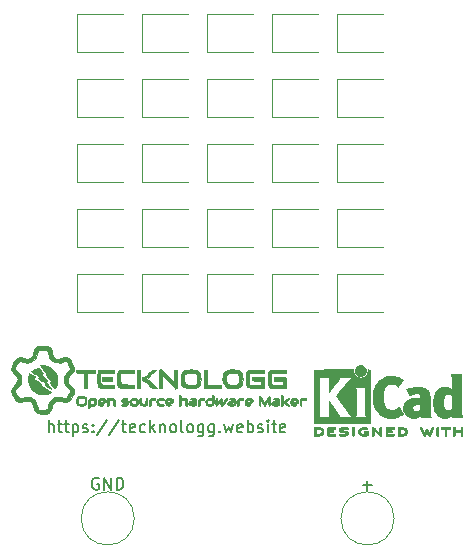
<source format=gbr>
G04 #@! TF.GenerationSoftware,KiCad,Pcbnew,5.1.6-c6e7f7d~87~ubuntu19.10.1*
G04 #@! TF.CreationDate,2020-10-15T12:23:37+04:00*
G04 #@! TF.ProjectId,ledy,6c656479-2e6b-4696-9361-645f70636258,rev?*
G04 #@! TF.SameCoordinates,Original*
G04 #@! TF.FileFunction,Legend,Top*
G04 #@! TF.FilePolarity,Positive*
%FSLAX46Y46*%
G04 Gerber Fmt 4.6, Leading zero omitted, Abs format (unit mm)*
G04 Created by KiCad (PCBNEW 5.1.6-c6e7f7d~87~ubuntu19.10.1) date 2020-10-15 12:23:37*
%MOMM*%
%LPD*%
G01*
G04 APERTURE LIST*
%ADD10C,0.150000*%
%ADD11C,0.010000*%
%ADD12C,0.120000*%
G04 APERTURE END LIST*
D10*
X209000000Y-114702380D02*
X209000000Y-113702380D01*
X209428571Y-114702380D02*
X209428571Y-114178571D01*
X209380952Y-114083333D01*
X209285714Y-114035714D01*
X209142857Y-114035714D01*
X209047619Y-114083333D01*
X209000000Y-114130952D01*
X209761904Y-114035714D02*
X210142857Y-114035714D01*
X209904761Y-113702380D02*
X209904761Y-114559523D01*
X209952380Y-114654761D01*
X210047619Y-114702380D01*
X210142857Y-114702380D01*
X210333333Y-114035714D02*
X210714285Y-114035714D01*
X210476190Y-113702380D02*
X210476190Y-114559523D01*
X210523809Y-114654761D01*
X210619047Y-114702380D01*
X210714285Y-114702380D01*
X211047619Y-114035714D02*
X211047619Y-115035714D01*
X211047619Y-114083333D02*
X211142857Y-114035714D01*
X211333333Y-114035714D01*
X211428571Y-114083333D01*
X211476190Y-114130952D01*
X211523809Y-114226190D01*
X211523809Y-114511904D01*
X211476190Y-114607142D01*
X211428571Y-114654761D01*
X211333333Y-114702380D01*
X211142857Y-114702380D01*
X211047619Y-114654761D01*
X211904761Y-114654761D02*
X212000000Y-114702380D01*
X212190476Y-114702380D01*
X212285714Y-114654761D01*
X212333333Y-114559523D01*
X212333333Y-114511904D01*
X212285714Y-114416666D01*
X212190476Y-114369047D01*
X212047619Y-114369047D01*
X211952380Y-114321428D01*
X211904761Y-114226190D01*
X211904761Y-114178571D01*
X211952380Y-114083333D01*
X212047619Y-114035714D01*
X212190476Y-114035714D01*
X212285714Y-114083333D01*
X212761904Y-114607142D02*
X212809523Y-114654761D01*
X212761904Y-114702380D01*
X212714285Y-114654761D01*
X212761904Y-114607142D01*
X212761904Y-114702380D01*
X212761904Y-114083333D02*
X212809523Y-114130952D01*
X212761904Y-114178571D01*
X212714285Y-114130952D01*
X212761904Y-114083333D01*
X212761904Y-114178571D01*
X213952380Y-113654761D02*
X213095238Y-114940476D01*
X215000000Y-113654761D02*
X214142857Y-114940476D01*
X215190476Y-114035714D02*
X215571428Y-114035714D01*
X215333333Y-113702380D02*
X215333333Y-114559523D01*
X215380952Y-114654761D01*
X215476190Y-114702380D01*
X215571428Y-114702380D01*
X216285714Y-114654761D02*
X216190476Y-114702380D01*
X216000000Y-114702380D01*
X215904761Y-114654761D01*
X215857142Y-114559523D01*
X215857142Y-114178571D01*
X215904761Y-114083333D01*
X216000000Y-114035714D01*
X216190476Y-114035714D01*
X216285714Y-114083333D01*
X216333333Y-114178571D01*
X216333333Y-114273809D01*
X215857142Y-114369047D01*
X217190476Y-114654761D02*
X217095238Y-114702380D01*
X216904761Y-114702380D01*
X216809523Y-114654761D01*
X216761904Y-114607142D01*
X216714285Y-114511904D01*
X216714285Y-114226190D01*
X216761904Y-114130952D01*
X216809523Y-114083333D01*
X216904761Y-114035714D01*
X217095238Y-114035714D01*
X217190476Y-114083333D01*
X217619047Y-114702380D02*
X217619047Y-113702380D01*
X217714285Y-114321428D02*
X218000000Y-114702380D01*
X218000000Y-114035714D02*
X217619047Y-114416666D01*
X218428571Y-114035714D02*
X218428571Y-114702380D01*
X218428571Y-114130952D02*
X218476190Y-114083333D01*
X218571428Y-114035714D01*
X218714285Y-114035714D01*
X218809523Y-114083333D01*
X218857142Y-114178571D01*
X218857142Y-114702380D01*
X219476190Y-114702380D02*
X219380952Y-114654761D01*
X219333333Y-114607142D01*
X219285714Y-114511904D01*
X219285714Y-114226190D01*
X219333333Y-114130952D01*
X219380952Y-114083333D01*
X219476190Y-114035714D01*
X219619047Y-114035714D01*
X219714285Y-114083333D01*
X219761904Y-114130952D01*
X219809523Y-114226190D01*
X219809523Y-114511904D01*
X219761904Y-114607142D01*
X219714285Y-114654761D01*
X219619047Y-114702380D01*
X219476190Y-114702380D01*
X220380952Y-114702380D02*
X220285714Y-114654761D01*
X220238095Y-114559523D01*
X220238095Y-113702380D01*
X220904761Y-114702380D02*
X220809523Y-114654761D01*
X220761904Y-114607142D01*
X220714285Y-114511904D01*
X220714285Y-114226190D01*
X220761904Y-114130952D01*
X220809523Y-114083333D01*
X220904761Y-114035714D01*
X221047619Y-114035714D01*
X221142857Y-114083333D01*
X221190476Y-114130952D01*
X221238095Y-114226190D01*
X221238095Y-114511904D01*
X221190476Y-114607142D01*
X221142857Y-114654761D01*
X221047619Y-114702380D01*
X220904761Y-114702380D01*
X222095238Y-114035714D02*
X222095238Y-114845238D01*
X222047619Y-114940476D01*
X222000000Y-114988095D01*
X221904761Y-115035714D01*
X221761904Y-115035714D01*
X221666666Y-114988095D01*
X222095238Y-114654761D02*
X222000000Y-114702380D01*
X221809523Y-114702380D01*
X221714285Y-114654761D01*
X221666666Y-114607142D01*
X221619047Y-114511904D01*
X221619047Y-114226190D01*
X221666666Y-114130952D01*
X221714285Y-114083333D01*
X221809523Y-114035714D01*
X222000000Y-114035714D01*
X222095238Y-114083333D01*
X223000000Y-114035714D02*
X223000000Y-114845238D01*
X222952380Y-114940476D01*
X222904761Y-114988095D01*
X222809523Y-115035714D01*
X222666666Y-115035714D01*
X222571428Y-114988095D01*
X223000000Y-114654761D02*
X222904761Y-114702380D01*
X222714285Y-114702380D01*
X222619047Y-114654761D01*
X222571428Y-114607142D01*
X222523809Y-114511904D01*
X222523809Y-114226190D01*
X222571428Y-114130952D01*
X222619047Y-114083333D01*
X222714285Y-114035714D01*
X222904761Y-114035714D01*
X223000000Y-114083333D01*
X223476190Y-114607142D02*
X223523809Y-114654761D01*
X223476190Y-114702380D01*
X223428571Y-114654761D01*
X223476190Y-114607142D01*
X223476190Y-114702380D01*
X223857142Y-114035714D02*
X224047619Y-114702380D01*
X224238095Y-114226190D01*
X224428571Y-114702380D01*
X224619047Y-114035714D01*
X225380952Y-114654761D02*
X225285714Y-114702380D01*
X225095238Y-114702380D01*
X225000000Y-114654761D01*
X224952380Y-114559523D01*
X224952380Y-114178571D01*
X225000000Y-114083333D01*
X225095238Y-114035714D01*
X225285714Y-114035714D01*
X225380952Y-114083333D01*
X225428571Y-114178571D01*
X225428571Y-114273809D01*
X224952380Y-114369047D01*
X225857142Y-114702380D02*
X225857142Y-113702380D01*
X225857142Y-114083333D02*
X225952380Y-114035714D01*
X226142857Y-114035714D01*
X226238095Y-114083333D01*
X226285714Y-114130952D01*
X226333333Y-114226190D01*
X226333333Y-114511904D01*
X226285714Y-114607142D01*
X226238095Y-114654761D01*
X226142857Y-114702380D01*
X225952380Y-114702380D01*
X225857142Y-114654761D01*
X226714285Y-114654761D02*
X226809523Y-114702380D01*
X227000000Y-114702380D01*
X227095238Y-114654761D01*
X227142857Y-114559523D01*
X227142857Y-114511904D01*
X227095238Y-114416666D01*
X227000000Y-114369047D01*
X226857142Y-114369047D01*
X226761904Y-114321428D01*
X226714285Y-114226190D01*
X226714285Y-114178571D01*
X226761904Y-114083333D01*
X226857142Y-114035714D01*
X227000000Y-114035714D01*
X227095238Y-114083333D01*
X227571428Y-114702380D02*
X227571428Y-114035714D01*
X227571428Y-113702380D02*
X227523809Y-113750000D01*
X227571428Y-113797619D01*
X227619047Y-113750000D01*
X227571428Y-113702380D01*
X227571428Y-113797619D01*
X227904761Y-114035714D02*
X228285714Y-114035714D01*
X228047619Y-113702380D02*
X228047619Y-114559523D01*
X228095238Y-114654761D01*
X228190476Y-114702380D01*
X228285714Y-114702380D01*
X229000000Y-114654761D02*
X228904761Y-114702380D01*
X228714285Y-114702380D01*
X228619047Y-114654761D01*
X228571428Y-114559523D01*
X228571428Y-114178571D01*
X228619047Y-114083333D01*
X228714285Y-114035714D01*
X228904761Y-114035714D01*
X229000000Y-114083333D01*
X229047619Y-114178571D01*
X229047619Y-114273809D01*
X228571428Y-114369047D01*
D11*
G04 #@! TO.C,REF\u002A\u002A*
G36*
X234803600Y-109489054D02*
G01*
X234814465Y-109602993D01*
X234846082Y-109710616D01*
X234896985Y-109809615D01*
X234965707Y-109897684D01*
X235050781Y-109972516D01*
X235147768Y-110030384D01*
X235254036Y-110070005D01*
X235361050Y-110088573D01*
X235466700Y-110087434D01*
X235568875Y-110067930D01*
X235665466Y-110031406D01*
X235754362Y-109979205D01*
X235833454Y-109912673D01*
X235900631Y-109833152D01*
X235953783Y-109741987D01*
X235990801Y-109640523D01*
X236009573Y-109530102D01*
X236011511Y-109480206D01*
X236011511Y-109392267D01*
X236063440Y-109392267D01*
X236099747Y-109395111D01*
X236126645Y-109406911D01*
X236153751Y-109430649D01*
X236192133Y-109469031D01*
X236192133Y-111660602D01*
X236192124Y-111922739D01*
X236192092Y-112163241D01*
X236192028Y-112383048D01*
X236191924Y-112583101D01*
X236191773Y-112764344D01*
X236191566Y-112927716D01*
X236191294Y-113074160D01*
X236190950Y-113204617D01*
X236190526Y-113320029D01*
X236190013Y-113421338D01*
X236189403Y-113509484D01*
X236188688Y-113585410D01*
X236187860Y-113650057D01*
X236186911Y-113704367D01*
X236185833Y-113749280D01*
X236184617Y-113785740D01*
X236183255Y-113814687D01*
X236181739Y-113837063D01*
X236180062Y-113853809D01*
X236178214Y-113865868D01*
X236176187Y-113874180D01*
X236173975Y-113879687D01*
X236172892Y-113881537D01*
X236168729Y-113888549D01*
X236165195Y-113894996D01*
X236161365Y-113900900D01*
X236156318Y-113906286D01*
X236149129Y-113911178D01*
X236138877Y-113915598D01*
X236124636Y-113919572D01*
X236105486Y-113923121D01*
X236080501Y-113926270D01*
X236048760Y-113929042D01*
X236009338Y-113931461D01*
X235961314Y-113933551D01*
X235903763Y-113935335D01*
X235835763Y-113936837D01*
X235756390Y-113938080D01*
X235664721Y-113939089D01*
X235559834Y-113939885D01*
X235440804Y-113940494D01*
X235306710Y-113940939D01*
X235156627Y-113941243D01*
X234989633Y-113941430D01*
X234804804Y-113941524D01*
X234601217Y-113941548D01*
X234377950Y-113941525D01*
X234134078Y-113941480D01*
X233868679Y-113941437D01*
X233830296Y-113941432D01*
X233563318Y-113941389D01*
X233317998Y-113941318D01*
X233093417Y-113941213D01*
X232888655Y-113941066D01*
X232702794Y-113940869D01*
X232534912Y-113940616D01*
X232384092Y-113940300D01*
X232249413Y-113939913D01*
X232129956Y-113939447D01*
X232024801Y-113938897D01*
X231933029Y-113938253D01*
X231853721Y-113937511D01*
X231785957Y-113936661D01*
X231728818Y-113935697D01*
X231681383Y-113934611D01*
X231642734Y-113933397D01*
X231611951Y-113932047D01*
X231588115Y-113930555D01*
X231570306Y-113928911D01*
X231557605Y-113927111D01*
X231549092Y-113925145D01*
X231544734Y-113923477D01*
X231536272Y-113919906D01*
X231528503Y-113917270D01*
X231521398Y-113914634D01*
X231514927Y-113911062D01*
X231509061Y-113905621D01*
X231503771Y-113897375D01*
X231499026Y-113885390D01*
X231494798Y-113868731D01*
X231491057Y-113846463D01*
X231487773Y-113817652D01*
X231484917Y-113781363D01*
X231482460Y-113736661D01*
X231480371Y-113682611D01*
X231478622Y-113618279D01*
X231477183Y-113542730D01*
X231476024Y-113455030D01*
X231475117Y-113354243D01*
X231474431Y-113239434D01*
X231473937Y-113109670D01*
X231473605Y-112964015D01*
X231473407Y-112801535D01*
X231473313Y-112621295D01*
X231473292Y-112422360D01*
X231473315Y-112203796D01*
X231473354Y-111964668D01*
X231473378Y-111704040D01*
X231473378Y-111661889D01*
X231473364Y-111398992D01*
X231473339Y-111157732D01*
X231473329Y-110937165D01*
X231473358Y-110736352D01*
X231473452Y-110554349D01*
X231473638Y-110390216D01*
X231473941Y-110243011D01*
X231474386Y-110111792D01*
X231474966Y-110001867D01*
X231777803Y-110001867D01*
X231817593Y-110059711D01*
X231828764Y-110075479D01*
X231838834Y-110089441D01*
X231847862Y-110102784D01*
X231855903Y-110116693D01*
X231863014Y-110132356D01*
X231869253Y-110150958D01*
X231874675Y-110173686D01*
X231879338Y-110201727D01*
X231883299Y-110236267D01*
X231886615Y-110278492D01*
X231889341Y-110329589D01*
X231891536Y-110390744D01*
X231893255Y-110463144D01*
X231894556Y-110547975D01*
X231895495Y-110646422D01*
X231896130Y-110759674D01*
X231896516Y-110888916D01*
X231896712Y-111035334D01*
X231896773Y-111200116D01*
X231896757Y-111384447D01*
X231896720Y-111589513D01*
X231896711Y-111712133D01*
X231896735Y-111929082D01*
X231896769Y-112124642D01*
X231896757Y-112299999D01*
X231896642Y-112456341D01*
X231896370Y-112594857D01*
X231895882Y-112716734D01*
X231895124Y-112823160D01*
X231894038Y-112915322D01*
X231892569Y-112994409D01*
X231890660Y-113061608D01*
X231888256Y-113118107D01*
X231885299Y-113165093D01*
X231881734Y-113203755D01*
X231877505Y-113235280D01*
X231872554Y-113260855D01*
X231866827Y-113281670D01*
X231860267Y-113298911D01*
X231852817Y-113313765D01*
X231844421Y-113327422D01*
X231835024Y-113341069D01*
X231824568Y-113355893D01*
X231818477Y-113364783D01*
X231779704Y-113422400D01*
X232311268Y-113422400D01*
X232434517Y-113422365D01*
X232537013Y-113422215D01*
X232620580Y-113421878D01*
X232687044Y-113421286D01*
X232738229Y-113420367D01*
X232775959Y-113419051D01*
X232802060Y-113417269D01*
X232818356Y-113414951D01*
X232826672Y-113412026D01*
X232828832Y-113408424D01*
X232826661Y-113404075D01*
X232825465Y-113402645D01*
X232800315Y-113365573D01*
X232774417Y-113312772D01*
X232750808Y-113250770D01*
X232742539Y-113224357D01*
X232737922Y-113206416D01*
X232734021Y-113185355D01*
X232730752Y-113159089D01*
X232728034Y-113125532D01*
X232725785Y-113082599D01*
X232723923Y-113028204D01*
X232722364Y-112960262D01*
X232721028Y-112876688D01*
X232719831Y-112775395D01*
X232718692Y-112654300D01*
X232718315Y-112609600D01*
X232717298Y-112484449D01*
X232716540Y-112380082D01*
X232716097Y-112294707D01*
X232716030Y-112226533D01*
X232716395Y-112173765D01*
X232717252Y-112134614D01*
X232718659Y-112107285D01*
X232720675Y-112089986D01*
X232723357Y-112080926D01*
X232726764Y-112078312D01*
X232730956Y-112080351D01*
X232735429Y-112084667D01*
X232745784Y-112097602D01*
X232767842Y-112126676D01*
X232800043Y-112169759D01*
X232840826Y-112224718D01*
X232888630Y-112289423D01*
X232941895Y-112361742D01*
X232999060Y-112439544D01*
X233058563Y-112520698D01*
X233118845Y-112603072D01*
X233178345Y-112684536D01*
X233235502Y-112762957D01*
X233288755Y-112836204D01*
X233336543Y-112902147D01*
X233377307Y-112958654D01*
X233409484Y-113003593D01*
X233431515Y-113034834D01*
X233436083Y-113041466D01*
X233459004Y-113078369D01*
X233485812Y-113126359D01*
X233511211Y-113175897D01*
X233514432Y-113182577D01*
X233536110Y-113230772D01*
X233548696Y-113268334D01*
X233554426Y-113304160D01*
X233555544Y-113346200D01*
X233554910Y-113422400D01*
X234709349Y-113422400D01*
X234618185Y-113328669D01*
X234571388Y-113278775D01*
X234521101Y-113222295D01*
X234475056Y-113168026D01*
X234454631Y-113142673D01*
X234424193Y-113103128D01*
X234384138Y-113049916D01*
X234335639Y-112984667D01*
X234279865Y-112909011D01*
X234217989Y-112824577D01*
X234151181Y-112732994D01*
X234080613Y-112635892D01*
X234007455Y-112534901D01*
X233932879Y-112431650D01*
X233858056Y-112327768D01*
X233784157Y-112224885D01*
X233712354Y-112124631D01*
X233643816Y-112028636D01*
X233579716Y-111938527D01*
X233521225Y-111855936D01*
X233469514Y-111782492D01*
X233425753Y-111719824D01*
X233391115Y-111669561D01*
X233366770Y-111633334D01*
X233353889Y-111612771D01*
X233352131Y-111608668D01*
X233360090Y-111597342D01*
X233380885Y-111570162D01*
X233413153Y-111528829D01*
X233455530Y-111475044D01*
X233506653Y-111410506D01*
X233565159Y-111336918D01*
X233629686Y-111255978D01*
X233698869Y-111169388D01*
X233771347Y-111078848D01*
X233845754Y-110986060D01*
X233905483Y-110911702D01*
X234916489Y-110911702D01*
X234922398Y-110924659D01*
X234936728Y-110946908D01*
X234937775Y-110948391D01*
X234956562Y-110978544D01*
X234976209Y-111015375D01*
X234980108Y-111023511D01*
X234983644Y-111031940D01*
X234986770Y-111042059D01*
X234989514Y-111055260D01*
X234991908Y-111072938D01*
X234993981Y-111096484D01*
X234995765Y-111127293D01*
X234997288Y-111166757D01*
X234998581Y-111216269D01*
X234999674Y-111277223D01*
X235000597Y-111351011D01*
X235001381Y-111439028D01*
X235002055Y-111542665D01*
X235002650Y-111663316D01*
X235003195Y-111802374D01*
X235003721Y-111961232D01*
X235004255Y-112140089D01*
X235004794Y-112325207D01*
X235005228Y-112489145D01*
X235005491Y-112633303D01*
X235005516Y-112759079D01*
X235005235Y-112867871D01*
X235004581Y-112961077D01*
X235003486Y-113040097D01*
X235001882Y-113106328D01*
X234999703Y-113161170D01*
X234996881Y-113206021D01*
X234993349Y-113242278D01*
X234989039Y-113271341D01*
X234983883Y-113294609D01*
X234977815Y-113313479D01*
X234970767Y-113329351D01*
X234962671Y-113343622D01*
X234953460Y-113357691D01*
X234944960Y-113370158D01*
X234927824Y-113396452D01*
X234917678Y-113414037D01*
X234916489Y-113417257D01*
X234927396Y-113418334D01*
X234958589Y-113419335D01*
X235007777Y-113420235D01*
X235072667Y-113421010D01*
X235150970Y-113421637D01*
X235240393Y-113422091D01*
X235338644Y-113422349D01*
X235407555Y-113422400D01*
X235512548Y-113422180D01*
X235609390Y-113421548D01*
X235695893Y-113420549D01*
X235769868Y-113419227D01*
X235829126Y-113417626D01*
X235871480Y-113415791D01*
X235894740Y-113413765D01*
X235898622Y-113412493D01*
X235890924Y-113397591D01*
X235882926Y-113389560D01*
X235869754Y-113372434D01*
X235852515Y-113342183D01*
X235840593Y-113317622D01*
X235813955Y-113258711D01*
X235810880Y-112081845D01*
X235807805Y-110904978D01*
X235362147Y-110904978D01*
X235264330Y-110905142D01*
X235173936Y-110905611D01*
X235093370Y-110906347D01*
X235025038Y-110907316D01*
X234971344Y-110908480D01*
X234934695Y-110909803D01*
X234917496Y-110911249D01*
X234916489Y-110911702D01*
X233905483Y-110911702D01*
X233920730Y-110892722D01*
X233994910Y-110800537D01*
X234066931Y-110711204D01*
X234135431Y-110626424D01*
X234199045Y-110547898D01*
X234256412Y-110477326D01*
X234306167Y-110416409D01*
X234346948Y-110366847D01*
X234364112Y-110346178D01*
X234450404Y-110245516D01*
X234527003Y-110162259D01*
X234595817Y-110094438D01*
X234658752Y-110040089D01*
X234668133Y-110032722D01*
X234707644Y-110002117D01*
X233575884Y-110001867D01*
X233581173Y-110049844D01*
X233577870Y-110107188D01*
X233556339Y-110175463D01*
X233516365Y-110255212D01*
X233471057Y-110327495D01*
X233454839Y-110350140D01*
X233426786Y-110387696D01*
X233388570Y-110438021D01*
X233341863Y-110498973D01*
X233288339Y-110568411D01*
X233229669Y-110644194D01*
X233167525Y-110724180D01*
X233103579Y-110806228D01*
X233039505Y-110888196D01*
X232976973Y-110967943D01*
X232917657Y-111043327D01*
X232863229Y-111112207D01*
X232815361Y-111172442D01*
X232775725Y-111221889D01*
X232745994Y-111258408D01*
X232727839Y-111279858D01*
X232724780Y-111283156D01*
X232721921Y-111275149D01*
X232719707Y-111244855D01*
X232718143Y-111192556D01*
X232717233Y-111118531D01*
X232716980Y-111023063D01*
X232717387Y-110906434D01*
X232718296Y-110786445D01*
X232719618Y-110654333D01*
X232721143Y-110542594D01*
X232723119Y-110449025D01*
X232725794Y-110371419D01*
X232729418Y-110307574D01*
X232734239Y-110255283D01*
X232740506Y-110212344D01*
X232748468Y-110176551D01*
X232758373Y-110145700D01*
X232770469Y-110117586D01*
X232785007Y-110090005D01*
X232799689Y-110064966D01*
X232837686Y-110001867D01*
X231777803Y-110001867D01*
X231474966Y-110001867D01*
X231474999Y-109995617D01*
X231475805Y-109893544D01*
X231476830Y-109804633D01*
X231478100Y-109727941D01*
X231479640Y-109662527D01*
X231481476Y-109607449D01*
X231483633Y-109561765D01*
X231486137Y-109524534D01*
X231489013Y-109494813D01*
X231492287Y-109471662D01*
X231495985Y-109454139D01*
X231500131Y-109441301D01*
X231504753Y-109432208D01*
X231509874Y-109425918D01*
X231515522Y-109421488D01*
X231521721Y-109417978D01*
X231528496Y-109414445D01*
X231534492Y-109410876D01*
X231539725Y-109408300D01*
X231547901Y-109405972D01*
X231560114Y-109403878D01*
X231577459Y-109402007D01*
X231601031Y-109400347D01*
X231631923Y-109398884D01*
X231671232Y-109397608D01*
X231720050Y-109396504D01*
X231779473Y-109395561D01*
X231850596Y-109394767D01*
X231934512Y-109394109D01*
X232032317Y-109393575D01*
X232145106Y-109393153D01*
X232273971Y-109392829D01*
X232420009Y-109392592D01*
X232584314Y-109392430D01*
X232767980Y-109392330D01*
X232972103Y-109392280D01*
X233183247Y-109392267D01*
X234803600Y-109392267D01*
X234803600Y-109489054D01*
G37*
X234803600Y-109489054D02*
X234814465Y-109602993D01*
X234846082Y-109710616D01*
X234896985Y-109809615D01*
X234965707Y-109897684D01*
X235050781Y-109972516D01*
X235147768Y-110030384D01*
X235254036Y-110070005D01*
X235361050Y-110088573D01*
X235466700Y-110087434D01*
X235568875Y-110067930D01*
X235665466Y-110031406D01*
X235754362Y-109979205D01*
X235833454Y-109912673D01*
X235900631Y-109833152D01*
X235953783Y-109741987D01*
X235990801Y-109640523D01*
X236009573Y-109530102D01*
X236011511Y-109480206D01*
X236011511Y-109392267D01*
X236063440Y-109392267D01*
X236099747Y-109395111D01*
X236126645Y-109406911D01*
X236153751Y-109430649D01*
X236192133Y-109469031D01*
X236192133Y-111660602D01*
X236192124Y-111922739D01*
X236192092Y-112163241D01*
X236192028Y-112383048D01*
X236191924Y-112583101D01*
X236191773Y-112764344D01*
X236191566Y-112927716D01*
X236191294Y-113074160D01*
X236190950Y-113204617D01*
X236190526Y-113320029D01*
X236190013Y-113421338D01*
X236189403Y-113509484D01*
X236188688Y-113585410D01*
X236187860Y-113650057D01*
X236186911Y-113704367D01*
X236185833Y-113749280D01*
X236184617Y-113785740D01*
X236183255Y-113814687D01*
X236181739Y-113837063D01*
X236180062Y-113853809D01*
X236178214Y-113865868D01*
X236176187Y-113874180D01*
X236173975Y-113879687D01*
X236172892Y-113881537D01*
X236168729Y-113888549D01*
X236165195Y-113894996D01*
X236161365Y-113900900D01*
X236156318Y-113906286D01*
X236149129Y-113911178D01*
X236138877Y-113915598D01*
X236124636Y-113919572D01*
X236105486Y-113923121D01*
X236080501Y-113926270D01*
X236048760Y-113929042D01*
X236009338Y-113931461D01*
X235961314Y-113933551D01*
X235903763Y-113935335D01*
X235835763Y-113936837D01*
X235756390Y-113938080D01*
X235664721Y-113939089D01*
X235559834Y-113939885D01*
X235440804Y-113940494D01*
X235306710Y-113940939D01*
X235156627Y-113941243D01*
X234989633Y-113941430D01*
X234804804Y-113941524D01*
X234601217Y-113941548D01*
X234377950Y-113941525D01*
X234134078Y-113941480D01*
X233868679Y-113941437D01*
X233830296Y-113941432D01*
X233563318Y-113941389D01*
X233317998Y-113941318D01*
X233093417Y-113941213D01*
X232888655Y-113941066D01*
X232702794Y-113940869D01*
X232534912Y-113940616D01*
X232384092Y-113940300D01*
X232249413Y-113939913D01*
X232129956Y-113939447D01*
X232024801Y-113938897D01*
X231933029Y-113938253D01*
X231853721Y-113937511D01*
X231785957Y-113936661D01*
X231728818Y-113935697D01*
X231681383Y-113934611D01*
X231642734Y-113933397D01*
X231611951Y-113932047D01*
X231588115Y-113930555D01*
X231570306Y-113928911D01*
X231557605Y-113927111D01*
X231549092Y-113925145D01*
X231544734Y-113923477D01*
X231536272Y-113919906D01*
X231528503Y-113917270D01*
X231521398Y-113914634D01*
X231514927Y-113911062D01*
X231509061Y-113905621D01*
X231503771Y-113897375D01*
X231499026Y-113885390D01*
X231494798Y-113868731D01*
X231491057Y-113846463D01*
X231487773Y-113817652D01*
X231484917Y-113781363D01*
X231482460Y-113736661D01*
X231480371Y-113682611D01*
X231478622Y-113618279D01*
X231477183Y-113542730D01*
X231476024Y-113455030D01*
X231475117Y-113354243D01*
X231474431Y-113239434D01*
X231473937Y-113109670D01*
X231473605Y-112964015D01*
X231473407Y-112801535D01*
X231473313Y-112621295D01*
X231473292Y-112422360D01*
X231473315Y-112203796D01*
X231473354Y-111964668D01*
X231473378Y-111704040D01*
X231473378Y-111661889D01*
X231473364Y-111398992D01*
X231473339Y-111157732D01*
X231473329Y-110937165D01*
X231473358Y-110736352D01*
X231473452Y-110554349D01*
X231473638Y-110390216D01*
X231473941Y-110243011D01*
X231474386Y-110111792D01*
X231474966Y-110001867D01*
X231777803Y-110001867D01*
X231817593Y-110059711D01*
X231828764Y-110075479D01*
X231838834Y-110089441D01*
X231847862Y-110102784D01*
X231855903Y-110116693D01*
X231863014Y-110132356D01*
X231869253Y-110150958D01*
X231874675Y-110173686D01*
X231879338Y-110201727D01*
X231883299Y-110236267D01*
X231886615Y-110278492D01*
X231889341Y-110329589D01*
X231891536Y-110390744D01*
X231893255Y-110463144D01*
X231894556Y-110547975D01*
X231895495Y-110646422D01*
X231896130Y-110759674D01*
X231896516Y-110888916D01*
X231896712Y-111035334D01*
X231896773Y-111200116D01*
X231896757Y-111384447D01*
X231896720Y-111589513D01*
X231896711Y-111712133D01*
X231896735Y-111929082D01*
X231896769Y-112124642D01*
X231896757Y-112299999D01*
X231896642Y-112456341D01*
X231896370Y-112594857D01*
X231895882Y-112716734D01*
X231895124Y-112823160D01*
X231894038Y-112915322D01*
X231892569Y-112994409D01*
X231890660Y-113061608D01*
X231888256Y-113118107D01*
X231885299Y-113165093D01*
X231881734Y-113203755D01*
X231877505Y-113235280D01*
X231872554Y-113260855D01*
X231866827Y-113281670D01*
X231860267Y-113298911D01*
X231852817Y-113313765D01*
X231844421Y-113327422D01*
X231835024Y-113341069D01*
X231824568Y-113355893D01*
X231818477Y-113364783D01*
X231779704Y-113422400D01*
X232311268Y-113422400D01*
X232434517Y-113422365D01*
X232537013Y-113422215D01*
X232620580Y-113421878D01*
X232687044Y-113421286D01*
X232738229Y-113420367D01*
X232775959Y-113419051D01*
X232802060Y-113417269D01*
X232818356Y-113414951D01*
X232826672Y-113412026D01*
X232828832Y-113408424D01*
X232826661Y-113404075D01*
X232825465Y-113402645D01*
X232800315Y-113365573D01*
X232774417Y-113312772D01*
X232750808Y-113250770D01*
X232742539Y-113224357D01*
X232737922Y-113206416D01*
X232734021Y-113185355D01*
X232730752Y-113159089D01*
X232728034Y-113125532D01*
X232725785Y-113082599D01*
X232723923Y-113028204D01*
X232722364Y-112960262D01*
X232721028Y-112876688D01*
X232719831Y-112775395D01*
X232718692Y-112654300D01*
X232718315Y-112609600D01*
X232717298Y-112484449D01*
X232716540Y-112380082D01*
X232716097Y-112294707D01*
X232716030Y-112226533D01*
X232716395Y-112173765D01*
X232717252Y-112134614D01*
X232718659Y-112107285D01*
X232720675Y-112089986D01*
X232723357Y-112080926D01*
X232726764Y-112078312D01*
X232730956Y-112080351D01*
X232735429Y-112084667D01*
X232745784Y-112097602D01*
X232767842Y-112126676D01*
X232800043Y-112169759D01*
X232840826Y-112224718D01*
X232888630Y-112289423D01*
X232941895Y-112361742D01*
X232999060Y-112439544D01*
X233058563Y-112520698D01*
X233118845Y-112603072D01*
X233178345Y-112684536D01*
X233235502Y-112762957D01*
X233288755Y-112836204D01*
X233336543Y-112902147D01*
X233377307Y-112958654D01*
X233409484Y-113003593D01*
X233431515Y-113034834D01*
X233436083Y-113041466D01*
X233459004Y-113078369D01*
X233485812Y-113126359D01*
X233511211Y-113175897D01*
X233514432Y-113182577D01*
X233536110Y-113230772D01*
X233548696Y-113268334D01*
X233554426Y-113304160D01*
X233555544Y-113346200D01*
X233554910Y-113422400D01*
X234709349Y-113422400D01*
X234618185Y-113328669D01*
X234571388Y-113278775D01*
X234521101Y-113222295D01*
X234475056Y-113168026D01*
X234454631Y-113142673D01*
X234424193Y-113103128D01*
X234384138Y-113049916D01*
X234335639Y-112984667D01*
X234279865Y-112909011D01*
X234217989Y-112824577D01*
X234151181Y-112732994D01*
X234080613Y-112635892D01*
X234007455Y-112534901D01*
X233932879Y-112431650D01*
X233858056Y-112327768D01*
X233784157Y-112224885D01*
X233712354Y-112124631D01*
X233643816Y-112028636D01*
X233579716Y-111938527D01*
X233521225Y-111855936D01*
X233469514Y-111782492D01*
X233425753Y-111719824D01*
X233391115Y-111669561D01*
X233366770Y-111633334D01*
X233353889Y-111612771D01*
X233352131Y-111608668D01*
X233360090Y-111597342D01*
X233380885Y-111570162D01*
X233413153Y-111528829D01*
X233455530Y-111475044D01*
X233506653Y-111410506D01*
X233565159Y-111336918D01*
X233629686Y-111255978D01*
X233698869Y-111169388D01*
X233771347Y-111078848D01*
X233845754Y-110986060D01*
X233905483Y-110911702D01*
X234916489Y-110911702D01*
X234922398Y-110924659D01*
X234936728Y-110946908D01*
X234937775Y-110948391D01*
X234956562Y-110978544D01*
X234976209Y-111015375D01*
X234980108Y-111023511D01*
X234983644Y-111031940D01*
X234986770Y-111042059D01*
X234989514Y-111055260D01*
X234991908Y-111072938D01*
X234993981Y-111096484D01*
X234995765Y-111127293D01*
X234997288Y-111166757D01*
X234998581Y-111216269D01*
X234999674Y-111277223D01*
X235000597Y-111351011D01*
X235001381Y-111439028D01*
X235002055Y-111542665D01*
X235002650Y-111663316D01*
X235003195Y-111802374D01*
X235003721Y-111961232D01*
X235004255Y-112140089D01*
X235004794Y-112325207D01*
X235005228Y-112489145D01*
X235005491Y-112633303D01*
X235005516Y-112759079D01*
X235005235Y-112867871D01*
X235004581Y-112961077D01*
X235003486Y-113040097D01*
X235001882Y-113106328D01*
X234999703Y-113161170D01*
X234996881Y-113206021D01*
X234993349Y-113242278D01*
X234989039Y-113271341D01*
X234983883Y-113294609D01*
X234977815Y-113313479D01*
X234970767Y-113329351D01*
X234962671Y-113343622D01*
X234953460Y-113357691D01*
X234944960Y-113370158D01*
X234927824Y-113396452D01*
X234917678Y-113414037D01*
X234916489Y-113417257D01*
X234927396Y-113418334D01*
X234958589Y-113419335D01*
X235007777Y-113420235D01*
X235072667Y-113421010D01*
X235150970Y-113421637D01*
X235240393Y-113422091D01*
X235338644Y-113422349D01*
X235407555Y-113422400D01*
X235512548Y-113422180D01*
X235609390Y-113421548D01*
X235695893Y-113420549D01*
X235769868Y-113419227D01*
X235829126Y-113417626D01*
X235871480Y-113415791D01*
X235894740Y-113413765D01*
X235898622Y-113412493D01*
X235890924Y-113397591D01*
X235882926Y-113389560D01*
X235869754Y-113372434D01*
X235852515Y-113342183D01*
X235840593Y-113317622D01*
X235813955Y-113258711D01*
X235810880Y-112081845D01*
X235807805Y-110904978D01*
X235362147Y-110904978D01*
X235264330Y-110905142D01*
X235173936Y-110905611D01*
X235093370Y-110906347D01*
X235025038Y-110907316D01*
X234971344Y-110908480D01*
X234934695Y-110909803D01*
X234917496Y-110911249D01*
X234916489Y-110911702D01*
X233905483Y-110911702D01*
X233920730Y-110892722D01*
X233994910Y-110800537D01*
X234066931Y-110711204D01*
X234135431Y-110626424D01*
X234199045Y-110547898D01*
X234256412Y-110477326D01*
X234306167Y-110416409D01*
X234346948Y-110366847D01*
X234364112Y-110346178D01*
X234450404Y-110245516D01*
X234527003Y-110162259D01*
X234595817Y-110094438D01*
X234658752Y-110040089D01*
X234668133Y-110032722D01*
X234707644Y-110002117D01*
X233575884Y-110001867D01*
X233581173Y-110049844D01*
X233577870Y-110107188D01*
X233556339Y-110175463D01*
X233516365Y-110255212D01*
X233471057Y-110327495D01*
X233454839Y-110350140D01*
X233426786Y-110387696D01*
X233388570Y-110438021D01*
X233341863Y-110498973D01*
X233288339Y-110568411D01*
X233229669Y-110644194D01*
X233167525Y-110724180D01*
X233103579Y-110806228D01*
X233039505Y-110888196D01*
X232976973Y-110967943D01*
X232917657Y-111043327D01*
X232863229Y-111112207D01*
X232815361Y-111172442D01*
X232775725Y-111221889D01*
X232745994Y-111258408D01*
X232727839Y-111279858D01*
X232724780Y-111283156D01*
X232721921Y-111275149D01*
X232719707Y-111244855D01*
X232718143Y-111192556D01*
X232717233Y-111118531D01*
X232716980Y-111023063D01*
X232717387Y-110906434D01*
X232718296Y-110786445D01*
X232719618Y-110654333D01*
X232721143Y-110542594D01*
X232723119Y-110449025D01*
X232725794Y-110371419D01*
X232729418Y-110307574D01*
X232734239Y-110255283D01*
X232740506Y-110212344D01*
X232748468Y-110176551D01*
X232758373Y-110145700D01*
X232770469Y-110117586D01*
X232785007Y-110090005D01*
X232799689Y-110064966D01*
X232837686Y-110001867D01*
X231777803Y-110001867D01*
X231474966Y-110001867D01*
X231474999Y-109995617D01*
X231475805Y-109893544D01*
X231476830Y-109804633D01*
X231478100Y-109727941D01*
X231479640Y-109662527D01*
X231481476Y-109607449D01*
X231483633Y-109561765D01*
X231486137Y-109524534D01*
X231489013Y-109494813D01*
X231492287Y-109471662D01*
X231495985Y-109454139D01*
X231500131Y-109441301D01*
X231504753Y-109432208D01*
X231509874Y-109425918D01*
X231515522Y-109421488D01*
X231521721Y-109417978D01*
X231528496Y-109414445D01*
X231534492Y-109410876D01*
X231539725Y-109408300D01*
X231547901Y-109405972D01*
X231560114Y-109403878D01*
X231577459Y-109402007D01*
X231601031Y-109400347D01*
X231631923Y-109398884D01*
X231671232Y-109397608D01*
X231720050Y-109396504D01*
X231779473Y-109395561D01*
X231850596Y-109394767D01*
X231934512Y-109394109D01*
X232032317Y-109393575D01*
X232145106Y-109393153D01*
X232273971Y-109392829D01*
X232420009Y-109392592D01*
X232584314Y-109392430D01*
X232767980Y-109392330D01*
X232972103Y-109392280D01*
X233183247Y-109392267D01*
X234803600Y-109392267D01*
X234803600Y-109489054D01*
G36*
X238078429Y-109949071D02*
G01*
X238238570Y-109970245D01*
X238402510Y-110010385D01*
X238572313Y-110069889D01*
X238750043Y-110149154D01*
X238761310Y-110154699D01*
X238819005Y-110182725D01*
X238870552Y-110206802D01*
X238912191Y-110225249D01*
X238940162Y-110236386D01*
X238949733Y-110238933D01*
X238968950Y-110243941D01*
X238973561Y-110248147D01*
X238968458Y-110258580D01*
X238952418Y-110284868D01*
X238927288Y-110324257D01*
X238894914Y-110373991D01*
X238857143Y-110431315D01*
X238815822Y-110493476D01*
X238772798Y-110557718D01*
X238729917Y-110621285D01*
X238689026Y-110681425D01*
X238651971Y-110735380D01*
X238620600Y-110780397D01*
X238596759Y-110813721D01*
X238582294Y-110832597D01*
X238580309Y-110834787D01*
X238570191Y-110830138D01*
X238547850Y-110812962D01*
X238517280Y-110786440D01*
X238501536Y-110771964D01*
X238405047Y-110696682D01*
X238298336Y-110641241D01*
X238182832Y-110606141D01*
X238059962Y-110591880D01*
X237990561Y-110593051D01*
X237869423Y-110610212D01*
X237760205Y-110646094D01*
X237662582Y-110700959D01*
X237576228Y-110775070D01*
X237500815Y-110868688D01*
X237436018Y-110982076D01*
X237398601Y-111068667D01*
X237354748Y-111204366D01*
X237322428Y-111351850D01*
X237301557Y-111507314D01*
X237292051Y-111666956D01*
X237293827Y-111826973D01*
X237306803Y-111983561D01*
X237330894Y-112132918D01*
X237366018Y-112271240D01*
X237412092Y-112394724D01*
X237428373Y-112428978D01*
X237496620Y-112543064D01*
X237577079Y-112639557D01*
X237668570Y-112717670D01*
X237769911Y-112776617D01*
X237879920Y-112815612D01*
X237997415Y-112833868D01*
X238038883Y-112835211D01*
X238160441Y-112824290D01*
X238280878Y-112791474D01*
X238398666Y-112737439D01*
X238512277Y-112662865D01*
X238603685Y-112584539D01*
X238650215Y-112540008D01*
X238831483Y-112837271D01*
X238876580Y-112911433D01*
X238917819Y-112979646D01*
X238953735Y-113039459D01*
X238982866Y-113088420D01*
X239003750Y-113124079D01*
X239014924Y-113143984D01*
X239016375Y-113147079D01*
X239008146Y-113156718D01*
X238982567Y-113173999D01*
X238942873Y-113197283D01*
X238892297Y-113224934D01*
X238834074Y-113255315D01*
X238771437Y-113286790D01*
X238707621Y-113317722D01*
X238645860Y-113346473D01*
X238589388Y-113371408D01*
X238541438Y-113390889D01*
X238517986Y-113399318D01*
X238384221Y-113437133D01*
X238246327Y-113462136D01*
X238098622Y-113475140D01*
X237971833Y-113477468D01*
X237903878Y-113476373D01*
X237838277Y-113474275D01*
X237780847Y-113471434D01*
X237737403Y-113468106D01*
X237723298Y-113466422D01*
X237584284Y-113437587D01*
X237442757Y-113392468D01*
X237305275Y-113333750D01*
X237178394Y-113264120D01*
X237100889Y-113211441D01*
X236973481Y-113103239D01*
X236855178Y-112976671D01*
X236748172Y-112834866D01*
X236654652Y-112680951D01*
X236576810Y-112518053D01*
X236532956Y-112400756D01*
X236482708Y-112217128D01*
X236449209Y-112022581D01*
X236432449Y-111821325D01*
X236432416Y-111617568D01*
X236449101Y-111415521D01*
X236482493Y-111219392D01*
X236532580Y-111033391D01*
X236536397Y-111021803D01*
X236599281Y-110859750D01*
X236676028Y-110711832D01*
X236769242Y-110573865D01*
X236881527Y-110441661D01*
X236925392Y-110396399D01*
X237061534Y-110272457D01*
X237201491Y-110169915D01*
X237347411Y-110087656D01*
X237501442Y-110024564D01*
X237665732Y-109979523D01*
X237761289Y-109962033D01*
X237920023Y-109946466D01*
X238078429Y-109949071D01*
G37*
X238078429Y-109949071D02*
X238238570Y-109970245D01*
X238402510Y-110010385D01*
X238572313Y-110069889D01*
X238750043Y-110149154D01*
X238761310Y-110154699D01*
X238819005Y-110182725D01*
X238870552Y-110206802D01*
X238912191Y-110225249D01*
X238940162Y-110236386D01*
X238949733Y-110238933D01*
X238968950Y-110243941D01*
X238973561Y-110248147D01*
X238968458Y-110258580D01*
X238952418Y-110284868D01*
X238927288Y-110324257D01*
X238894914Y-110373991D01*
X238857143Y-110431315D01*
X238815822Y-110493476D01*
X238772798Y-110557718D01*
X238729917Y-110621285D01*
X238689026Y-110681425D01*
X238651971Y-110735380D01*
X238620600Y-110780397D01*
X238596759Y-110813721D01*
X238582294Y-110832597D01*
X238580309Y-110834787D01*
X238570191Y-110830138D01*
X238547850Y-110812962D01*
X238517280Y-110786440D01*
X238501536Y-110771964D01*
X238405047Y-110696682D01*
X238298336Y-110641241D01*
X238182832Y-110606141D01*
X238059962Y-110591880D01*
X237990561Y-110593051D01*
X237869423Y-110610212D01*
X237760205Y-110646094D01*
X237662582Y-110700959D01*
X237576228Y-110775070D01*
X237500815Y-110868688D01*
X237436018Y-110982076D01*
X237398601Y-111068667D01*
X237354748Y-111204366D01*
X237322428Y-111351850D01*
X237301557Y-111507314D01*
X237292051Y-111666956D01*
X237293827Y-111826973D01*
X237306803Y-111983561D01*
X237330894Y-112132918D01*
X237366018Y-112271240D01*
X237412092Y-112394724D01*
X237428373Y-112428978D01*
X237496620Y-112543064D01*
X237577079Y-112639557D01*
X237668570Y-112717670D01*
X237769911Y-112776617D01*
X237879920Y-112815612D01*
X237997415Y-112833868D01*
X238038883Y-112835211D01*
X238160441Y-112824290D01*
X238280878Y-112791474D01*
X238398666Y-112737439D01*
X238512277Y-112662865D01*
X238603685Y-112584539D01*
X238650215Y-112540008D01*
X238831483Y-112837271D01*
X238876580Y-112911433D01*
X238917819Y-112979646D01*
X238953735Y-113039459D01*
X238982866Y-113088420D01*
X239003750Y-113124079D01*
X239014924Y-113143984D01*
X239016375Y-113147079D01*
X239008146Y-113156718D01*
X238982567Y-113173999D01*
X238942873Y-113197283D01*
X238892297Y-113224934D01*
X238834074Y-113255315D01*
X238771437Y-113286790D01*
X238707621Y-113317722D01*
X238645860Y-113346473D01*
X238589388Y-113371408D01*
X238541438Y-113390889D01*
X238517986Y-113399318D01*
X238384221Y-113437133D01*
X238246327Y-113462136D01*
X238098622Y-113475140D01*
X237971833Y-113477468D01*
X237903878Y-113476373D01*
X237838277Y-113474275D01*
X237780847Y-113471434D01*
X237737403Y-113468106D01*
X237723298Y-113466422D01*
X237584284Y-113437587D01*
X237442757Y-113392468D01*
X237305275Y-113333750D01*
X237178394Y-113264120D01*
X237100889Y-113211441D01*
X236973481Y-113103239D01*
X236855178Y-112976671D01*
X236748172Y-112834866D01*
X236654652Y-112680951D01*
X236576810Y-112518053D01*
X236532956Y-112400756D01*
X236482708Y-112217128D01*
X236449209Y-112022581D01*
X236432449Y-111821325D01*
X236432416Y-111617568D01*
X236449101Y-111415521D01*
X236482493Y-111219392D01*
X236532580Y-111033391D01*
X236536397Y-111021803D01*
X236599281Y-110859750D01*
X236676028Y-110711832D01*
X236769242Y-110573865D01*
X236881527Y-110441661D01*
X236925392Y-110396399D01*
X237061534Y-110272457D01*
X237201491Y-110169915D01*
X237347411Y-110087656D01*
X237501442Y-110024564D01*
X237665732Y-109979523D01*
X237761289Y-109962033D01*
X237920023Y-109946466D01*
X238078429Y-109949071D01*
G36*
X240423574Y-110866552D02*
G01*
X240575492Y-110886567D01*
X240710756Y-110920202D01*
X240830239Y-110967725D01*
X240934815Y-111029405D01*
X241012424Y-111092965D01*
X241081265Y-111167099D01*
X241135006Y-111246871D01*
X241177910Y-111339091D01*
X241193384Y-111382161D01*
X241206244Y-111421142D01*
X241217446Y-111457289D01*
X241227120Y-111492434D01*
X241235396Y-111528410D01*
X241242403Y-111567050D01*
X241248272Y-111610185D01*
X241253131Y-111659649D01*
X241257110Y-111717273D01*
X241260340Y-111784891D01*
X241262949Y-111864334D01*
X241265067Y-111957436D01*
X241266824Y-112066027D01*
X241268349Y-112191942D01*
X241269772Y-112337012D01*
X241271025Y-112479778D01*
X241272351Y-112635968D01*
X241273556Y-112771239D01*
X241274766Y-112887246D01*
X241276106Y-112985645D01*
X241277700Y-113068093D01*
X241279675Y-113136246D01*
X241282156Y-113191760D01*
X241285269Y-113236292D01*
X241289138Y-113271498D01*
X241293889Y-113299034D01*
X241299648Y-113320556D01*
X241306539Y-113337722D01*
X241314689Y-113352186D01*
X241324223Y-113365606D01*
X241335266Y-113379638D01*
X241339566Y-113385071D01*
X241355386Y-113407910D01*
X241362422Y-113423463D01*
X241362444Y-113423922D01*
X241351567Y-113426121D01*
X241320582Y-113428147D01*
X241271957Y-113429942D01*
X241208163Y-113431451D01*
X241131669Y-113432616D01*
X241044944Y-113433380D01*
X240950457Y-113433686D01*
X240939550Y-113433689D01*
X240516657Y-113433689D01*
X240513395Y-113337622D01*
X240510133Y-113241556D01*
X240448044Y-113292543D01*
X240350714Y-113360057D01*
X240240813Y-113414749D01*
X240154349Y-113444978D01*
X240085278Y-113459666D01*
X240001925Y-113469659D01*
X239912159Y-113474646D01*
X239823845Y-113474313D01*
X239744851Y-113468351D01*
X239708622Y-113462638D01*
X239568603Y-113424776D01*
X239442178Y-113369932D01*
X239330260Y-113298924D01*
X239233762Y-113212568D01*
X239153600Y-113111679D01*
X239090687Y-112997076D01*
X239046312Y-112870984D01*
X239033978Y-112814401D01*
X239026368Y-112752202D01*
X239022739Y-112677363D01*
X239022245Y-112643467D01*
X239022310Y-112640282D01*
X239782248Y-112640282D01*
X239791541Y-112715333D01*
X239819728Y-112779160D01*
X239868197Y-112834798D01*
X239873254Y-112839211D01*
X239921548Y-112874037D01*
X239973257Y-112896620D01*
X240033989Y-112908540D01*
X240109352Y-112911383D01*
X240127459Y-112910978D01*
X240181278Y-112908325D01*
X240221308Y-112902909D01*
X240256324Y-112892745D01*
X240295103Y-112875850D01*
X240305745Y-112870672D01*
X240366396Y-112834844D01*
X240413215Y-112792212D01*
X240425952Y-112776973D01*
X240470622Y-112720462D01*
X240470622Y-112524586D01*
X240470086Y-112445939D01*
X240468396Y-112387988D01*
X240465428Y-112348875D01*
X240461057Y-112326741D01*
X240456972Y-112320274D01*
X240441047Y-112317111D01*
X240407264Y-112314488D01*
X240360340Y-112312655D01*
X240304993Y-112311857D01*
X240296106Y-112311842D01*
X240175330Y-112317096D01*
X240072660Y-112333263D01*
X239986106Y-112360961D01*
X239913681Y-112400808D01*
X239858751Y-112447758D01*
X239814204Y-112505645D01*
X239789480Y-112568693D01*
X239782248Y-112640282D01*
X239022310Y-112640282D01*
X239024178Y-112549712D01*
X239032522Y-112470812D01*
X239048768Y-112399590D01*
X239074405Y-112328864D01*
X239098401Y-112276493D01*
X239157020Y-112181196D01*
X239235117Y-112093170D01*
X239330315Y-112014017D01*
X239440238Y-111945340D01*
X239562510Y-111888741D01*
X239694755Y-111845821D01*
X239759422Y-111830882D01*
X239895604Y-111808777D01*
X240044049Y-111794194D01*
X240195505Y-111787813D01*
X240322064Y-111789445D01*
X240483950Y-111796224D01*
X240476530Y-111737245D01*
X240457238Y-111638092D01*
X240426104Y-111557372D01*
X240382269Y-111494466D01*
X240324871Y-111448756D01*
X240253048Y-111419622D01*
X240165941Y-111406447D01*
X240062686Y-111408611D01*
X240024711Y-111412612D01*
X239883520Y-111437780D01*
X239746707Y-111478814D01*
X239652178Y-111516815D01*
X239607018Y-111536190D01*
X239568585Y-111551760D01*
X239542234Y-111561405D01*
X239534546Y-111563452D01*
X239524802Y-111554374D01*
X239508083Y-111525405D01*
X239484232Y-111476217D01*
X239453093Y-111406484D01*
X239414507Y-111315879D01*
X239407910Y-111300089D01*
X239377853Y-111227772D01*
X239350874Y-111162425D01*
X239328136Y-111106906D01*
X239310806Y-111064072D01*
X239300048Y-111036781D01*
X239296941Y-111027942D01*
X239306940Y-111023187D01*
X239333217Y-111017910D01*
X239361489Y-111014231D01*
X239391646Y-111009474D01*
X239439433Y-111000028D01*
X239500612Y-110986820D01*
X239570946Y-110970776D01*
X239646194Y-110952820D01*
X239674755Y-110945797D01*
X239779816Y-110920209D01*
X239867480Y-110900147D01*
X239942068Y-110884969D01*
X240007903Y-110874035D01*
X240069307Y-110866704D01*
X240130602Y-110862335D01*
X240196110Y-110860287D01*
X240254128Y-110859889D01*
X240423574Y-110866552D01*
G37*
X240423574Y-110866552D02*
X240575492Y-110886567D01*
X240710756Y-110920202D01*
X240830239Y-110967725D01*
X240934815Y-111029405D01*
X241012424Y-111092965D01*
X241081265Y-111167099D01*
X241135006Y-111246871D01*
X241177910Y-111339091D01*
X241193384Y-111382161D01*
X241206244Y-111421142D01*
X241217446Y-111457289D01*
X241227120Y-111492434D01*
X241235396Y-111528410D01*
X241242403Y-111567050D01*
X241248272Y-111610185D01*
X241253131Y-111659649D01*
X241257110Y-111717273D01*
X241260340Y-111784891D01*
X241262949Y-111864334D01*
X241265067Y-111957436D01*
X241266824Y-112066027D01*
X241268349Y-112191942D01*
X241269772Y-112337012D01*
X241271025Y-112479778D01*
X241272351Y-112635968D01*
X241273556Y-112771239D01*
X241274766Y-112887246D01*
X241276106Y-112985645D01*
X241277700Y-113068093D01*
X241279675Y-113136246D01*
X241282156Y-113191760D01*
X241285269Y-113236292D01*
X241289138Y-113271498D01*
X241293889Y-113299034D01*
X241299648Y-113320556D01*
X241306539Y-113337722D01*
X241314689Y-113352186D01*
X241324223Y-113365606D01*
X241335266Y-113379638D01*
X241339566Y-113385071D01*
X241355386Y-113407910D01*
X241362422Y-113423463D01*
X241362444Y-113423922D01*
X241351567Y-113426121D01*
X241320582Y-113428147D01*
X241271957Y-113429942D01*
X241208163Y-113431451D01*
X241131669Y-113432616D01*
X241044944Y-113433380D01*
X240950457Y-113433686D01*
X240939550Y-113433689D01*
X240516657Y-113433689D01*
X240513395Y-113337622D01*
X240510133Y-113241556D01*
X240448044Y-113292543D01*
X240350714Y-113360057D01*
X240240813Y-113414749D01*
X240154349Y-113444978D01*
X240085278Y-113459666D01*
X240001925Y-113469659D01*
X239912159Y-113474646D01*
X239823845Y-113474313D01*
X239744851Y-113468351D01*
X239708622Y-113462638D01*
X239568603Y-113424776D01*
X239442178Y-113369932D01*
X239330260Y-113298924D01*
X239233762Y-113212568D01*
X239153600Y-113111679D01*
X239090687Y-112997076D01*
X239046312Y-112870984D01*
X239033978Y-112814401D01*
X239026368Y-112752202D01*
X239022739Y-112677363D01*
X239022245Y-112643467D01*
X239022310Y-112640282D01*
X239782248Y-112640282D01*
X239791541Y-112715333D01*
X239819728Y-112779160D01*
X239868197Y-112834798D01*
X239873254Y-112839211D01*
X239921548Y-112874037D01*
X239973257Y-112896620D01*
X240033989Y-112908540D01*
X240109352Y-112911383D01*
X240127459Y-112910978D01*
X240181278Y-112908325D01*
X240221308Y-112902909D01*
X240256324Y-112892745D01*
X240295103Y-112875850D01*
X240305745Y-112870672D01*
X240366396Y-112834844D01*
X240413215Y-112792212D01*
X240425952Y-112776973D01*
X240470622Y-112720462D01*
X240470622Y-112524586D01*
X240470086Y-112445939D01*
X240468396Y-112387988D01*
X240465428Y-112348875D01*
X240461057Y-112326741D01*
X240456972Y-112320274D01*
X240441047Y-112317111D01*
X240407264Y-112314488D01*
X240360340Y-112312655D01*
X240304993Y-112311857D01*
X240296106Y-112311842D01*
X240175330Y-112317096D01*
X240072660Y-112333263D01*
X239986106Y-112360961D01*
X239913681Y-112400808D01*
X239858751Y-112447758D01*
X239814204Y-112505645D01*
X239789480Y-112568693D01*
X239782248Y-112640282D01*
X239022310Y-112640282D01*
X239024178Y-112549712D01*
X239032522Y-112470812D01*
X239048768Y-112399590D01*
X239074405Y-112328864D01*
X239098401Y-112276493D01*
X239157020Y-112181196D01*
X239235117Y-112093170D01*
X239330315Y-112014017D01*
X239440238Y-111945340D01*
X239562510Y-111888741D01*
X239694755Y-111845821D01*
X239759422Y-111830882D01*
X239895604Y-111808777D01*
X240044049Y-111794194D01*
X240195505Y-111787813D01*
X240322064Y-111789445D01*
X240483950Y-111796224D01*
X240476530Y-111737245D01*
X240457238Y-111638092D01*
X240426104Y-111557372D01*
X240382269Y-111494466D01*
X240324871Y-111448756D01*
X240253048Y-111419622D01*
X240165941Y-111406447D01*
X240062686Y-111408611D01*
X240024711Y-111412612D01*
X239883520Y-111437780D01*
X239746707Y-111478814D01*
X239652178Y-111516815D01*
X239607018Y-111536190D01*
X239568585Y-111551760D01*
X239542234Y-111561405D01*
X239534546Y-111563452D01*
X239524802Y-111554374D01*
X239508083Y-111525405D01*
X239484232Y-111476217D01*
X239453093Y-111406484D01*
X239414507Y-111315879D01*
X239407910Y-111300089D01*
X239377853Y-111227772D01*
X239350874Y-111162425D01*
X239328136Y-111106906D01*
X239310806Y-111064072D01*
X239300048Y-111036781D01*
X239296941Y-111027942D01*
X239306940Y-111023187D01*
X239333217Y-111017910D01*
X239361489Y-111014231D01*
X239391646Y-111009474D01*
X239439433Y-111000028D01*
X239500612Y-110986820D01*
X239570946Y-110970776D01*
X239646194Y-110952820D01*
X239674755Y-110945797D01*
X239779816Y-110920209D01*
X239867480Y-110900147D01*
X239942068Y-110884969D01*
X240007903Y-110874035D01*
X240069307Y-110866704D01*
X240130602Y-110862335D01*
X240196110Y-110860287D01*
X240254128Y-110859889D01*
X240423574Y-110866552D01*
G36*
X243936507Y-111472245D02*
G01*
X243936526Y-111706662D01*
X243936552Y-111919603D01*
X243936625Y-112112168D01*
X243936782Y-112285459D01*
X243937064Y-112440576D01*
X243937509Y-112578620D01*
X243938156Y-112700692D01*
X243939045Y-112807894D01*
X243940213Y-112901326D01*
X243941701Y-112982090D01*
X243943546Y-113051286D01*
X243945789Y-113110015D01*
X243948469Y-113159379D01*
X243951623Y-113200478D01*
X243955292Y-113234413D01*
X243959513Y-113262286D01*
X243964327Y-113285198D01*
X243969773Y-113304249D01*
X243975888Y-113320540D01*
X243982712Y-113335173D01*
X243990285Y-113349249D01*
X243998645Y-113363868D01*
X244003839Y-113372974D01*
X244038104Y-113433689D01*
X243179955Y-113433689D01*
X243179955Y-113337733D01*
X243179224Y-113294370D01*
X243177272Y-113261205D01*
X243174463Y-113243424D01*
X243173221Y-113241778D01*
X243161799Y-113248662D01*
X243139084Y-113266505D01*
X243116385Y-113285879D01*
X243061800Y-113326614D01*
X242992321Y-113367617D01*
X242915270Y-113405123D01*
X242837965Y-113435364D01*
X242807113Y-113445012D01*
X242738616Y-113459578D01*
X242655764Y-113469539D01*
X242566371Y-113474583D01*
X242478248Y-113474396D01*
X242399207Y-113468666D01*
X242361511Y-113462858D01*
X242223414Y-113424797D01*
X242096113Y-113367073D01*
X241980292Y-113290211D01*
X241876637Y-113194739D01*
X241785833Y-113081179D01*
X241719031Y-112970381D01*
X241664164Y-112853625D01*
X241622163Y-112734276D01*
X241592167Y-112608283D01*
X241573311Y-112471594D01*
X241564732Y-112320158D01*
X241564006Y-112242711D01*
X241566100Y-112185934D01*
X242395217Y-112185934D01*
X242395424Y-112279002D01*
X242398337Y-112366692D01*
X242404000Y-112443772D01*
X242412455Y-112505009D01*
X242415038Y-112517350D01*
X242446840Y-112624633D01*
X242488498Y-112711658D01*
X242540363Y-112778642D01*
X242602781Y-112825805D01*
X242676100Y-112853365D01*
X242760669Y-112861541D01*
X242856835Y-112850551D01*
X242920311Y-112834829D01*
X242969454Y-112816639D01*
X243023583Y-112790791D01*
X243064244Y-112767089D01*
X243134800Y-112720721D01*
X243134800Y-111570530D01*
X243067392Y-111526962D01*
X242988867Y-111486040D01*
X242904681Y-111459389D01*
X242819557Y-111447465D01*
X242738216Y-111450722D01*
X242665380Y-111469615D01*
X242633426Y-111485184D01*
X242575501Y-111528181D01*
X242526544Y-111584953D01*
X242485390Y-111657575D01*
X242450874Y-111748121D01*
X242421833Y-111858666D01*
X242420552Y-111864533D01*
X242410381Y-111926788D01*
X242402739Y-112004594D01*
X242397670Y-112092720D01*
X242395217Y-112185934D01*
X241566100Y-112185934D01*
X241571857Y-112029895D01*
X241593802Y-111834059D01*
X241629786Y-111655332D01*
X241679759Y-111493845D01*
X241743668Y-111349726D01*
X241821462Y-111223106D01*
X241913089Y-111114115D01*
X242018497Y-111022883D01*
X242063662Y-110991932D01*
X242164611Y-110935785D01*
X242267901Y-110896174D01*
X242377989Y-110872014D01*
X242499330Y-110862219D01*
X242591836Y-110863265D01*
X242721490Y-110874231D01*
X242834084Y-110896046D01*
X242932875Y-110929714D01*
X243021121Y-110976236D01*
X243069986Y-111010448D01*
X243099353Y-111032362D01*
X243121043Y-111047333D01*
X243129253Y-111051733D01*
X243130868Y-111040904D01*
X243132159Y-111010251D01*
X243133138Y-110962526D01*
X243133817Y-110900479D01*
X243134210Y-110826862D01*
X243134330Y-110744427D01*
X243134188Y-110655925D01*
X243133797Y-110564107D01*
X243133171Y-110471724D01*
X243132320Y-110381528D01*
X243131260Y-110296271D01*
X243130001Y-110218703D01*
X243128556Y-110151576D01*
X243126938Y-110097641D01*
X243125161Y-110059650D01*
X243124669Y-110052667D01*
X243117092Y-109982251D01*
X243105531Y-109927102D01*
X243087792Y-109879981D01*
X243061682Y-109833647D01*
X243055415Y-109824067D01*
X243030983Y-109787378D01*
X243936311Y-109787378D01*
X243936507Y-111472245D01*
G37*
X243936507Y-111472245D02*
X243936526Y-111706662D01*
X243936552Y-111919603D01*
X243936625Y-112112168D01*
X243936782Y-112285459D01*
X243937064Y-112440576D01*
X243937509Y-112578620D01*
X243938156Y-112700692D01*
X243939045Y-112807894D01*
X243940213Y-112901326D01*
X243941701Y-112982090D01*
X243943546Y-113051286D01*
X243945789Y-113110015D01*
X243948469Y-113159379D01*
X243951623Y-113200478D01*
X243955292Y-113234413D01*
X243959513Y-113262286D01*
X243964327Y-113285198D01*
X243969773Y-113304249D01*
X243975888Y-113320540D01*
X243982712Y-113335173D01*
X243990285Y-113349249D01*
X243998645Y-113363868D01*
X244003839Y-113372974D01*
X244038104Y-113433689D01*
X243179955Y-113433689D01*
X243179955Y-113337733D01*
X243179224Y-113294370D01*
X243177272Y-113261205D01*
X243174463Y-113243424D01*
X243173221Y-113241778D01*
X243161799Y-113248662D01*
X243139084Y-113266505D01*
X243116385Y-113285879D01*
X243061800Y-113326614D01*
X242992321Y-113367617D01*
X242915270Y-113405123D01*
X242837965Y-113435364D01*
X242807113Y-113445012D01*
X242738616Y-113459578D01*
X242655764Y-113469539D01*
X242566371Y-113474583D01*
X242478248Y-113474396D01*
X242399207Y-113468666D01*
X242361511Y-113462858D01*
X242223414Y-113424797D01*
X242096113Y-113367073D01*
X241980292Y-113290211D01*
X241876637Y-113194739D01*
X241785833Y-113081179D01*
X241719031Y-112970381D01*
X241664164Y-112853625D01*
X241622163Y-112734276D01*
X241592167Y-112608283D01*
X241573311Y-112471594D01*
X241564732Y-112320158D01*
X241564006Y-112242711D01*
X241566100Y-112185934D01*
X242395217Y-112185934D01*
X242395424Y-112279002D01*
X242398337Y-112366692D01*
X242404000Y-112443772D01*
X242412455Y-112505009D01*
X242415038Y-112517350D01*
X242446840Y-112624633D01*
X242488498Y-112711658D01*
X242540363Y-112778642D01*
X242602781Y-112825805D01*
X242676100Y-112853365D01*
X242760669Y-112861541D01*
X242856835Y-112850551D01*
X242920311Y-112834829D01*
X242969454Y-112816639D01*
X243023583Y-112790791D01*
X243064244Y-112767089D01*
X243134800Y-112720721D01*
X243134800Y-111570530D01*
X243067392Y-111526962D01*
X242988867Y-111486040D01*
X242904681Y-111459389D01*
X242819557Y-111447465D01*
X242738216Y-111450722D01*
X242665380Y-111469615D01*
X242633426Y-111485184D01*
X242575501Y-111528181D01*
X242526544Y-111584953D01*
X242485390Y-111657575D01*
X242450874Y-111748121D01*
X242421833Y-111858666D01*
X242420552Y-111864533D01*
X242410381Y-111926788D01*
X242402739Y-112004594D01*
X242397670Y-112092720D01*
X242395217Y-112185934D01*
X241566100Y-112185934D01*
X241571857Y-112029895D01*
X241593802Y-111834059D01*
X241629786Y-111655332D01*
X241679759Y-111493845D01*
X241743668Y-111349726D01*
X241821462Y-111223106D01*
X241913089Y-111114115D01*
X242018497Y-111022883D01*
X242063662Y-110991932D01*
X242164611Y-110935785D01*
X242267901Y-110896174D01*
X242377989Y-110872014D01*
X242499330Y-110862219D01*
X242591836Y-110863265D01*
X242721490Y-110874231D01*
X242834084Y-110896046D01*
X242932875Y-110929714D01*
X243021121Y-110976236D01*
X243069986Y-111010448D01*
X243099353Y-111032362D01*
X243121043Y-111047333D01*
X243129253Y-111051733D01*
X243130868Y-111040904D01*
X243132159Y-111010251D01*
X243133138Y-110962526D01*
X243133817Y-110900479D01*
X243134210Y-110826862D01*
X243134330Y-110744427D01*
X243134188Y-110655925D01*
X243133797Y-110564107D01*
X243133171Y-110471724D01*
X243132320Y-110381528D01*
X243131260Y-110296271D01*
X243130001Y-110218703D01*
X243128556Y-110151576D01*
X243126938Y-110097641D01*
X243125161Y-110059650D01*
X243124669Y-110052667D01*
X243117092Y-109982251D01*
X243105531Y-109927102D01*
X243087792Y-109879981D01*
X243061682Y-109833647D01*
X243055415Y-109824067D01*
X243030983Y-109787378D01*
X243936311Y-109787378D01*
X243936507Y-111472245D01*
G36*
X235476957Y-109026571D02*
G01*
X235573232Y-109050809D01*
X235659816Y-109093641D01*
X235734627Y-109153419D01*
X235795582Y-109228494D01*
X235840601Y-109317220D01*
X235866864Y-109413530D01*
X235872714Y-109510795D01*
X235857860Y-109604654D01*
X235824160Y-109692511D01*
X235773472Y-109771770D01*
X235707655Y-109839836D01*
X235628566Y-109894112D01*
X235538066Y-109932002D01*
X235486800Y-109944426D01*
X235442302Y-109951947D01*
X235408001Y-109954919D01*
X235375040Y-109953094D01*
X235334566Y-109946225D01*
X235301469Y-109939250D01*
X235208053Y-109907741D01*
X235124381Y-109856617D01*
X235052335Y-109787429D01*
X234993800Y-109701728D01*
X234979852Y-109674489D01*
X234963414Y-109638122D01*
X234953106Y-109607582D01*
X234947540Y-109575450D01*
X234945331Y-109534307D01*
X234945052Y-109488222D01*
X234949139Y-109403865D01*
X234962554Y-109334586D01*
X234987744Y-109273961D01*
X235027154Y-109215567D01*
X235065702Y-109171302D01*
X235137594Y-109105484D01*
X235212687Y-109060053D01*
X235295438Y-109032850D01*
X235373072Y-109022576D01*
X235476957Y-109026571D01*
G37*
X235476957Y-109026571D02*
X235573232Y-109050809D01*
X235659816Y-109093641D01*
X235734627Y-109153419D01*
X235795582Y-109228494D01*
X235840601Y-109317220D01*
X235866864Y-109413530D01*
X235872714Y-109510795D01*
X235857860Y-109604654D01*
X235824160Y-109692511D01*
X235773472Y-109771770D01*
X235707655Y-109839836D01*
X235628566Y-109894112D01*
X235538066Y-109932002D01*
X235486800Y-109944426D01*
X235442302Y-109951947D01*
X235408001Y-109954919D01*
X235375040Y-109953094D01*
X235334566Y-109946225D01*
X235301469Y-109939250D01*
X235208053Y-109907741D01*
X235124381Y-109856617D01*
X235052335Y-109787429D01*
X234993800Y-109701728D01*
X234979852Y-109674489D01*
X234963414Y-109638122D01*
X234953106Y-109607582D01*
X234947540Y-109575450D01*
X234945331Y-109534307D01*
X234945052Y-109488222D01*
X234949139Y-109403865D01*
X234962554Y-109334586D01*
X234987744Y-109273961D01*
X235027154Y-109215567D01*
X235065702Y-109171302D01*
X235137594Y-109105484D01*
X235212687Y-109060053D01*
X235295438Y-109032850D01*
X235373072Y-109022576D01*
X235476957Y-109026571D01*
G36*
X231628629Y-114269066D02*
G01*
X231668111Y-114269467D01*
X231783800Y-114272259D01*
X231880689Y-114280550D01*
X231962081Y-114295232D01*
X232031277Y-114317193D01*
X232091580Y-114347322D01*
X232146292Y-114386510D01*
X232165833Y-114403532D01*
X232198250Y-114443363D01*
X232227480Y-114497413D01*
X232250009Y-114557323D01*
X232262321Y-114614739D01*
X232263600Y-114635956D01*
X232255583Y-114694769D01*
X232234101Y-114759013D01*
X232203001Y-114819821D01*
X232166134Y-114868330D01*
X232160146Y-114874182D01*
X232109421Y-114915321D01*
X232053875Y-114947435D01*
X231990304Y-114971365D01*
X231915506Y-114987953D01*
X231826278Y-114998041D01*
X231719418Y-115002469D01*
X231670472Y-115002845D01*
X231608238Y-115002545D01*
X231564472Y-115001292D01*
X231535069Y-114998554D01*
X231515921Y-114993801D01*
X231502923Y-114986501D01*
X231495955Y-114980267D01*
X231489374Y-114972694D01*
X231484212Y-114962924D01*
X231480297Y-114948340D01*
X231477457Y-114926326D01*
X231475520Y-114894264D01*
X231474316Y-114849536D01*
X231473672Y-114789526D01*
X231473417Y-114711617D01*
X231473378Y-114635956D01*
X231473130Y-114535041D01*
X231473183Y-114454427D01*
X231474143Y-114415822D01*
X231620133Y-114415822D01*
X231620133Y-114856089D01*
X231713266Y-114856004D01*
X231769307Y-114854396D01*
X231828001Y-114850256D01*
X231876972Y-114844464D01*
X231878462Y-114844226D01*
X231957608Y-114825090D01*
X232018998Y-114795287D01*
X232065695Y-114752878D01*
X232095365Y-114706961D01*
X232113647Y-114656026D01*
X232112229Y-114608200D01*
X232091012Y-114556933D01*
X232049511Y-114503899D01*
X231992002Y-114464600D01*
X231917250Y-114438331D01*
X231867292Y-114429035D01*
X231810584Y-114422507D01*
X231750481Y-114417782D01*
X231699361Y-114415817D01*
X231696333Y-114415808D01*
X231620133Y-114415822D01*
X231474143Y-114415822D01*
X231474740Y-114391851D01*
X231479002Y-114345055D01*
X231487170Y-114311778D01*
X231500444Y-114289759D01*
X231520026Y-114276739D01*
X231547117Y-114270457D01*
X231582918Y-114268653D01*
X231628629Y-114269066D01*
G37*
X231628629Y-114269066D02*
X231668111Y-114269467D01*
X231783800Y-114272259D01*
X231880689Y-114280550D01*
X231962081Y-114295232D01*
X232031277Y-114317193D01*
X232091580Y-114347322D01*
X232146292Y-114386510D01*
X232165833Y-114403532D01*
X232198250Y-114443363D01*
X232227480Y-114497413D01*
X232250009Y-114557323D01*
X232262321Y-114614739D01*
X232263600Y-114635956D01*
X232255583Y-114694769D01*
X232234101Y-114759013D01*
X232203001Y-114819821D01*
X232166134Y-114868330D01*
X232160146Y-114874182D01*
X232109421Y-114915321D01*
X232053875Y-114947435D01*
X231990304Y-114971365D01*
X231915506Y-114987953D01*
X231826278Y-114998041D01*
X231719418Y-115002469D01*
X231670472Y-115002845D01*
X231608238Y-115002545D01*
X231564472Y-115001292D01*
X231535069Y-114998554D01*
X231515921Y-114993801D01*
X231502923Y-114986501D01*
X231495955Y-114980267D01*
X231489374Y-114972694D01*
X231484212Y-114962924D01*
X231480297Y-114948340D01*
X231477457Y-114926326D01*
X231475520Y-114894264D01*
X231474316Y-114849536D01*
X231473672Y-114789526D01*
X231473417Y-114711617D01*
X231473378Y-114635956D01*
X231473130Y-114535041D01*
X231473183Y-114454427D01*
X231474143Y-114415822D01*
X231620133Y-114415822D01*
X231620133Y-114856089D01*
X231713266Y-114856004D01*
X231769307Y-114854396D01*
X231828001Y-114850256D01*
X231876972Y-114844464D01*
X231878462Y-114844226D01*
X231957608Y-114825090D01*
X232018998Y-114795287D01*
X232065695Y-114752878D01*
X232095365Y-114706961D01*
X232113647Y-114656026D01*
X232112229Y-114608200D01*
X232091012Y-114556933D01*
X232049511Y-114503899D01*
X231992002Y-114464600D01*
X231917250Y-114438331D01*
X231867292Y-114429035D01*
X231810584Y-114422507D01*
X231750481Y-114417782D01*
X231699361Y-114415817D01*
X231696333Y-114415808D01*
X231620133Y-114415822D01*
X231474143Y-114415822D01*
X231474740Y-114391851D01*
X231479002Y-114345055D01*
X231487170Y-114311778D01*
X231500444Y-114289759D01*
X231520026Y-114276739D01*
X231547117Y-114270457D01*
X231582918Y-114268653D01*
X231628629Y-114269066D01*
G36*
X233037206Y-114269146D02*
G01*
X233106614Y-114269518D01*
X233159003Y-114270385D01*
X233197153Y-114271946D01*
X233223841Y-114274403D01*
X233241847Y-114277957D01*
X233253951Y-114282810D01*
X233262931Y-114289161D01*
X233266182Y-114292084D01*
X233285957Y-114323142D01*
X233289518Y-114358828D01*
X233276509Y-114390510D01*
X233270494Y-114396913D01*
X233260765Y-114403121D01*
X233245099Y-114407910D01*
X233220592Y-114411514D01*
X233184339Y-114414164D01*
X233133435Y-114416095D01*
X233064974Y-114417539D01*
X233002383Y-114418418D01*
X232754666Y-114421467D01*
X232751281Y-114486378D01*
X232747895Y-114551289D01*
X232916042Y-114551289D01*
X232989041Y-114551919D01*
X233042483Y-114554553D01*
X233079372Y-114560309D01*
X233102712Y-114570304D01*
X233115506Y-114585656D01*
X233120758Y-114607482D01*
X233121555Y-114627738D01*
X233119077Y-114652592D01*
X233109723Y-114670906D01*
X233090617Y-114683637D01*
X233058882Y-114691741D01*
X233011641Y-114696176D01*
X232946017Y-114697899D01*
X232910199Y-114698045D01*
X232749022Y-114698045D01*
X232749022Y-114856089D01*
X232997378Y-114856089D01*
X233078787Y-114856202D01*
X233140658Y-114856712D01*
X233186032Y-114857870D01*
X233217946Y-114859930D01*
X233239441Y-114863146D01*
X233253557Y-114867772D01*
X233263332Y-114874059D01*
X233268311Y-114878667D01*
X233285390Y-114905560D01*
X233290889Y-114929467D01*
X233283037Y-114958667D01*
X233268311Y-114980267D01*
X233260454Y-114987066D01*
X233250312Y-114992346D01*
X233235156Y-114996298D01*
X233212259Y-114999113D01*
X233178891Y-115000982D01*
X233132325Y-115002098D01*
X233069833Y-115002651D01*
X232988686Y-115002833D01*
X232946578Y-115002845D01*
X232856402Y-115002765D01*
X232786076Y-115002398D01*
X232732871Y-115001552D01*
X232694060Y-115000036D01*
X232666913Y-114997659D01*
X232648702Y-114994229D01*
X232636700Y-114989554D01*
X232628178Y-114983444D01*
X232624844Y-114980267D01*
X232618245Y-114972670D01*
X232613073Y-114962870D01*
X232609154Y-114948239D01*
X232606316Y-114926152D01*
X232604385Y-114893982D01*
X232603188Y-114849103D01*
X232602552Y-114788889D01*
X232602303Y-114710713D01*
X232602266Y-114637923D01*
X232602300Y-114544707D01*
X232602535Y-114471431D01*
X232603170Y-114415458D01*
X232604406Y-114374151D01*
X232606444Y-114344872D01*
X232609483Y-114324984D01*
X232613723Y-114311850D01*
X232619365Y-114302832D01*
X232626609Y-114295293D01*
X232628394Y-114293612D01*
X232637055Y-114286172D01*
X232647118Y-114280409D01*
X232661375Y-114276112D01*
X232682617Y-114273064D01*
X232713636Y-114271051D01*
X232757223Y-114269860D01*
X232816169Y-114269275D01*
X232893266Y-114269083D01*
X232947999Y-114269067D01*
X233037206Y-114269146D01*
G37*
X233037206Y-114269146D02*
X233106614Y-114269518D01*
X233159003Y-114270385D01*
X233197153Y-114271946D01*
X233223841Y-114274403D01*
X233241847Y-114277957D01*
X233253951Y-114282810D01*
X233262931Y-114289161D01*
X233266182Y-114292084D01*
X233285957Y-114323142D01*
X233289518Y-114358828D01*
X233276509Y-114390510D01*
X233270494Y-114396913D01*
X233260765Y-114403121D01*
X233245099Y-114407910D01*
X233220592Y-114411514D01*
X233184339Y-114414164D01*
X233133435Y-114416095D01*
X233064974Y-114417539D01*
X233002383Y-114418418D01*
X232754666Y-114421467D01*
X232751281Y-114486378D01*
X232747895Y-114551289D01*
X232916042Y-114551289D01*
X232989041Y-114551919D01*
X233042483Y-114554553D01*
X233079372Y-114560309D01*
X233102712Y-114570304D01*
X233115506Y-114585656D01*
X233120758Y-114607482D01*
X233121555Y-114627738D01*
X233119077Y-114652592D01*
X233109723Y-114670906D01*
X233090617Y-114683637D01*
X233058882Y-114691741D01*
X233011641Y-114696176D01*
X232946017Y-114697899D01*
X232910199Y-114698045D01*
X232749022Y-114698045D01*
X232749022Y-114856089D01*
X232997378Y-114856089D01*
X233078787Y-114856202D01*
X233140658Y-114856712D01*
X233186032Y-114857870D01*
X233217946Y-114859930D01*
X233239441Y-114863146D01*
X233253557Y-114867772D01*
X233263332Y-114874059D01*
X233268311Y-114878667D01*
X233285390Y-114905560D01*
X233290889Y-114929467D01*
X233283037Y-114958667D01*
X233268311Y-114980267D01*
X233260454Y-114987066D01*
X233250312Y-114992346D01*
X233235156Y-114996298D01*
X233212259Y-114999113D01*
X233178891Y-115000982D01*
X233132325Y-115002098D01*
X233069833Y-115002651D01*
X232988686Y-115002833D01*
X232946578Y-115002845D01*
X232856402Y-115002765D01*
X232786076Y-115002398D01*
X232732871Y-115001552D01*
X232694060Y-115000036D01*
X232666913Y-114997659D01*
X232648702Y-114994229D01*
X232636700Y-114989554D01*
X232628178Y-114983444D01*
X232624844Y-114980267D01*
X232618245Y-114972670D01*
X232613073Y-114962870D01*
X232609154Y-114948239D01*
X232606316Y-114926152D01*
X232604385Y-114893982D01*
X232603188Y-114849103D01*
X232602552Y-114788889D01*
X232602303Y-114710713D01*
X232602266Y-114637923D01*
X232602300Y-114544707D01*
X232602535Y-114471431D01*
X232603170Y-114415458D01*
X232604406Y-114374151D01*
X232606444Y-114344872D01*
X232609483Y-114324984D01*
X232613723Y-114311850D01*
X232619365Y-114302832D01*
X232626609Y-114295293D01*
X232628394Y-114293612D01*
X232637055Y-114286172D01*
X232647118Y-114280409D01*
X232661375Y-114276112D01*
X232682617Y-114273064D01*
X232713636Y-114271051D01*
X232757223Y-114269860D01*
X232816169Y-114269275D01*
X232893266Y-114269083D01*
X232947999Y-114269067D01*
X233037206Y-114269146D01*
G36*
X234058297Y-114270351D02*
G01*
X234133112Y-114275581D01*
X234202694Y-114283750D01*
X234262998Y-114294550D01*
X234309980Y-114307673D01*
X234339594Y-114322813D01*
X234344140Y-114327269D01*
X234359946Y-114361850D01*
X234355153Y-114397351D01*
X234330636Y-114427725D01*
X234329466Y-114428596D01*
X234315046Y-114437954D01*
X234299992Y-114442876D01*
X234278995Y-114443473D01*
X234246743Y-114439861D01*
X234197927Y-114432154D01*
X234194000Y-114431505D01*
X234121261Y-114422569D01*
X234042783Y-114418161D01*
X233964073Y-114418119D01*
X233890639Y-114422279D01*
X233827989Y-114430479D01*
X233781630Y-114442557D01*
X233778584Y-114443771D01*
X233744952Y-114462615D01*
X233733136Y-114481685D01*
X233742386Y-114500439D01*
X233771953Y-114518337D01*
X233821089Y-114534837D01*
X233889043Y-114549396D01*
X233934355Y-114556406D01*
X234028544Y-114569889D01*
X234103456Y-114582214D01*
X234162283Y-114594449D01*
X234208215Y-114607661D01*
X234244445Y-114622917D01*
X234274162Y-114641285D01*
X234300558Y-114663831D01*
X234321770Y-114685971D01*
X234346935Y-114716819D01*
X234359319Y-114743345D01*
X234363192Y-114776026D01*
X234363333Y-114787995D01*
X234360424Y-114827712D01*
X234348798Y-114857259D01*
X234328677Y-114883486D01*
X234287784Y-114923576D01*
X234242183Y-114954149D01*
X234188487Y-114976203D01*
X234123308Y-114990735D01*
X234043256Y-114998741D01*
X233944943Y-115001218D01*
X233928711Y-115001177D01*
X233863151Y-114999818D01*
X233798134Y-114996730D01*
X233740748Y-114992356D01*
X233698078Y-114987140D01*
X233694628Y-114986541D01*
X233652204Y-114976491D01*
X233616220Y-114963796D01*
X233595850Y-114952190D01*
X233576893Y-114921572D01*
X233575573Y-114885918D01*
X233591915Y-114854144D01*
X233595571Y-114850551D01*
X233610685Y-114839876D01*
X233629585Y-114835276D01*
X233658838Y-114836059D01*
X233694349Y-114840127D01*
X233734030Y-114843762D01*
X233789655Y-114846828D01*
X233854594Y-114849053D01*
X233922215Y-114850164D01*
X233940000Y-114850237D01*
X234007872Y-114849964D01*
X234057546Y-114848646D01*
X234093390Y-114845827D01*
X234119776Y-114841050D01*
X234141074Y-114833857D01*
X234153874Y-114827867D01*
X234182000Y-114811233D01*
X234199932Y-114796168D01*
X234202553Y-114791897D01*
X234197024Y-114774263D01*
X234170740Y-114757192D01*
X234125522Y-114741458D01*
X234063192Y-114727838D01*
X234044829Y-114724804D01*
X233948910Y-114709738D01*
X233872359Y-114697146D01*
X233812220Y-114686111D01*
X233765540Y-114675720D01*
X233729363Y-114665056D01*
X233700735Y-114653205D01*
X233676702Y-114639251D01*
X233654308Y-114622281D01*
X233630598Y-114601378D01*
X233622620Y-114594049D01*
X233594647Y-114566699D01*
X233579840Y-114545029D01*
X233574048Y-114520232D01*
X233573111Y-114488983D01*
X233583425Y-114427705D01*
X233614248Y-114375640D01*
X233665405Y-114332958D01*
X233736717Y-114299825D01*
X233787600Y-114284964D01*
X233842900Y-114275366D01*
X233909147Y-114269936D01*
X233982294Y-114268367D01*
X234058297Y-114270351D01*
G37*
X234058297Y-114270351D02*
X234133112Y-114275581D01*
X234202694Y-114283750D01*
X234262998Y-114294550D01*
X234309980Y-114307673D01*
X234339594Y-114322813D01*
X234344140Y-114327269D01*
X234359946Y-114361850D01*
X234355153Y-114397351D01*
X234330636Y-114427725D01*
X234329466Y-114428596D01*
X234315046Y-114437954D01*
X234299992Y-114442876D01*
X234278995Y-114443473D01*
X234246743Y-114439861D01*
X234197927Y-114432154D01*
X234194000Y-114431505D01*
X234121261Y-114422569D01*
X234042783Y-114418161D01*
X233964073Y-114418119D01*
X233890639Y-114422279D01*
X233827989Y-114430479D01*
X233781630Y-114442557D01*
X233778584Y-114443771D01*
X233744952Y-114462615D01*
X233733136Y-114481685D01*
X233742386Y-114500439D01*
X233771953Y-114518337D01*
X233821089Y-114534837D01*
X233889043Y-114549396D01*
X233934355Y-114556406D01*
X234028544Y-114569889D01*
X234103456Y-114582214D01*
X234162283Y-114594449D01*
X234208215Y-114607661D01*
X234244445Y-114622917D01*
X234274162Y-114641285D01*
X234300558Y-114663831D01*
X234321770Y-114685971D01*
X234346935Y-114716819D01*
X234359319Y-114743345D01*
X234363192Y-114776026D01*
X234363333Y-114787995D01*
X234360424Y-114827712D01*
X234348798Y-114857259D01*
X234328677Y-114883486D01*
X234287784Y-114923576D01*
X234242183Y-114954149D01*
X234188487Y-114976203D01*
X234123308Y-114990735D01*
X234043256Y-114998741D01*
X233944943Y-115001218D01*
X233928711Y-115001177D01*
X233863151Y-114999818D01*
X233798134Y-114996730D01*
X233740748Y-114992356D01*
X233698078Y-114987140D01*
X233694628Y-114986541D01*
X233652204Y-114976491D01*
X233616220Y-114963796D01*
X233595850Y-114952190D01*
X233576893Y-114921572D01*
X233575573Y-114885918D01*
X233591915Y-114854144D01*
X233595571Y-114850551D01*
X233610685Y-114839876D01*
X233629585Y-114835276D01*
X233658838Y-114836059D01*
X233694349Y-114840127D01*
X233734030Y-114843762D01*
X233789655Y-114846828D01*
X233854594Y-114849053D01*
X233922215Y-114850164D01*
X233940000Y-114850237D01*
X234007872Y-114849964D01*
X234057546Y-114848646D01*
X234093390Y-114845827D01*
X234119776Y-114841050D01*
X234141074Y-114833857D01*
X234153874Y-114827867D01*
X234182000Y-114811233D01*
X234199932Y-114796168D01*
X234202553Y-114791897D01*
X234197024Y-114774263D01*
X234170740Y-114757192D01*
X234125522Y-114741458D01*
X234063192Y-114727838D01*
X234044829Y-114724804D01*
X233948910Y-114709738D01*
X233872359Y-114697146D01*
X233812220Y-114686111D01*
X233765540Y-114675720D01*
X233729363Y-114665056D01*
X233700735Y-114653205D01*
X233676702Y-114639251D01*
X233654308Y-114622281D01*
X233630598Y-114601378D01*
X233622620Y-114594049D01*
X233594647Y-114566699D01*
X233579840Y-114545029D01*
X233574048Y-114520232D01*
X233573111Y-114488983D01*
X233583425Y-114427705D01*
X233614248Y-114375640D01*
X233665405Y-114332958D01*
X233736717Y-114299825D01*
X233787600Y-114284964D01*
X233842900Y-114275366D01*
X233909147Y-114269936D01*
X233982294Y-114268367D01*
X234058297Y-114270351D01*
G36*
X234826178Y-114291645D02*
G01*
X234832758Y-114299218D01*
X234837921Y-114308987D01*
X234841836Y-114323571D01*
X234844676Y-114345585D01*
X234846613Y-114377648D01*
X234847817Y-114422375D01*
X234848461Y-114482385D01*
X234848716Y-114560294D01*
X234848755Y-114635956D01*
X234848686Y-114729802D01*
X234848362Y-114803689D01*
X234847614Y-114860232D01*
X234846268Y-114902049D01*
X234844154Y-114931757D01*
X234841100Y-114951973D01*
X234836934Y-114965314D01*
X234831484Y-114974398D01*
X234826178Y-114980267D01*
X234793174Y-114999947D01*
X234758009Y-114998181D01*
X234726545Y-114976717D01*
X234719316Y-114968337D01*
X234713666Y-114958614D01*
X234709401Y-114944861D01*
X234706327Y-114924389D01*
X234704248Y-114894512D01*
X234702970Y-114852541D01*
X234702299Y-114795789D01*
X234702041Y-114721567D01*
X234702000Y-114637537D01*
X234702000Y-114324485D01*
X234729709Y-114296776D01*
X234763863Y-114273463D01*
X234796994Y-114272623D01*
X234826178Y-114291645D01*
G37*
X234826178Y-114291645D02*
X234832758Y-114299218D01*
X234837921Y-114308987D01*
X234841836Y-114323571D01*
X234844676Y-114345585D01*
X234846613Y-114377648D01*
X234847817Y-114422375D01*
X234848461Y-114482385D01*
X234848716Y-114560294D01*
X234848755Y-114635956D01*
X234848686Y-114729802D01*
X234848362Y-114803689D01*
X234847614Y-114860232D01*
X234846268Y-114902049D01*
X234844154Y-114931757D01*
X234841100Y-114951973D01*
X234836934Y-114965314D01*
X234831484Y-114974398D01*
X234826178Y-114980267D01*
X234793174Y-114999947D01*
X234758009Y-114998181D01*
X234726545Y-114976717D01*
X234719316Y-114968337D01*
X234713666Y-114958614D01*
X234709401Y-114944861D01*
X234706327Y-114924389D01*
X234704248Y-114894512D01*
X234702970Y-114852541D01*
X234702299Y-114795789D01*
X234702041Y-114721567D01*
X234702000Y-114637537D01*
X234702000Y-114324485D01*
X234729709Y-114296776D01*
X234763863Y-114273463D01*
X234796994Y-114272623D01*
X234826178Y-114291645D01*
G36*
X235799919Y-114274599D02*
G01*
X235868435Y-114286095D01*
X235921057Y-114303967D01*
X235955292Y-114327499D01*
X235964621Y-114340924D01*
X235974107Y-114372148D01*
X235967723Y-114400395D01*
X235947570Y-114427182D01*
X235916255Y-114439713D01*
X235870817Y-114438696D01*
X235835674Y-114431906D01*
X235757581Y-114418971D01*
X235677774Y-114417742D01*
X235588445Y-114428241D01*
X235563771Y-114432690D01*
X235480709Y-114456108D01*
X235415727Y-114490945D01*
X235369539Y-114536604D01*
X235342855Y-114592494D01*
X235337337Y-114621388D01*
X235340949Y-114680012D01*
X235364271Y-114731879D01*
X235405176Y-114775978D01*
X235461541Y-114811299D01*
X235531240Y-114836829D01*
X235612148Y-114851559D01*
X235702140Y-114854478D01*
X235799090Y-114844575D01*
X235804564Y-114843641D01*
X235843125Y-114836459D01*
X235864506Y-114829521D01*
X235873773Y-114819227D01*
X235875994Y-114801976D01*
X235876044Y-114792841D01*
X235876044Y-114754489D01*
X235807569Y-114754489D01*
X235747100Y-114750347D01*
X235705835Y-114737147D01*
X235681825Y-114713730D01*
X235673123Y-114678936D01*
X235673017Y-114674394D01*
X235678108Y-114644654D01*
X235695567Y-114623419D01*
X235728061Y-114609366D01*
X235778257Y-114601173D01*
X235826877Y-114598161D01*
X235897544Y-114596433D01*
X235948802Y-114599070D01*
X235983761Y-114608800D01*
X236005530Y-114628353D01*
X236017220Y-114660456D01*
X236021940Y-114707838D01*
X236022800Y-114770071D01*
X236021391Y-114839535D01*
X236017152Y-114886786D01*
X236010064Y-114912012D01*
X236008689Y-114913988D01*
X235969772Y-114945508D01*
X235912714Y-114970470D01*
X235841131Y-114988340D01*
X235758642Y-114998586D01*
X235668861Y-115000673D01*
X235575408Y-114994068D01*
X235520444Y-114985956D01*
X235434234Y-114961554D01*
X235354108Y-114921662D01*
X235287023Y-114869887D01*
X235276827Y-114859539D01*
X235243698Y-114816035D01*
X235213806Y-114762118D01*
X235190643Y-114705592D01*
X235177702Y-114654259D01*
X235176142Y-114634544D01*
X235182782Y-114593419D01*
X235200432Y-114542252D01*
X235225703Y-114488394D01*
X235255211Y-114439195D01*
X235281281Y-114406334D01*
X235342235Y-114357452D01*
X235421031Y-114318545D01*
X235514843Y-114290494D01*
X235620850Y-114274179D01*
X235718000Y-114270192D01*
X235799919Y-114274599D01*
G37*
X235799919Y-114274599D02*
X235868435Y-114286095D01*
X235921057Y-114303967D01*
X235955292Y-114327499D01*
X235964621Y-114340924D01*
X235974107Y-114372148D01*
X235967723Y-114400395D01*
X235947570Y-114427182D01*
X235916255Y-114439713D01*
X235870817Y-114438696D01*
X235835674Y-114431906D01*
X235757581Y-114418971D01*
X235677774Y-114417742D01*
X235588445Y-114428241D01*
X235563771Y-114432690D01*
X235480709Y-114456108D01*
X235415727Y-114490945D01*
X235369539Y-114536604D01*
X235342855Y-114592494D01*
X235337337Y-114621388D01*
X235340949Y-114680012D01*
X235364271Y-114731879D01*
X235405176Y-114775978D01*
X235461541Y-114811299D01*
X235531240Y-114836829D01*
X235612148Y-114851559D01*
X235702140Y-114854478D01*
X235799090Y-114844575D01*
X235804564Y-114843641D01*
X235843125Y-114836459D01*
X235864506Y-114829521D01*
X235873773Y-114819227D01*
X235875994Y-114801976D01*
X235876044Y-114792841D01*
X235876044Y-114754489D01*
X235807569Y-114754489D01*
X235747100Y-114750347D01*
X235705835Y-114737147D01*
X235681825Y-114713730D01*
X235673123Y-114678936D01*
X235673017Y-114674394D01*
X235678108Y-114644654D01*
X235695567Y-114623419D01*
X235728061Y-114609366D01*
X235778257Y-114601173D01*
X235826877Y-114598161D01*
X235897544Y-114596433D01*
X235948802Y-114599070D01*
X235983761Y-114608800D01*
X236005530Y-114628353D01*
X236017220Y-114660456D01*
X236021940Y-114707838D01*
X236022800Y-114770071D01*
X236021391Y-114839535D01*
X236017152Y-114886786D01*
X236010064Y-114912012D01*
X236008689Y-114913988D01*
X235969772Y-114945508D01*
X235912714Y-114970470D01*
X235841131Y-114988340D01*
X235758642Y-114998586D01*
X235668861Y-115000673D01*
X235575408Y-114994068D01*
X235520444Y-114985956D01*
X235434234Y-114961554D01*
X235354108Y-114921662D01*
X235287023Y-114869887D01*
X235276827Y-114859539D01*
X235243698Y-114816035D01*
X235213806Y-114762118D01*
X235190643Y-114705592D01*
X235177702Y-114654259D01*
X235176142Y-114634544D01*
X235182782Y-114593419D01*
X235200432Y-114542252D01*
X235225703Y-114488394D01*
X235255211Y-114439195D01*
X235281281Y-114406334D01*
X235342235Y-114357452D01*
X235421031Y-114318545D01*
X235514843Y-114290494D01*
X235620850Y-114274179D01*
X235718000Y-114270192D01*
X235799919Y-114274599D01*
G36*
X236449886Y-114273448D02*
G01*
X236473452Y-114287273D01*
X236504265Y-114309881D01*
X236543922Y-114342338D01*
X236594020Y-114385708D01*
X236656157Y-114441058D01*
X236731928Y-114509451D01*
X236818666Y-114588084D01*
X236999289Y-114751878D01*
X237004933Y-114532029D01*
X237006971Y-114456351D01*
X237008937Y-114399994D01*
X237011266Y-114359706D01*
X237014394Y-114332235D01*
X237018755Y-114314329D01*
X237024784Y-114302737D01*
X237032916Y-114294208D01*
X237037228Y-114290623D01*
X237071759Y-114271670D01*
X237104617Y-114274441D01*
X237130682Y-114290633D01*
X237157333Y-114312199D01*
X237160648Y-114627151D01*
X237161565Y-114719779D01*
X237162032Y-114792544D01*
X237161887Y-114848161D01*
X237160968Y-114889342D01*
X237159113Y-114918803D01*
X237156161Y-114939255D01*
X237151950Y-114953413D01*
X237146318Y-114963991D01*
X237140073Y-114972474D01*
X237126561Y-114988207D01*
X237113117Y-114998636D01*
X237097876Y-115002639D01*
X237078974Y-114999094D01*
X237054545Y-114986879D01*
X237022727Y-114964871D01*
X236981652Y-114931949D01*
X236929458Y-114886991D01*
X236864278Y-114828875D01*
X236790444Y-114762099D01*
X236525155Y-114521458D01*
X236519511Y-114740589D01*
X236517469Y-114816128D01*
X236515498Y-114872354D01*
X236513161Y-114912524D01*
X236510019Y-114939896D01*
X236505636Y-114957728D01*
X236499576Y-114969279D01*
X236491400Y-114977807D01*
X236487216Y-114981282D01*
X236450235Y-115000372D01*
X236415292Y-114997493D01*
X236384864Y-114973100D01*
X236377903Y-114963286D01*
X236372477Y-114951826D01*
X236368397Y-114935968D01*
X236365471Y-114912963D01*
X236363508Y-114880062D01*
X236362317Y-114834516D01*
X236361708Y-114773573D01*
X236361489Y-114694486D01*
X236361466Y-114635956D01*
X236361540Y-114544407D01*
X236361887Y-114472687D01*
X236362699Y-114418045D01*
X236364167Y-114377732D01*
X236366481Y-114348998D01*
X236369833Y-114329093D01*
X236374412Y-114315268D01*
X236380411Y-114304772D01*
X236384864Y-114298811D01*
X236396150Y-114284691D01*
X236406699Y-114274029D01*
X236418107Y-114267892D01*
X236431970Y-114267343D01*
X236449886Y-114273448D01*
G37*
X236449886Y-114273448D02*
X236473452Y-114287273D01*
X236504265Y-114309881D01*
X236543922Y-114342338D01*
X236594020Y-114385708D01*
X236656157Y-114441058D01*
X236731928Y-114509451D01*
X236818666Y-114588084D01*
X236999289Y-114751878D01*
X237004933Y-114532029D01*
X237006971Y-114456351D01*
X237008937Y-114399994D01*
X237011266Y-114359706D01*
X237014394Y-114332235D01*
X237018755Y-114314329D01*
X237024784Y-114302737D01*
X237032916Y-114294208D01*
X237037228Y-114290623D01*
X237071759Y-114271670D01*
X237104617Y-114274441D01*
X237130682Y-114290633D01*
X237157333Y-114312199D01*
X237160648Y-114627151D01*
X237161565Y-114719779D01*
X237162032Y-114792544D01*
X237161887Y-114848161D01*
X237160968Y-114889342D01*
X237159113Y-114918803D01*
X237156161Y-114939255D01*
X237151950Y-114953413D01*
X237146318Y-114963991D01*
X237140073Y-114972474D01*
X237126561Y-114988207D01*
X237113117Y-114998636D01*
X237097876Y-115002639D01*
X237078974Y-114999094D01*
X237054545Y-114986879D01*
X237022727Y-114964871D01*
X236981652Y-114931949D01*
X236929458Y-114886991D01*
X236864278Y-114828875D01*
X236790444Y-114762099D01*
X236525155Y-114521458D01*
X236519511Y-114740589D01*
X236517469Y-114816128D01*
X236515498Y-114872354D01*
X236513161Y-114912524D01*
X236510019Y-114939896D01*
X236505636Y-114957728D01*
X236499576Y-114969279D01*
X236491400Y-114977807D01*
X236487216Y-114981282D01*
X236450235Y-115000372D01*
X236415292Y-114997493D01*
X236384864Y-114973100D01*
X236377903Y-114963286D01*
X236372477Y-114951826D01*
X236368397Y-114935968D01*
X236365471Y-114912963D01*
X236363508Y-114880062D01*
X236362317Y-114834516D01*
X236361708Y-114773573D01*
X236361489Y-114694486D01*
X236361466Y-114635956D01*
X236361540Y-114544407D01*
X236361887Y-114472687D01*
X236362699Y-114418045D01*
X236364167Y-114377732D01*
X236366481Y-114348998D01*
X236369833Y-114329093D01*
X236374412Y-114315268D01*
X236380411Y-114304772D01*
X236384864Y-114298811D01*
X236396150Y-114284691D01*
X236406699Y-114274029D01*
X236418107Y-114267892D01*
X236431970Y-114267343D01*
X236449886Y-114273448D01*
G36*
X237980343Y-114269260D02*
G01*
X238056701Y-114270174D01*
X238115217Y-114272311D01*
X238158255Y-114276175D01*
X238188183Y-114282267D01*
X238207368Y-114291090D01*
X238218176Y-114303146D01*
X238222973Y-114318939D01*
X238224127Y-114338970D01*
X238224133Y-114341335D01*
X238223131Y-114363992D01*
X238218396Y-114381503D01*
X238207333Y-114394574D01*
X238187348Y-114403913D01*
X238155846Y-114410227D01*
X238110232Y-114414222D01*
X238047913Y-114416606D01*
X237966293Y-114418086D01*
X237941277Y-114418414D01*
X237699200Y-114421467D01*
X237695814Y-114486378D01*
X237692429Y-114551289D01*
X237860576Y-114551289D01*
X237926266Y-114551531D01*
X237973172Y-114552556D01*
X238005083Y-114554811D01*
X238025791Y-114558742D01*
X238039084Y-114564798D01*
X238048755Y-114573424D01*
X238048817Y-114573493D01*
X238066356Y-114607112D01*
X238065722Y-114643448D01*
X238047314Y-114674423D01*
X238043671Y-114677607D01*
X238030741Y-114685812D01*
X238013024Y-114691521D01*
X237986570Y-114695162D01*
X237947432Y-114697167D01*
X237891662Y-114697964D01*
X237855994Y-114698045D01*
X237693555Y-114698045D01*
X237693555Y-114856089D01*
X237940161Y-114856089D01*
X238021580Y-114856231D01*
X238083410Y-114856814D01*
X238128637Y-114858068D01*
X238160248Y-114860227D01*
X238181231Y-114863523D01*
X238194573Y-114868189D01*
X238203261Y-114874457D01*
X238205450Y-114876733D01*
X238221614Y-114908280D01*
X238222797Y-114944168D01*
X238209536Y-114975285D01*
X238199043Y-114985271D01*
X238188129Y-114990769D01*
X238171217Y-114995022D01*
X238145633Y-114998180D01*
X238108701Y-115000392D01*
X238057746Y-115001806D01*
X237990094Y-115002572D01*
X237903069Y-115002838D01*
X237883394Y-115002845D01*
X237794911Y-115002787D01*
X237726227Y-115002467D01*
X237674564Y-115001667D01*
X237637145Y-115000167D01*
X237611190Y-114997749D01*
X237593922Y-114994194D01*
X237582562Y-114989282D01*
X237574332Y-114982795D01*
X237569817Y-114978138D01*
X237563021Y-114969889D01*
X237557712Y-114959669D01*
X237553706Y-114944800D01*
X237550821Y-114922602D01*
X237548874Y-114890393D01*
X237547681Y-114845496D01*
X237547061Y-114785228D01*
X237546829Y-114706911D01*
X237546800Y-114640994D01*
X237546871Y-114548628D01*
X237547208Y-114476117D01*
X237547998Y-114420737D01*
X237549426Y-114379765D01*
X237551679Y-114350478D01*
X237554943Y-114330153D01*
X237559404Y-114316066D01*
X237565248Y-114305495D01*
X237570197Y-114298811D01*
X237593594Y-114269067D01*
X237883774Y-114269067D01*
X237980343Y-114269260D01*
G37*
X237980343Y-114269260D02*
X238056701Y-114270174D01*
X238115217Y-114272311D01*
X238158255Y-114276175D01*
X238188183Y-114282267D01*
X238207368Y-114291090D01*
X238218176Y-114303146D01*
X238222973Y-114318939D01*
X238224127Y-114338970D01*
X238224133Y-114341335D01*
X238223131Y-114363992D01*
X238218396Y-114381503D01*
X238207333Y-114394574D01*
X238187348Y-114403913D01*
X238155846Y-114410227D01*
X238110232Y-114414222D01*
X238047913Y-114416606D01*
X237966293Y-114418086D01*
X237941277Y-114418414D01*
X237699200Y-114421467D01*
X237695814Y-114486378D01*
X237692429Y-114551289D01*
X237860576Y-114551289D01*
X237926266Y-114551531D01*
X237973172Y-114552556D01*
X238005083Y-114554811D01*
X238025791Y-114558742D01*
X238039084Y-114564798D01*
X238048755Y-114573424D01*
X238048817Y-114573493D01*
X238066356Y-114607112D01*
X238065722Y-114643448D01*
X238047314Y-114674423D01*
X238043671Y-114677607D01*
X238030741Y-114685812D01*
X238013024Y-114691521D01*
X237986570Y-114695162D01*
X237947432Y-114697167D01*
X237891662Y-114697964D01*
X237855994Y-114698045D01*
X237693555Y-114698045D01*
X237693555Y-114856089D01*
X237940161Y-114856089D01*
X238021580Y-114856231D01*
X238083410Y-114856814D01*
X238128637Y-114858068D01*
X238160248Y-114860227D01*
X238181231Y-114863523D01*
X238194573Y-114868189D01*
X238203261Y-114874457D01*
X238205450Y-114876733D01*
X238221614Y-114908280D01*
X238222797Y-114944168D01*
X238209536Y-114975285D01*
X238199043Y-114985271D01*
X238188129Y-114990769D01*
X238171217Y-114995022D01*
X238145633Y-114998180D01*
X238108701Y-115000392D01*
X238057746Y-115001806D01*
X237990094Y-115002572D01*
X237903069Y-115002838D01*
X237883394Y-115002845D01*
X237794911Y-115002787D01*
X237726227Y-115002467D01*
X237674564Y-115001667D01*
X237637145Y-115000167D01*
X237611190Y-114997749D01*
X237593922Y-114994194D01*
X237582562Y-114989282D01*
X237574332Y-114982795D01*
X237569817Y-114978138D01*
X237563021Y-114969889D01*
X237557712Y-114959669D01*
X237553706Y-114944800D01*
X237550821Y-114922602D01*
X237548874Y-114890393D01*
X237547681Y-114845496D01*
X237547061Y-114785228D01*
X237546829Y-114706911D01*
X237546800Y-114640994D01*
X237546871Y-114548628D01*
X237547208Y-114476117D01*
X237547998Y-114420737D01*
X237549426Y-114379765D01*
X237551679Y-114350478D01*
X237554943Y-114330153D01*
X237559404Y-114316066D01*
X237565248Y-114305495D01*
X237570197Y-114298811D01*
X237593594Y-114269067D01*
X237883774Y-114269067D01*
X237980343Y-114269260D01*
G36*
X238768309Y-114269275D02*
G01*
X238897288Y-114273636D01*
X239006991Y-114286861D01*
X239099226Y-114309741D01*
X239175802Y-114343070D01*
X239238527Y-114387638D01*
X239289212Y-114444236D01*
X239329663Y-114513658D01*
X239330459Y-114515351D01*
X239354601Y-114577483D01*
X239363203Y-114632509D01*
X239356231Y-114687887D01*
X239333654Y-114751073D01*
X239329372Y-114760689D01*
X239300172Y-114816966D01*
X239267356Y-114860451D01*
X239225002Y-114897417D01*
X239167190Y-114934135D01*
X239163831Y-114936052D01*
X239113504Y-114960227D01*
X239056621Y-114978282D01*
X238989527Y-114990839D01*
X238908565Y-114998522D01*
X238810082Y-115001953D01*
X238775286Y-115002251D01*
X238609594Y-115002845D01*
X238586197Y-114973100D01*
X238579257Y-114963319D01*
X238573842Y-114951897D01*
X238569765Y-114936095D01*
X238566837Y-114913175D01*
X238564867Y-114880396D01*
X238564225Y-114856089D01*
X238720844Y-114856089D01*
X238814726Y-114856089D01*
X238869664Y-114854483D01*
X238926060Y-114850255D01*
X238972345Y-114844292D01*
X238975139Y-114843790D01*
X239057348Y-114821736D01*
X239121114Y-114788600D01*
X239168452Y-114742847D01*
X239201382Y-114682939D01*
X239207108Y-114667061D01*
X239212721Y-114642333D01*
X239210291Y-114617902D01*
X239198467Y-114585400D01*
X239191340Y-114569434D01*
X239168000Y-114527006D01*
X239139880Y-114497240D01*
X239108940Y-114476511D01*
X239046966Y-114449537D01*
X238967651Y-114429998D01*
X238875253Y-114418746D01*
X238808333Y-114416270D01*
X238720844Y-114415822D01*
X238720844Y-114856089D01*
X238564225Y-114856089D01*
X238563668Y-114835021D01*
X238563050Y-114774311D01*
X238562825Y-114695526D01*
X238562800Y-114633920D01*
X238562800Y-114324485D01*
X238590509Y-114296776D01*
X238602806Y-114285544D01*
X238616103Y-114277853D01*
X238634672Y-114273040D01*
X238662786Y-114270446D01*
X238704717Y-114269410D01*
X238764737Y-114269270D01*
X238768309Y-114269275D01*
G37*
X238768309Y-114269275D02*
X238897288Y-114273636D01*
X239006991Y-114286861D01*
X239099226Y-114309741D01*
X239175802Y-114343070D01*
X239238527Y-114387638D01*
X239289212Y-114444236D01*
X239329663Y-114513658D01*
X239330459Y-114515351D01*
X239354601Y-114577483D01*
X239363203Y-114632509D01*
X239356231Y-114687887D01*
X239333654Y-114751073D01*
X239329372Y-114760689D01*
X239300172Y-114816966D01*
X239267356Y-114860451D01*
X239225002Y-114897417D01*
X239167190Y-114934135D01*
X239163831Y-114936052D01*
X239113504Y-114960227D01*
X239056621Y-114978282D01*
X238989527Y-114990839D01*
X238908565Y-114998522D01*
X238810082Y-115001953D01*
X238775286Y-115002251D01*
X238609594Y-115002845D01*
X238586197Y-114973100D01*
X238579257Y-114963319D01*
X238573842Y-114951897D01*
X238569765Y-114936095D01*
X238566837Y-114913175D01*
X238564867Y-114880396D01*
X238564225Y-114856089D01*
X238720844Y-114856089D01*
X238814726Y-114856089D01*
X238869664Y-114854483D01*
X238926060Y-114850255D01*
X238972345Y-114844292D01*
X238975139Y-114843790D01*
X239057348Y-114821736D01*
X239121114Y-114788600D01*
X239168452Y-114742847D01*
X239201382Y-114682939D01*
X239207108Y-114667061D01*
X239212721Y-114642333D01*
X239210291Y-114617902D01*
X239198467Y-114585400D01*
X239191340Y-114569434D01*
X239168000Y-114527006D01*
X239139880Y-114497240D01*
X239108940Y-114476511D01*
X239046966Y-114449537D01*
X238967651Y-114429998D01*
X238875253Y-114418746D01*
X238808333Y-114416270D01*
X238720844Y-114415822D01*
X238720844Y-114856089D01*
X238564225Y-114856089D01*
X238563668Y-114835021D01*
X238563050Y-114774311D01*
X238562825Y-114695526D01*
X238562800Y-114633920D01*
X238562800Y-114324485D01*
X238590509Y-114296776D01*
X238602806Y-114285544D01*
X238616103Y-114277853D01*
X238634672Y-114273040D01*
X238662786Y-114270446D01*
X238704717Y-114269410D01*
X238764737Y-114269270D01*
X238768309Y-114269275D01*
G36*
X241494665Y-114271034D02*
G01*
X241514255Y-114278035D01*
X241515010Y-114278377D01*
X241541613Y-114298678D01*
X241556270Y-114319561D01*
X241559138Y-114329352D01*
X241558996Y-114342361D01*
X241554961Y-114360895D01*
X241546146Y-114387257D01*
X241531669Y-114423752D01*
X241510645Y-114472687D01*
X241482188Y-114536365D01*
X241445415Y-114617093D01*
X241425175Y-114661216D01*
X241388625Y-114739985D01*
X241354315Y-114812423D01*
X241323552Y-114875880D01*
X241297648Y-114927708D01*
X241277910Y-114965259D01*
X241265650Y-114985884D01*
X241263224Y-114988733D01*
X241232183Y-115001302D01*
X241197121Y-114999619D01*
X241169000Y-114984332D01*
X241167854Y-114983089D01*
X241156668Y-114966154D01*
X241137904Y-114933170D01*
X241113875Y-114888380D01*
X241086897Y-114836032D01*
X241077201Y-114816742D01*
X241004014Y-114670150D01*
X240924240Y-114829393D01*
X240895767Y-114884415D01*
X240869350Y-114932132D01*
X240847148Y-114968893D01*
X240831319Y-114991044D01*
X240825954Y-114995741D01*
X240784257Y-115002102D01*
X240749849Y-114988733D01*
X240739728Y-114974446D01*
X240722214Y-114942692D01*
X240698735Y-114896597D01*
X240670720Y-114839285D01*
X240639599Y-114773880D01*
X240606799Y-114703507D01*
X240573750Y-114631291D01*
X240541881Y-114560355D01*
X240512619Y-114493825D01*
X240487395Y-114434826D01*
X240467636Y-114386481D01*
X240454772Y-114351915D01*
X240450231Y-114334253D01*
X240450277Y-114333613D01*
X240461326Y-114311388D01*
X240483410Y-114288753D01*
X240484710Y-114287768D01*
X240511853Y-114272425D01*
X240536958Y-114272574D01*
X240546368Y-114275466D01*
X240557834Y-114281718D01*
X240570010Y-114294014D01*
X240584357Y-114314908D01*
X240602336Y-114346949D01*
X240625407Y-114392688D01*
X240655030Y-114454677D01*
X240681745Y-114511898D01*
X240712480Y-114578226D01*
X240740021Y-114637874D01*
X240762938Y-114687725D01*
X240779798Y-114724664D01*
X240789173Y-114745573D01*
X240790540Y-114748845D01*
X240796689Y-114743497D01*
X240810822Y-114721109D01*
X240831057Y-114684946D01*
X240855515Y-114638277D01*
X240865248Y-114619022D01*
X240898217Y-114554004D01*
X240923643Y-114506654D01*
X240943612Y-114474219D01*
X240960210Y-114453946D01*
X240975524Y-114443082D01*
X240991640Y-114438875D01*
X241002143Y-114438400D01*
X241020670Y-114440042D01*
X241036904Y-114446831D01*
X241053035Y-114461566D01*
X241071251Y-114487044D01*
X241093739Y-114526061D01*
X241122689Y-114581414D01*
X241138662Y-114612903D01*
X241164570Y-114663087D01*
X241187167Y-114704704D01*
X241204458Y-114734242D01*
X241214450Y-114748189D01*
X241215809Y-114748770D01*
X241222261Y-114737793D01*
X241236708Y-114709290D01*
X241257703Y-114666244D01*
X241283797Y-114611638D01*
X241313546Y-114548454D01*
X241328180Y-114517071D01*
X241366250Y-114436078D01*
X241396905Y-114373756D01*
X241421737Y-114328071D01*
X241442337Y-114296989D01*
X241460298Y-114278478D01*
X241477210Y-114270504D01*
X241494665Y-114271034D01*
G37*
X241494665Y-114271034D02*
X241514255Y-114278035D01*
X241515010Y-114278377D01*
X241541613Y-114298678D01*
X241556270Y-114319561D01*
X241559138Y-114329352D01*
X241558996Y-114342361D01*
X241554961Y-114360895D01*
X241546146Y-114387257D01*
X241531669Y-114423752D01*
X241510645Y-114472687D01*
X241482188Y-114536365D01*
X241445415Y-114617093D01*
X241425175Y-114661216D01*
X241388625Y-114739985D01*
X241354315Y-114812423D01*
X241323552Y-114875880D01*
X241297648Y-114927708D01*
X241277910Y-114965259D01*
X241265650Y-114985884D01*
X241263224Y-114988733D01*
X241232183Y-115001302D01*
X241197121Y-114999619D01*
X241169000Y-114984332D01*
X241167854Y-114983089D01*
X241156668Y-114966154D01*
X241137904Y-114933170D01*
X241113875Y-114888380D01*
X241086897Y-114836032D01*
X241077201Y-114816742D01*
X241004014Y-114670150D01*
X240924240Y-114829393D01*
X240895767Y-114884415D01*
X240869350Y-114932132D01*
X240847148Y-114968893D01*
X240831319Y-114991044D01*
X240825954Y-114995741D01*
X240784257Y-115002102D01*
X240749849Y-114988733D01*
X240739728Y-114974446D01*
X240722214Y-114942692D01*
X240698735Y-114896597D01*
X240670720Y-114839285D01*
X240639599Y-114773880D01*
X240606799Y-114703507D01*
X240573750Y-114631291D01*
X240541881Y-114560355D01*
X240512619Y-114493825D01*
X240487395Y-114434826D01*
X240467636Y-114386481D01*
X240454772Y-114351915D01*
X240450231Y-114334253D01*
X240450277Y-114333613D01*
X240461326Y-114311388D01*
X240483410Y-114288753D01*
X240484710Y-114287768D01*
X240511853Y-114272425D01*
X240536958Y-114272574D01*
X240546368Y-114275466D01*
X240557834Y-114281718D01*
X240570010Y-114294014D01*
X240584357Y-114314908D01*
X240602336Y-114346949D01*
X240625407Y-114392688D01*
X240655030Y-114454677D01*
X240681745Y-114511898D01*
X240712480Y-114578226D01*
X240740021Y-114637874D01*
X240762938Y-114687725D01*
X240779798Y-114724664D01*
X240789173Y-114745573D01*
X240790540Y-114748845D01*
X240796689Y-114743497D01*
X240810822Y-114721109D01*
X240831057Y-114684946D01*
X240855515Y-114638277D01*
X240865248Y-114619022D01*
X240898217Y-114554004D01*
X240923643Y-114506654D01*
X240943612Y-114474219D01*
X240960210Y-114453946D01*
X240975524Y-114443082D01*
X240991640Y-114438875D01*
X241002143Y-114438400D01*
X241020670Y-114440042D01*
X241036904Y-114446831D01*
X241053035Y-114461566D01*
X241071251Y-114487044D01*
X241093739Y-114526061D01*
X241122689Y-114581414D01*
X241138662Y-114612903D01*
X241164570Y-114663087D01*
X241187167Y-114704704D01*
X241204458Y-114734242D01*
X241214450Y-114748189D01*
X241215809Y-114748770D01*
X241222261Y-114737793D01*
X241236708Y-114709290D01*
X241257703Y-114666244D01*
X241283797Y-114611638D01*
X241313546Y-114548454D01*
X241328180Y-114517071D01*
X241366250Y-114436078D01*
X241396905Y-114373756D01*
X241421737Y-114328071D01*
X241442337Y-114296989D01*
X241460298Y-114278478D01*
X241477210Y-114270504D01*
X241494665Y-114271034D01*
G36*
X241938614Y-114275877D02*
G01*
X241962327Y-114290647D01*
X241988978Y-114312227D01*
X241988978Y-114633773D01*
X241988893Y-114727830D01*
X241988529Y-114801932D01*
X241987724Y-114858704D01*
X241986313Y-114900768D01*
X241984133Y-114930748D01*
X241981021Y-114951267D01*
X241976814Y-114964949D01*
X241971348Y-114974416D01*
X241967472Y-114979082D01*
X241936034Y-114999575D01*
X241900233Y-114998739D01*
X241868873Y-114981264D01*
X241842222Y-114959684D01*
X241842222Y-114312227D01*
X241868873Y-114290647D01*
X241894594Y-114274949D01*
X241915600Y-114269067D01*
X241938614Y-114275877D01*
G37*
X241938614Y-114275877D02*
X241962327Y-114290647D01*
X241988978Y-114312227D01*
X241988978Y-114633773D01*
X241988893Y-114727830D01*
X241988529Y-114801932D01*
X241987724Y-114858704D01*
X241986313Y-114900768D01*
X241984133Y-114930748D01*
X241981021Y-114951267D01*
X241976814Y-114964949D01*
X241971348Y-114974416D01*
X241967472Y-114979082D01*
X241936034Y-114999575D01*
X241900233Y-114998739D01*
X241868873Y-114981264D01*
X241842222Y-114959684D01*
X241842222Y-114312227D01*
X241868873Y-114290647D01*
X241894594Y-114274949D01*
X241915600Y-114269067D01*
X241938614Y-114275877D01*
G36*
X242713065Y-114269163D02*
G01*
X242791772Y-114269542D01*
X242852863Y-114270333D01*
X242898817Y-114271670D01*
X242932114Y-114273683D01*
X242955236Y-114276506D01*
X242970662Y-114280269D01*
X242980871Y-114285105D01*
X242985813Y-114288822D01*
X243011457Y-114321358D01*
X243014559Y-114355138D01*
X242998711Y-114385826D01*
X242988348Y-114398089D01*
X242977196Y-114406450D01*
X242961035Y-114411657D01*
X242935642Y-114414457D01*
X242896798Y-114415596D01*
X242840280Y-114415821D01*
X242829180Y-114415822D01*
X242683244Y-114415822D01*
X242683244Y-114686756D01*
X242683148Y-114772154D01*
X242682711Y-114837864D01*
X242681712Y-114886774D01*
X242679928Y-114921773D01*
X242677137Y-114945749D01*
X242673117Y-114961593D01*
X242667645Y-114972191D01*
X242660666Y-114980267D01*
X242627734Y-115000112D01*
X242593354Y-114998548D01*
X242562176Y-114975906D01*
X242559886Y-114973100D01*
X242552429Y-114962492D01*
X242546747Y-114950081D01*
X242542601Y-114932850D01*
X242539750Y-114907784D01*
X242537954Y-114871867D01*
X242536972Y-114822083D01*
X242536564Y-114755417D01*
X242536489Y-114679589D01*
X242536489Y-114415822D01*
X242397127Y-114415822D01*
X242337322Y-114415418D01*
X242295918Y-114413840D01*
X242268748Y-114410547D01*
X242251646Y-114404992D01*
X242240443Y-114396631D01*
X242239083Y-114395178D01*
X242222725Y-114361939D01*
X242224172Y-114324362D01*
X242242978Y-114291645D01*
X242250250Y-114285298D01*
X242259627Y-114280266D01*
X242273609Y-114276396D01*
X242294696Y-114273537D01*
X242325389Y-114271535D01*
X242368189Y-114270239D01*
X242425595Y-114269498D01*
X242500110Y-114269158D01*
X242594233Y-114269068D01*
X242614260Y-114269067D01*
X242713065Y-114269163D01*
G37*
X242713065Y-114269163D02*
X242791772Y-114269542D01*
X242852863Y-114270333D01*
X242898817Y-114271670D01*
X242932114Y-114273683D01*
X242955236Y-114276506D01*
X242970662Y-114280269D01*
X242980871Y-114285105D01*
X242985813Y-114288822D01*
X243011457Y-114321358D01*
X243014559Y-114355138D01*
X242998711Y-114385826D01*
X242988348Y-114398089D01*
X242977196Y-114406450D01*
X242961035Y-114411657D01*
X242935642Y-114414457D01*
X242896798Y-114415596D01*
X242840280Y-114415821D01*
X242829180Y-114415822D01*
X242683244Y-114415822D01*
X242683244Y-114686756D01*
X242683148Y-114772154D01*
X242682711Y-114837864D01*
X242681712Y-114886774D01*
X242679928Y-114921773D01*
X242677137Y-114945749D01*
X242673117Y-114961593D01*
X242667645Y-114972191D01*
X242660666Y-114980267D01*
X242627734Y-115000112D01*
X242593354Y-114998548D01*
X242562176Y-114975906D01*
X242559886Y-114973100D01*
X242552429Y-114962492D01*
X242546747Y-114950081D01*
X242542601Y-114932850D01*
X242539750Y-114907784D01*
X242537954Y-114871867D01*
X242536972Y-114822083D01*
X242536564Y-114755417D01*
X242536489Y-114679589D01*
X242536489Y-114415822D01*
X242397127Y-114415822D01*
X242337322Y-114415418D01*
X242295918Y-114413840D01*
X242268748Y-114410547D01*
X242251646Y-114404992D01*
X242240443Y-114396631D01*
X242239083Y-114395178D01*
X242222725Y-114361939D01*
X242224172Y-114324362D01*
X242242978Y-114291645D01*
X242250250Y-114285298D01*
X242259627Y-114280266D01*
X242273609Y-114276396D01*
X242294696Y-114273537D01*
X242325389Y-114271535D01*
X242368189Y-114270239D01*
X242425595Y-114269498D01*
X242500110Y-114269158D01*
X242594233Y-114269068D01*
X242614260Y-114269067D01*
X242713065Y-114269163D01*
G36*
X243978823Y-114274533D02*
G01*
X244010202Y-114296776D01*
X244037911Y-114324485D01*
X244037911Y-114633920D01*
X244037838Y-114725799D01*
X244037495Y-114797840D01*
X244036692Y-114852780D01*
X244035241Y-114893360D01*
X244032952Y-114922317D01*
X244029636Y-114942391D01*
X244025105Y-114956321D01*
X244019169Y-114966845D01*
X244014514Y-114973100D01*
X243983783Y-114997673D01*
X243948496Y-115000341D01*
X243916245Y-114985271D01*
X243905588Y-114976374D01*
X243898464Y-114964557D01*
X243894167Y-114945526D01*
X243891991Y-114914992D01*
X243891228Y-114868662D01*
X243891155Y-114832871D01*
X243891155Y-114698045D01*
X243394444Y-114698045D01*
X243394444Y-114820700D01*
X243393931Y-114876787D01*
X243391876Y-114915333D01*
X243387508Y-114941361D01*
X243380056Y-114959897D01*
X243371047Y-114973100D01*
X243340144Y-114997604D01*
X243305196Y-115000506D01*
X243271738Y-114983089D01*
X243262604Y-114973959D01*
X243256152Y-114961855D01*
X243251897Y-114943001D01*
X243249352Y-114913620D01*
X243248029Y-114869937D01*
X243247443Y-114808175D01*
X243247375Y-114794000D01*
X243246891Y-114677631D01*
X243246641Y-114581727D01*
X243246723Y-114504177D01*
X243247231Y-114442869D01*
X243248262Y-114395690D01*
X243249913Y-114360530D01*
X243252279Y-114335276D01*
X243255457Y-114317817D01*
X243259544Y-114306041D01*
X243264634Y-114297835D01*
X243270266Y-114291645D01*
X243302128Y-114271844D01*
X243335357Y-114274533D01*
X243366735Y-114296776D01*
X243379433Y-114311126D01*
X243387526Y-114326978D01*
X243392042Y-114349554D01*
X243394006Y-114384078D01*
X243394444Y-114435776D01*
X243394444Y-114551289D01*
X243891155Y-114551289D01*
X243891155Y-114432756D01*
X243891662Y-114378148D01*
X243893698Y-114341275D01*
X243898035Y-114317307D01*
X243905447Y-114301415D01*
X243913733Y-114291645D01*
X243945594Y-114271844D01*
X243978823Y-114274533D01*
G37*
X243978823Y-114274533D02*
X244010202Y-114296776D01*
X244037911Y-114324485D01*
X244037911Y-114633920D01*
X244037838Y-114725799D01*
X244037495Y-114797840D01*
X244036692Y-114852780D01*
X244035241Y-114893360D01*
X244032952Y-114922317D01*
X244029636Y-114942391D01*
X244025105Y-114956321D01*
X244019169Y-114966845D01*
X244014514Y-114973100D01*
X243983783Y-114997673D01*
X243948496Y-115000341D01*
X243916245Y-114985271D01*
X243905588Y-114976374D01*
X243898464Y-114964557D01*
X243894167Y-114945526D01*
X243891991Y-114914992D01*
X243891228Y-114868662D01*
X243891155Y-114832871D01*
X243891155Y-114698045D01*
X243394444Y-114698045D01*
X243394444Y-114820700D01*
X243393931Y-114876787D01*
X243391876Y-114915333D01*
X243387508Y-114941361D01*
X243380056Y-114959897D01*
X243371047Y-114973100D01*
X243340144Y-114997604D01*
X243305196Y-115000506D01*
X243271738Y-114983089D01*
X243262604Y-114973959D01*
X243256152Y-114961855D01*
X243251897Y-114943001D01*
X243249352Y-114913620D01*
X243248029Y-114869937D01*
X243247443Y-114808175D01*
X243247375Y-114794000D01*
X243246891Y-114677631D01*
X243246641Y-114581727D01*
X243246723Y-114504177D01*
X243247231Y-114442869D01*
X243248262Y-114395690D01*
X243249913Y-114360530D01*
X243252279Y-114335276D01*
X243255457Y-114317817D01*
X243259544Y-114306041D01*
X243264634Y-114297835D01*
X243270266Y-114291645D01*
X243302128Y-114271844D01*
X243335357Y-114274533D01*
X243366735Y-114296776D01*
X243379433Y-114311126D01*
X243387526Y-114326978D01*
X243392042Y-114349554D01*
X243394006Y-114384078D01*
X243394444Y-114435776D01*
X243394444Y-114551289D01*
X243891155Y-114551289D01*
X243891155Y-114432756D01*
X243891662Y-114378148D01*
X243893698Y-114341275D01*
X243898035Y-114317307D01*
X243905447Y-114301415D01*
X243913733Y-114291645D01*
X243945594Y-114271844D01*
X243978823Y-114274533D01*
G04 #@! TO.C,G\u002A\u002A\u002A*
G36*
X208698431Y-107394723D02*
G01*
X208840002Y-107403500D01*
X208936782Y-107421988D01*
X209008677Y-107453345D01*
X209049979Y-107481001D01*
X209162590Y-107612980D01*
X209247490Y-107822370D01*
X209299005Y-108066493D01*
X209365274Y-108242049D01*
X209493486Y-108386660D01*
X209661262Y-108477035D01*
X209703858Y-108487855D01*
X209855741Y-108487689D01*
X210067119Y-108440692D01*
X210122171Y-108423720D01*
X210331520Y-108369908D01*
X210500789Y-108363673D01*
X210642771Y-108412055D01*
X210770259Y-108522093D01*
X210896046Y-108700828D01*
X211011825Y-108913287D01*
X211096409Y-109083449D01*
X211146748Y-109199865D01*
X211168149Y-109283650D01*
X211165918Y-109355920D01*
X211145359Y-109437790D01*
X211144412Y-109440958D01*
X211061705Y-109602083D01*
X210905703Y-109765900D01*
X210886047Y-109782619D01*
X210711339Y-109961071D01*
X210619145Y-110137731D01*
X210609567Y-110316916D01*
X210682707Y-110502940D01*
X210838669Y-110700120D01*
X210909568Y-110769526D01*
X211060399Y-110924717D01*
X211145764Y-111060729D01*
X211169132Y-111198995D01*
X211133977Y-111360949D01*
X211043769Y-111568024D01*
X211040104Y-111575448D01*
X210904884Y-111822280D01*
X210777245Y-111994568D01*
X210648309Y-112100821D01*
X210509197Y-112149546D01*
X210435333Y-112155000D01*
X210269804Y-112137659D01*
X210102387Y-112095037D01*
X210078693Y-112086171D01*
X209859856Y-112034787D01*
X209659234Y-112055482D01*
X209490420Y-112142352D01*
X209367008Y-112289493D01*
X209316954Y-112417048D01*
X209276511Y-112573550D01*
X209234775Y-112734748D01*
X209232235Y-112744546D01*
X209160547Y-112901340D01*
X209059654Y-113019713D01*
X208992925Y-113070490D01*
X208925104Y-113102292D01*
X208834883Y-113119319D01*
X208700956Y-113125773D01*
X208520668Y-113125983D01*
X208333060Y-113121153D01*
X208169625Y-113110424D01*
X208054321Y-113095669D01*
X208021148Y-113086949D01*
X207900260Y-112997047D01*
X207798060Y-112842548D01*
X207726293Y-112643238D01*
X207709852Y-112562403D01*
X207666467Y-112366183D01*
X207604166Y-112231343D01*
X207510184Y-112134819D01*
X207451948Y-112096431D01*
X207270034Y-112036421D01*
X207048223Y-112042762D01*
X206862333Y-112091500D01*
X206649071Y-112147018D01*
X206471587Y-112143866D01*
X206318400Y-112076198D01*
X206178031Y-111938168D01*
X206038999Y-111723930D01*
X206000355Y-111652556D01*
X205896736Y-111425255D01*
X205850063Y-111242676D01*
X205846333Y-111182032D01*
X205852548Y-111086264D01*
X205879496Y-111005303D01*
X205939636Y-110917247D01*
X206045423Y-110800195D01*
X206089465Y-110754563D01*
X206264039Y-110553054D01*
X206363027Y-110377155D01*
X206386518Y-110214503D01*
X206334597Y-110052732D01*
X206207353Y-109879477D01*
X206096412Y-109766319D01*
X205971483Y-109643828D01*
X205896896Y-109555647D01*
X205859800Y-109479740D01*
X205847341Y-109394072D01*
X205846333Y-109337568D01*
X205849392Y-109318177D01*
X206142666Y-109318177D01*
X206171717Y-109367097D01*
X206248405Y-109454530D01*
X206357038Y-109562796D01*
X206373730Y-109578450D01*
X206541142Y-109756500D01*
X206641437Y-109927287D01*
X206685332Y-110116881D01*
X206684765Y-110335195D01*
X206631051Y-110594011D01*
X206508348Y-110805728D01*
X206327833Y-110967376D01*
X206218993Y-111056464D01*
X206168690Y-111146413D01*
X206175119Y-111256387D01*
X206236476Y-111405551D01*
X206278991Y-111485956D01*
X206377643Y-111655153D01*
X206459332Y-111757756D01*
X206541829Y-111804386D01*
X206642907Y-111805663D01*
X206765316Y-111776564D01*
X207049646Y-111712550D01*
X207283858Y-111702985D01*
X207484545Y-111750181D01*
X207668298Y-111856448D01*
X207735960Y-111911765D01*
X207883774Y-112068779D01*
X207975410Y-112242724D01*
X208026410Y-112451333D01*
X208062639Y-112622581D01*
X208110782Y-112726940D01*
X208183135Y-112782190D01*
X208269972Y-112803430D01*
X208410935Y-112812226D01*
X208570227Y-112806830D01*
X208722331Y-112790085D01*
X208841732Y-112764836D01*
X208902913Y-112733927D01*
X208903681Y-112732786D01*
X208928121Y-112663385D01*
X208953613Y-112546129D01*
X208962160Y-112493666D01*
X209038033Y-112211916D01*
X209173795Y-111989207D01*
X209368575Y-111826685D01*
X209525277Y-111754264D01*
X209736349Y-111699983D01*
X209932415Y-111700407D01*
X210149005Y-111756545D01*
X210194569Y-111773273D01*
X210326949Y-111816037D01*
X210432530Y-111836743D01*
X210473715Y-111834757D01*
X210525149Y-111787008D01*
X210599344Y-111686542D01*
X210682162Y-111556843D01*
X210759464Y-111421397D01*
X210817112Y-111303689D01*
X210840968Y-111227205D01*
X210841018Y-111224629D01*
X210828541Y-111155112D01*
X210782354Y-111087832D01*
X210687002Y-111003691D01*
X210621547Y-110953446D01*
X210451843Y-110775905D01*
X210341152Y-110553271D01*
X210294168Y-110305400D01*
X210315583Y-110052145D01*
X210370159Y-109890166D01*
X210447913Y-109766660D01*
X210564149Y-109632897D01*
X210644396Y-109559249D01*
X210749962Y-109461561D01*
X210821348Y-109374018D01*
X210841161Y-109326415D01*
X210818597Y-109244244D01*
X210761385Y-109119035D01*
X210684140Y-108976609D01*
X210601478Y-108842788D01*
X210528015Y-108743392D01*
X210491871Y-108709319D01*
X210414488Y-108690667D01*
X210292920Y-108713860D01*
X210219273Y-108738285D01*
X209943150Y-108802270D01*
X209677814Y-108798175D01*
X209437776Y-108729439D01*
X209237545Y-108599498D01*
X209133703Y-108481094D01*
X209064748Y-108352549D01*
X208999116Y-108183087D01*
X208961827Y-108052514D01*
X208921400Y-107907777D01*
X208877932Y-107796716D01*
X208843599Y-107746245D01*
X208765239Y-107724005D01*
X208634589Y-107712153D01*
X208477572Y-107710071D01*
X208320109Y-107717144D01*
X208188121Y-107732756D01*
X208107532Y-107756290D01*
X208097905Y-107763974D01*
X208066960Y-107834955D01*
X208037154Y-107956967D01*
X208023715Y-108039535D01*
X207950672Y-108310190D01*
X207814712Y-108529117D01*
X207623484Y-108689534D01*
X207384634Y-108784658D01*
X207155884Y-108809166D01*
X207003843Y-108797171D01*
X206871036Y-108768236D01*
X206820000Y-108747166D01*
X206656604Y-108688077D01*
X206515311Y-108706322D01*
X206405077Y-108800083D01*
X206330888Y-108916623D01*
X206254960Y-109053304D01*
X206190289Y-109184466D01*
X206149873Y-109284446D01*
X206142666Y-109318177D01*
X205849392Y-109318177D01*
X205876240Y-109148045D01*
X205957489Y-108930181D01*
X206077370Y-108711008D01*
X206223176Y-108517554D01*
X206240952Y-108498261D01*
X206369998Y-108392468D01*
X206511419Y-108346659D01*
X206682469Y-108359084D01*
X206900405Y-108427999D01*
X206907458Y-108430767D01*
X207110779Y-108489655D01*
X207270649Y-108489219D01*
X207438911Y-108418589D01*
X207580437Y-108288597D01*
X207670932Y-108124433D01*
X207686995Y-108057602D01*
X207748595Y-107783030D01*
X207839259Y-107584845D01*
X207934354Y-107481001D01*
X208000796Y-107439958D01*
X208079637Y-107413765D01*
X208190779Y-107399264D01*
X208354127Y-107393298D01*
X208492166Y-107392500D01*
X208698431Y-107394723D01*
G37*
X208698431Y-107394723D02*
X208840002Y-107403500D01*
X208936782Y-107421988D01*
X209008677Y-107453345D01*
X209049979Y-107481001D01*
X209162590Y-107612980D01*
X209247490Y-107822370D01*
X209299005Y-108066493D01*
X209365274Y-108242049D01*
X209493486Y-108386660D01*
X209661262Y-108477035D01*
X209703858Y-108487855D01*
X209855741Y-108487689D01*
X210067119Y-108440692D01*
X210122171Y-108423720D01*
X210331520Y-108369908D01*
X210500789Y-108363673D01*
X210642771Y-108412055D01*
X210770259Y-108522093D01*
X210896046Y-108700828D01*
X211011825Y-108913287D01*
X211096409Y-109083449D01*
X211146748Y-109199865D01*
X211168149Y-109283650D01*
X211165918Y-109355920D01*
X211145359Y-109437790D01*
X211144412Y-109440958D01*
X211061705Y-109602083D01*
X210905703Y-109765900D01*
X210886047Y-109782619D01*
X210711339Y-109961071D01*
X210619145Y-110137731D01*
X210609567Y-110316916D01*
X210682707Y-110502940D01*
X210838669Y-110700120D01*
X210909568Y-110769526D01*
X211060399Y-110924717D01*
X211145764Y-111060729D01*
X211169132Y-111198995D01*
X211133977Y-111360949D01*
X211043769Y-111568024D01*
X211040104Y-111575448D01*
X210904884Y-111822280D01*
X210777245Y-111994568D01*
X210648309Y-112100821D01*
X210509197Y-112149546D01*
X210435333Y-112155000D01*
X210269804Y-112137659D01*
X210102387Y-112095037D01*
X210078693Y-112086171D01*
X209859856Y-112034787D01*
X209659234Y-112055482D01*
X209490420Y-112142352D01*
X209367008Y-112289493D01*
X209316954Y-112417048D01*
X209276511Y-112573550D01*
X209234775Y-112734748D01*
X209232235Y-112744546D01*
X209160547Y-112901340D01*
X209059654Y-113019713D01*
X208992925Y-113070490D01*
X208925104Y-113102292D01*
X208834883Y-113119319D01*
X208700956Y-113125773D01*
X208520668Y-113125983D01*
X208333060Y-113121153D01*
X208169625Y-113110424D01*
X208054321Y-113095669D01*
X208021148Y-113086949D01*
X207900260Y-112997047D01*
X207798060Y-112842548D01*
X207726293Y-112643238D01*
X207709852Y-112562403D01*
X207666467Y-112366183D01*
X207604166Y-112231343D01*
X207510184Y-112134819D01*
X207451948Y-112096431D01*
X207270034Y-112036421D01*
X207048223Y-112042762D01*
X206862333Y-112091500D01*
X206649071Y-112147018D01*
X206471587Y-112143866D01*
X206318400Y-112076198D01*
X206178031Y-111938168D01*
X206038999Y-111723930D01*
X206000355Y-111652556D01*
X205896736Y-111425255D01*
X205850063Y-111242676D01*
X205846333Y-111182032D01*
X205852548Y-111086264D01*
X205879496Y-111005303D01*
X205939636Y-110917247D01*
X206045423Y-110800195D01*
X206089465Y-110754563D01*
X206264039Y-110553054D01*
X206363027Y-110377155D01*
X206386518Y-110214503D01*
X206334597Y-110052732D01*
X206207353Y-109879477D01*
X206096412Y-109766319D01*
X205971483Y-109643828D01*
X205896896Y-109555647D01*
X205859800Y-109479740D01*
X205847341Y-109394072D01*
X205846333Y-109337568D01*
X205849392Y-109318177D01*
X206142666Y-109318177D01*
X206171717Y-109367097D01*
X206248405Y-109454530D01*
X206357038Y-109562796D01*
X206373730Y-109578450D01*
X206541142Y-109756500D01*
X206641437Y-109927287D01*
X206685332Y-110116881D01*
X206684765Y-110335195D01*
X206631051Y-110594011D01*
X206508348Y-110805728D01*
X206327833Y-110967376D01*
X206218993Y-111056464D01*
X206168690Y-111146413D01*
X206175119Y-111256387D01*
X206236476Y-111405551D01*
X206278991Y-111485956D01*
X206377643Y-111655153D01*
X206459332Y-111757756D01*
X206541829Y-111804386D01*
X206642907Y-111805663D01*
X206765316Y-111776564D01*
X207049646Y-111712550D01*
X207283858Y-111702985D01*
X207484545Y-111750181D01*
X207668298Y-111856448D01*
X207735960Y-111911765D01*
X207883774Y-112068779D01*
X207975410Y-112242724D01*
X208026410Y-112451333D01*
X208062639Y-112622581D01*
X208110782Y-112726940D01*
X208183135Y-112782190D01*
X208269972Y-112803430D01*
X208410935Y-112812226D01*
X208570227Y-112806830D01*
X208722331Y-112790085D01*
X208841732Y-112764836D01*
X208902913Y-112733927D01*
X208903681Y-112732786D01*
X208928121Y-112663385D01*
X208953613Y-112546129D01*
X208962160Y-112493666D01*
X209038033Y-112211916D01*
X209173795Y-111989207D01*
X209368575Y-111826685D01*
X209525277Y-111754264D01*
X209736349Y-111699983D01*
X209932415Y-111700407D01*
X210149005Y-111756545D01*
X210194569Y-111773273D01*
X210326949Y-111816037D01*
X210432530Y-111836743D01*
X210473715Y-111834757D01*
X210525149Y-111787008D01*
X210599344Y-111686542D01*
X210682162Y-111556843D01*
X210759464Y-111421397D01*
X210817112Y-111303689D01*
X210840968Y-111227205D01*
X210841018Y-111224629D01*
X210828541Y-111155112D01*
X210782354Y-111087832D01*
X210687002Y-111003691D01*
X210621547Y-110953446D01*
X210451843Y-110775905D01*
X210341152Y-110553271D01*
X210294168Y-110305400D01*
X210315583Y-110052145D01*
X210370159Y-109890166D01*
X210447913Y-109766660D01*
X210564149Y-109632897D01*
X210644396Y-109559249D01*
X210749962Y-109461561D01*
X210821348Y-109374018D01*
X210841161Y-109326415D01*
X210818597Y-109244244D01*
X210761385Y-109119035D01*
X210684140Y-108976609D01*
X210601478Y-108842788D01*
X210528015Y-108743392D01*
X210491871Y-108709319D01*
X210414488Y-108690667D01*
X210292920Y-108713860D01*
X210219273Y-108738285D01*
X209943150Y-108802270D01*
X209677814Y-108798175D01*
X209437776Y-108729439D01*
X209237545Y-108599498D01*
X209133703Y-108481094D01*
X209064748Y-108352549D01*
X208999116Y-108183087D01*
X208961827Y-108052514D01*
X208921400Y-107907777D01*
X208877932Y-107796716D01*
X208843599Y-107746245D01*
X208765239Y-107724005D01*
X208634589Y-107712153D01*
X208477572Y-107710071D01*
X208320109Y-107717144D01*
X208188121Y-107732756D01*
X208107532Y-107756290D01*
X208097905Y-107763974D01*
X208066960Y-107834955D01*
X208037154Y-107956967D01*
X208023715Y-108039535D01*
X207950672Y-108310190D01*
X207814712Y-108529117D01*
X207623484Y-108689534D01*
X207384634Y-108784658D01*
X207155884Y-108809166D01*
X207003843Y-108797171D01*
X206871036Y-108768236D01*
X206820000Y-108747166D01*
X206656604Y-108688077D01*
X206515311Y-108706322D01*
X206405077Y-108800083D01*
X206330888Y-108916623D01*
X206254960Y-109053304D01*
X206190289Y-109184466D01*
X206149873Y-109284446D01*
X206142666Y-109318177D01*
X205849392Y-109318177D01*
X205876240Y-109148045D01*
X205957489Y-108930181D01*
X206077370Y-108711008D01*
X206223176Y-108517554D01*
X206240952Y-108498261D01*
X206369998Y-108392468D01*
X206511419Y-108346659D01*
X206682469Y-108359084D01*
X206900405Y-108427999D01*
X206907458Y-108430767D01*
X207110779Y-108489655D01*
X207270649Y-108489219D01*
X207438911Y-108418589D01*
X207580437Y-108288597D01*
X207670932Y-108124433D01*
X207686995Y-108057602D01*
X207748595Y-107783030D01*
X207839259Y-107584845D01*
X207934354Y-107481001D01*
X208000796Y-107439958D01*
X208079637Y-107413765D01*
X208190779Y-107399264D01*
X208354127Y-107393298D01*
X208492166Y-107392500D01*
X208698431Y-107394723D01*
G36*
X212878261Y-111838747D02*
G01*
X212985601Y-111911371D01*
X213036261Y-112042278D01*
X213043000Y-112141188D01*
X213016864Y-112301742D01*
X212934536Y-112401947D01*
X212790133Y-112447309D01*
X212711583Y-112451333D01*
X212591129Y-112441689D01*
X212539513Y-112409407D01*
X212535000Y-112387833D01*
X212571608Y-112336646D01*
X212637370Y-112324333D01*
X212775885Y-112308958D01*
X212849414Y-112254347D01*
X212873385Y-112147765D01*
X212873666Y-112129304D01*
X212869337Y-112041042D01*
X212840992Y-111999246D01*
X212765594Y-111986547D01*
X212683166Y-111985666D01*
X212492666Y-111985666D01*
X212492666Y-112324333D01*
X212489794Y-112497428D01*
X212479222Y-112601324D01*
X212458014Y-112651354D01*
X212427838Y-112663000D01*
X212357341Y-112628727D01*
X212338426Y-112598936D01*
X212328424Y-112526400D01*
X212325617Y-112397093D01*
X212330583Y-112238653D01*
X212330815Y-112234488D01*
X212351366Y-112040847D01*
X212395289Y-111916795D01*
X212475531Y-111847894D01*
X212605040Y-111819711D01*
X212705863Y-111816333D01*
X212878261Y-111838747D01*
G37*
X212878261Y-111838747D02*
X212985601Y-111911371D01*
X213036261Y-112042278D01*
X213043000Y-112141188D01*
X213016864Y-112301742D01*
X212934536Y-112401947D01*
X212790133Y-112447309D01*
X212711583Y-112451333D01*
X212591129Y-112441689D01*
X212539513Y-112409407D01*
X212535000Y-112387833D01*
X212571608Y-112336646D01*
X212637370Y-112324333D01*
X212775885Y-112308958D01*
X212849414Y-112254347D01*
X212873385Y-112147765D01*
X212873666Y-112129304D01*
X212869337Y-112041042D01*
X212840992Y-111999246D01*
X212765594Y-111986547D01*
X212683166Y-111985666D01*
X212492666Y-111985666D01*
X212492666Y-112324333D01*
X212489794Y-112497428D01*
X212479222Y-112601324D01*
X212458014Y-112651354D01*
X212427838Y-112663000D01*
X212357341Y-112628727D01*
X212338426Y-112598936D01*
X212328424Y-112526400D01*
X212325617Y-112397093D01*
X212330583Y-112238653D01*
X212330815Y-112234488D01*
X212351366Y-112040847D01*
X212395289Y-111916795D01*
X212475531Y-111847894D01*
X212605040Y-111819711D01*
X212705863Y-111816333D01*
X212878261Y-111838747D01*
G36*
X211946832Y-111624411D02*
G01*
X212079615Y-111688404D01*
X212084790Y-111692405D01*
X212148799Y-111753366D01*
X212182417Y-111825669D01*
X212194994Y-111937702D01*
X212196333Y-112031072D01*
X212182038Y-112225080D01*
X212130610Y-112350855D01*
X212029228Y-112421267D01*
X211865076Y-112449183D01*
X211777689Y-112451333D01*
X211593733Y-112439169D01*
X211470892Y-112399639D01*
X211433567Y-112374558D01*
X211364537Y-112286276D01*
X211326025Y-112147244D01*
X211317844Y-112080168D01*
X211315270Y-112034478D01*
X211475210Y-112034478D01*
X211489070Y-112162090D01*
X211527201Y-112258111D01*
X211550750Y-112281034D01*
X211643603Y-112307419D01*
X211772215Y-112310318D01*
X211902978Y-112293041D01*
X212002280Y-112258895D01*
X212031587Y-112233693D01*
X212061032Y-112138722D01*
X212066926Y-112011694D01*
X212050537Y-111892267D01*
X212018533Y-111824800D01*
X211947713Y-111794030D01*
X211828725Y-111775980D01*
X211773000Y-111774000D01*
X211644603Y-111784447D01*
X211549077Y-111810779D01*
X211527466Y-111824800D01*
X211487412Y-111910354D01*
X211475210Y-112034478D01*
X211315270Y-112034478D01*
X211310220Y-111944873D01*
X211327768Y-111856738D01*
X211381825Y-111779391D01*
X211425877Y-111733609D01*
X211523120Y-111651500D01*
X211623119Y-111613693D01*
X211764034Y-111604666D01*
X211946832Y-111624411D01*
G37*
X211946832Y-111624411D02*
X212079615Y-111688404D01*
X212084790Y-111692405D01*
X212148799Y-111753366D01*
X212182417Y-111825669D01*
X212194994Y-111937702D01*
X212196333Y-112031072D01*
X212182038Y-112225080D01*
X212130610Y-112350855D01*
X212029228Y-112421267D01*
X211865076Y-112449183D01*
X211777689Y-112451333D01*
X211593733Y-112439169D01*
X211470892Y-112399639D01*
X211433567Y-112374558D01*
X211364537Y-112286276D01*
X211326025Y-112147244D01*
X211317844Y-112080168D01*
X211315270Y-112034478D01*
X211475210Y-112034478D01*
X211489070Y-112162090D01*
X211527201Y-112258111D01*
X211550750Y-112281034D01*
X211643603Y-112307419D01*
X211772215Y-112310318D01*
X211902978Y-112293041D01*
X212002280Y-112258895D01*
X212031587Y-112233693D01*
X212061032Y-112138722D01*
X212066926Y-112011694D01*
X212050537Y-111892267D01*
X212018533Y-111824800D01*
X211947713Y-111794030D01*
X211828725Y-111775980D01*
X211773000Y-111774000D01*
X211644603Y-111784447D01*
X211549077Y-111810779D01*
X211527466Y-111824800D01*
X211487412Y-111910354D01*
X211475210Y-112034478D01*
X211315270Y-112034478D01*
X211310220Y-111944873D01*
X211327768Y-111856738D01*
X211381825Y-111779391D01*
X211425877Y-111733609D01*
X211523120Y-111651500D01*
X211623119Y-111613693D01*
X211764034Y-111604666D01*
X211946832Y-111624411D01*
G36*
X213679239Y-111841186D02*
G01*
X213790620Y-111906564D01*
X213844584Y-111998697D01*
X213831084Y-112103813D01*
X213780809Y-112173142D01*
X213702088Y-112216560D01*
X213593784Y-112238141D01*
X213485092Y-112237469D01*
X213405209Y-112214126D01*
X213381666Y-112178848D01*
X213420660Y-112129623D01*
X213519250Y-112104765D01*
X213628937Y-112076975D01*
X213664299Y-112033373D01*
X213629139Y-111990767D01*
X213527262Y-111965965D01*
X213487500Y-111964500D01*
X213318166Y-111964500D01*
X213318166Y-112133833D01*
X213323033Y-112242731D01*
X213352934Y-112293367D01*
X213430819Y-112312121D01*
X213476916Y-112316305D01*
X213595037Y-112341528D01*
X213635665Y-112390096D01*
X213635666Y-112390388D01*
X213599133Y-112428400D01*
X213509397Y-112448951D01*
X213396250Y-112451313D01*
X213289487Y-112434756D01*
X213220800Y-112400533D01*
X213191822Y-112331468D01*
X213173428Y-112210576D01*
X213170000Y-112126856D01*
X213182315Y-111972919D01*
X213229431Y-111878897D01*
X213326597Y-111831275D01*
X213489067Y-111816541D01*
X213520489Y-111816333D01*
X213679239Y-111841186D01*
G37*
X213679239Y-111841186D02*
X213790620Y-111906564D01*
X213844584Y-111998697D01*
X213831084Y-112103813D01*
X213780809Y-112173142D01*
X213702088Y-112216560D01*
X213593784Y-112238141D01*
X213485092Y-112237469D01*
X213405209Y-112214126D01*
X213381666Y-112178848D01*
X213420660Y-112129623D01*
X213519250Y-112104765D01*
X213628937Y-112076975D01*
X213664299Y-112033373D01*
X213629139Y-111990767D01*
X213527262Y-111965965D01*
X213487500Y-111964500D01*
X213318166Y-111964500D01*
X213318166Y-112133833D01*
X213323033Y-112242731D01*
X213352934Y-112293367D01*
X213430819Y-112312121D01*
X213476916Y-112316305D01*
X213595037Y-112341528D01*
X213635665Y-112390096D01*
X213635666Y-112390388D01*
X213599133Y-112428400D01*
X213509397Y-112448951D01*
X213396250Y-112451313D01*
X213289487Y-112434756D01*
X213220800Y-112400533D01*
X213191822Y-112331468D01*
X213173428Y-112210576D01*
X213170000Y-112126856D01*
X213182315Y-111972919D01*
X213229431Y-111878897D01*
X213326597Y-111831275D01*
X213489067Y-111816541D01*
X213520489Y-111816333D01*
X213679239Y-111841186D01*
G36*
X214386050Y-111831249D02*
G01*
X214517606Y-111881892D01*
X214597032Y-111987890D01*
X214637150Y-112160186D01*
X214642259Y-112211467D01*
X214650853Y-112347358D01*
X214643897Y-112419231D01*
X214615717Y-112447153D01*
X214574454Y-112451333D01*
X214522078Y-112440190D01*
X214493006Y-112393183D01*
X214478027Y-112289943D01*
X214473962Y-112229083D01*
X214461166Y-112006833D01*
X214281250Y-111993815D01*
X214101333Y-111980798D01*
X214101333Y-112216065D01*
X214097837Y-112351286D01*
X214082424Y-112422048D01*
X214047707Y-112448439D01*
X214014812Y-112451333D01*
X213970378Y-112444817D01*
X213945724Y-112413322D01*
X213936525Y-112338929D01*
X213938456Y-112203721D01*
X213940728Y-112144416D01*
X213953166Y-111837500D01*
X214189543Y-111825014D01*
X214386050Y-111831249D01*
G37*
X214386050Y-111831249D02*
X214517606Y-111881892D01*
X214597032Y-111987890D01*
X214637150Y-112160186D01*
X214642259Y-112211467D01*
X214650853Y-112347358D01*
X214643897Y-112419231D01*
X214615717Y-112447153D01*
X214574454Y-112451333D01*
X214522078Y-112440190D01*
X214493006Y-112393183D01*
X214478027Y-112289943D01*
X214473962Y-112229083D01*
X214461166Y-112006833D01*
X214281250Y-111993815D01*
X214101333Y-111980798D01*
X214101333Y-112216065D01*
X214097837Y-112351286D01*
X214082424Y-112422048D01*
X214047707Y-112448439D01*
X214014812Y-112451333D01*
X213970378Y-112444817D01*
X213945724Y-112413322D01*
X213936525Y-112338929D01*
X213938456Y-112203721D01*
X213940728Y-112144416D01*
X213953166Y-111837500D01*
X214189543Y-111825014D01*
X214386050Y-111831249D01*
G36*
X215584478Y-111820896D02*
G01*
X215647013Y-111840218D01*
X215666896Y-111882752D01*
X215667666Y-111901000D01*
X215655134Y-111953325D01*
X215603531Y-111980014D01*
X215491848Y-111990505D01*
X215466583Y-111991322D01*
X215265500Y-111996979D01*
X215456000Y-112024171D01*
X215613863Y-112053966D01*
X215704318Y-112095423D01*
X215744614Y-112161147D01*
X215752333Y-112240675D01*
X215728708Y-112346609D01*
X215651070Y-112413043D01*
X215509274Y-112445626D01*
X215374116Y-112451333D01*
X215240033Y-112444699D01*
X215174037Y-112421685D01*
X215159666Y-112387833D01*
X215186279Y-112344725D01*
X215275494Y-112325714D01*
X215339583Y-112323685D01*
X215469635Y-112314197D01*
X215566878Y-112291116D01*
X215615649Y-112260991D01*
X215600285Y-112230370D01*
X215581813Y-112222408D01*
X215497552Y-112203724D01*
X215380094Y-112188724D01*
X215376137Y-112188381D01*
X215239907Y-112150490D01*
X215162061Y-112074217D01*
X215152729Y-111974246D01*
X215183793Y-111909619D01*
X215244480Y-111850079D01*
X215335501Y-111822288D01*
X215458400Y-111816333D01*
X215584478Y-111820896D01*
G37*
X215584478Y-111820896D02*
X215647013Y-111840218D01*
X215666896Y-111882752D01*
X215667666Y-111901000D01*
X215655134Y-111953325D01*
X215603531Y-111980014D01*
X215491848Y-111990505D01*
X215466583Y-111991322D01*
X215265500Y-111996979D01*
X215456000Y-112024171D01*
X215613863Y-112053966D01*
X215704318Y-112095423D01*
X215744614Y-112161147D01*
X215752333Y-112240675D01*
X215728708Y-112346609D01*
X215651070Y-112413043D01*
X215509274Y-112445626D01*
X215374116Y-112451333D01*
X215240033Y-112444699D01*
X215174037Y-112421685D01*
X215159666Y-112387833D01*
X215186279Y-112344725D01*
X215275494Y-112325714D01*
X215339583Y-112323685D01*
X215469635Y-112314197D01*
X215566878Y-112291116D01*
X215615649Y-112260991D01*
X215600285Y-112230370D01*
X215581813Y-112222408D01*
X215497552Y-112203724D01*
X215380094Y-112188724D01*
X215376137Y-112188381D01*
X215239907Y-112150490D01*
X215162061Y-112074217D01*
X215152729Y-111974246D01*
X215183793Y-111909619D01*
X215244480Y-111850079D01*
X215335501Y-111822288D01*
X215458400Y-111816333D01*
X215584478Y-111820896D01*
G36*
X216365306Y-111840134D02*
G01*
X216486670Y-111914542D01*
X216547300Y-112044070D01*
X216556666Y-112148438D01*
X216533666Y-112299248D01*
X216458504Y-112394716D01*
X216321942Y-112442378D01*
X216185317Y-112451333D01*
X216044518Y-112443704D01*
X215959157Y-112414517D01*
X215902900Y-112357247D01*
X215853892Y-112244181D01*
X215837000Y-112133833D01*
X215837574Y-112130305D01*
X216006333Y-112130305D01*
X216036984Y-112254754D01*
X216122800Y-112319270D01*
X216254571Y-112318918D01*
X216320370Y-112298637D01*
X216372582Y-112235097D01*
X216387333Y-112129304D01*
X216383004Y-112041042D01*
X216354659Y-111999246D01*
X216279261Y-111986547D01*
X216196833Y-111985666D01*
X216079777Y-111988907D01*
X216024346Y-112010293D01*
X216007503Y-112067315D01*
X216006333Y-112130305D01*
X215837574Y-112130305D01*
X215863492Y-111971225D01*
X215946615Y-111868692D01*
X216091834Y-111821146D01*
X216178067Y-111816333D01*
X216365306Y-111840134D01*
G37*
X216365306Y-111840134D02*
X216486670Y-111914542D01*
X216547300Y-112044070D01*
X216556666Y-112148438D01*
X216533666Y-112299248D01*
X216458504Y-112394716D01*
X216321942Y-112442378D01*
X216185317Y-112451333D01*
X216044518Y-112443704D01*
X215959157Y-112414517D01*
X215902900Y-112357247D01*
X215853892Y-112244181D01*
X215837000Y-112133833D01*
X215837574Y-112130305D01*
X216006333Y-112130305D01*
X216036984Y-112254754D01*
X216122800Y-112319270D01*
X216254571Y-112318918D01*
X216320370Y-112298637D01*
X216372582Y-112235097D01*
X216387333Y-112129304D01*
X216383004Y-112041042D01*
X216354659Y-111999246D01*
X216279261Y-111986547D01*
X216196833Y-111985666D01*
X216079777Y-111988907D01*
X216024346Y-112010293D01*
X216007503Y-112067315D01*
X216006333Y-112130305D01*
X215837574Y-112130305D01*
X215863492Y-111971225D01*
X215946615Y-111868692D01*
X216091834Y-111821146D01*
X216178067Y-111816333D01*
X216365306Y-111840134D01*
G36*
X216787224Y-111839133D02*
G01*
X216806706Y-111917988D01*
X216810666Y-112026510D01*
X216828117Y-112186082D01*
X216888208Y-112279672D01*
X217002550Y-112320075D01*
X217080937Y-112324333D01*
X217141351Y-112317982D01*
X217174910Y-112285430D01*
X217191548Y-112206424D01*
X217200137Y-112081328D01*
X217213084Y-111937201D01*
X217237166Y-111858526D01*
X217278960Y-111826213D01*
X217288841Y-111823853D01*
X217327663Y-111824552D01*
X217349068Y-111856284D01*
X217356626Y-111935679D01*
X217353905Y-112079367D01*
X217352341Y-112119775D01*
X217339833Y-112430166D01*
X217107000Y-112442152D01*
X216917389Y-112436590D01*
X216791410Y-112395043D01*
X216778916Y-112386835D01*
X216723764Y-112334445D01*
X216694834Y-112260131D01*
X216684396Y-112138010D01*
X216683666Y-112067932D01*
X216688626Y-111921237D01*
X216706189Y-111842818D01*
X216740382Y-111816721D01*
X216747166Y-111816333D01*
X216787224Y-111839133D01*
G37*
X216787224Y-111839133D02*
X216806706Y-111917988D01*
X216810666Y-112026510D01*
X216828117Y-112186082D01*
X216888208Y-112279672D01*
X217002550Y-112320075D01*
X217080937Y-112324333D01*
X217141351Y-112317982D01*
X217174910Y-112285430D01*
X217191548Y-112206424D01*
X217200137Y-112081328D01*
X217213084Y-111937201D01*
X217237166Y-111858526D01*
X217278960Y-111826213D01*
X217288841Y-111823853D01*
X217327663Y-111824552D01*
X217349068Y-111856284D01*
X217356626Y-111935679D01*
X217353905Y-112079367D01*
X217352341Y-112119775D01*
X217339833Y-112430166D01*
X217107000Y-112442152D01*
X216917389Y-112436590D01*
X216791410Y-112395043D01*
X216778916Y-112386835D01*
X216723764Y-112334445D01*
X216694834Y-112260131D01*
X216684396Y-112138010D01*
X216683666Y-112067932D01*
X216688626Y-111921237D01*
X216706189Y-111842818D01*
X216740382Y-111816721D01*
X216747166Y-111816333D01*
X216787224Y-111839133D01*
G36*
X217966880Y-111821873D02*
G01*
X218023174Y-111844875D01*
X218038260Y-111894917D01*
X218038333Y-111901000D01*
X218025868Y-111953909D01*
X217974112Y-111978929D01*
X217861518Y-111985634D01*
X217847833Y-111985666D01*
X217657333Y-111985666D01*
X217657333Y-112218500D01*
X217653658Y-112353053D01*
X217637769Y-112423149D01*
X217602370Y-112448850D01*
X217572666Y-112451333D01*
X217523737Y-112441227D01*
X217498248Y-112397532D01*
X217488903Y-112300184D01*
X217488000Y-112218500D01*
X217506625Y-112026537D01*
X217568389Y-111902108D01*
X217682124Y-111835342D01*
X217847833Y-111816333D01*
X217966880Y-111821873D01*
G37*
X217966880Y-111821873D02*
X218023174Y-111844875D01*
X218038260Y-111894917D01*
X218038333Y-111901000D01*
X218025868Y-111953909D01*
X217974112Y-111978929D01*
X217861518Y-111985634D01*
X217847833Y-111985666D01*
X217657333Y-111985666D01*
X217657333Y-112218500D01*
X217653658Y-112353053D01*
X217637769Y-112423149D01*
X217602370Y-112448850D01*
X217572666Y-112451333D01*
X217523737Y-112441227D01*
X217498248Y-112397532D01*
X217488903Y-112300184D01*
X217488000Y-112218500D01*
X217506625Y-112026537D01*
X217568389Y-111902108D01*
X217682124Y-111835342D01*
X217847833Y-111816333D01*
X217966880Y-111821873D01*
G36*
X218647449Y-111819481D02*
G01*
X218723370Y-111833286D01*
X218753606Y-111864290D01*
X218758000Y-111901000D01*
X218747893Y-111949928D01*
X218704199Y-111975417D01*
X218606851Y-111984763D01*
X218525166Y-111985666D01*
X218292333Y-111985666D01*
X218292333Y-112129304D01*
X218305433Y-112232595D01*
X218355789Y-112292294D01*
X218459982Y-112319188D01*
X218592129Y-112324333D01*
X218708563Y-112335264D01*
X218755542Y-112371313D01*
X218758000Y-112387833D01*
X218738349Y-112424857D01*
X218668761Y-112444648D01*
X218533280Y-112451235D01*
X218506400Y-112451333D01*
X218356979Y-112446212D01*
X218266191Y-112425777D01*
X218208353Y-112382417D01*
X218188900Y-112357247D01*
X218139892Y-112244181D01*
X218123000Y-112133833D01*
X218144960Y-112006303D01*
X218188900Y-111910419D01*
X218240791Y-111855884D01*
X218315468Y-111827286D01*
X218438614Y-111817015D01*
X218506400Y-111816333D01*
X218647449Y-111819481D01*
G37*
X218647449Y-111819481D02*
X218723370Y-111833286D01*
X218753606Y-111864290D01*
X218758000Y-111901000D01*
X218747893Y-111949928D01*
X218704199Y-111975417D01*
X218606851Y-111984763D01*
X218525166Y-111985666D01*
X218292333Y-111985666D01*
X218292333Y-112129304D01*
X218305433Y-112232595D01*
X218355789Y-112292294D01*
X218459982Y-112319188D01*
X218592129Y-112324333D01*
X218708563Y-112335264D01*
X218755542Y-112371313D01*
X218758000Y-112387833D01*
X218738349Y-112424857D01*
X218668761Y-112444648D01*
X218533280Y-112451235D01*
X218506400Y-112451333D01*
X218356979Y-112446212D01*
X218266191Y-112425777D01*
X218208353Y-112382417D01*
X218188900Y-112357247D01*
X218139892Y-112244181D01*
X218123000Y-112133833D01*
X218144960Y-112006303D01*
X218188900Y-111910419D01*
X218240791Y-111855884D01*
X218315468Y-111827286D01*
X218438614Y-111817015D01*
X218506400Y-111816333D01*
X218647449Y-111819481D01*
G36*
X219374484Y-111826232D02*
G01*
X219455000Y-111863526D01*
X219496413Y-111912532D01*
X219544356Y-112038720D01*
X219517897Y-112141451D01*
X219426210Y-112210815D01*
X219278466Y-112236906D01*
X219200296Y-112232388D01*
X219094489Y-112203579D01*
X219067061Y-112161857D01*
X219116751Y-112123049D01*
X219210459Y-112104795D01*
X219330107Y-112080096D01*
X219371735Y-112031198D01*
X219371833Y-112028000D01*
X219343871Y-111983846D01*
X219251182Y-111965652D01*
X219202500Y-111964500D01*
X219033166Y-111964500D01*
X219033166Y-112133833D01*
X219038033Y-112242731D01*
X219067934Y-112293367D01*
X219145819Y-112312121D01*
X219191916Y-112316305D01*
X219310037Y-112341528D01*
X219350665Y-112390096D01*
X219350666Y-112390388D01*
X219314133Y-112428400D01*
X219224397Y-112448951D01*
X219111250Y-112451313D01*
X219004487Y-112434756D01*
X218935800Y-112400533D01*
X218906822Y-112331468D01*
X218888428Y-112210576D01*
X218885000Y-112126856D01*
X218897043Y-111973926D01*
X218943334Y-111880114D01*
X219039111Y-111832130D01*
X219199611Y-111816686D01*
X219241074Y-111816333D01*
X219374484Y-111826232D01*
G37*
X219374484Y-111826232D02*
X219455000Y-111863526D01*
X219496413Y-111912532D01*
X219544356Y-112038720D01*
X219517897Y-112141451D01*
X219426210Y-112210815D01*
X219278466Y-112236906D01*
X219200296Y-112232388D01*
X219094489Y-112203579D01*
X219067061Y-112161857D01*
X219116751Y-112123049D01*
X219210459Y-112104795D01*
X219330107Y-112080096D01*
X219371735Y-112031198D01*
X219371833Y-112028000D01*
X219343871Y-111983846D01*
X219251182Y-111965652D01*
X219202500Y-111964500D01*
X219033166Y-111964500D01*
X219033166Y-112133833D01*
X219038033Y-112242731D01*
X219067934Y-112293367D01*
X219145819Y-112312121D01*
X219191916Y-112316305D01*
X219310037Y-112341528D01*
X219350665Y-112390096D01*
X219350666Y-112390388D01*
X219314133Y-112428400D01*
X219224397Y-112448951D01*
X219111250Y-112451313D01*
X219004487Y-112434756D01*
X218935800Y-112400533D01*
X218906822Y-112331468D01*
X218888428Y-112210576D01*
X218885000Y-112126856D01*
X218897043Y-111973926D01*
X218943334Y-111880114D01*
X219039111Y-111832130D01*
X219199611Y-111816686D01*
X219241074Y-111816333D01*
X219374484Y-111826232D01*
G36*
X220150437Y-111567906D02*
G01*
X220174934Y-111594605D01*
X220189008Y-111657400D01*
X220195509Y-111771257D01*
X220197291Y-111951148D01*
X220197333Y-112006833D01*
X220196271Y-112205130D01*
X220191186Y-112333738D01*
X220179225Y-112407625D01*
X220157538Y-112441760D01*
X220123273Y-112451113D01*
X220112666Y-112451333D01*
X220074895Y-112445760D01*
X220050399Y-112419060D01*
X220036325Y-112356266D01*
X220029823Y-112242408D01*
X220028041Y-112062518D01*
X220028000Y-112006833D01*
X220029061Y-111808536D01*
X220034147Y-111679928D01*
X220046107Y-111606041D01*
X220067795Y-111571905D01*
X220102060Y-111562553D01*
X220112666Y-111562333D01*
X220150437Y-111567906D01*
G37*
X220150437Y-111567906D02*
X220174934Y-111594605D01*
X220189008Y-111657400D01*
X220195509Y-111771257D01*
X220197291Y-111951148D01*
X220197333Y-112006833D01*
X220196271Y-112205130D01*
X220191186Y-112333738D01*
X220179225Y-112407625D01*
X220157538Y-112441760D01*
X220123273Y-112451113D01*
X220112666Y-112451333D01*
X220074895Y-112445760D01*
X220050399Y-112419060D01*
X220036325Y-112356266D01*
X220029823Y-112242408D01*
X220028041Y-112062518D01*
X220028000Y-112006833D01*
X220029061Y-111808536D01*
X220034147Y-111679928D01*
X220046107Y-111606041D01*
X220067795Y-111571905D01*
X220102060Y-111562553D01*
X220112666Y-111562333D01*
X220150437Y-111567906D01*
G36*
X220570275Y-111839493D02*
G01*
X220677142Y-111914641D01*
X220733719Y-112050275D01*
X220747666Y-112218500D01*
X220743991Y-112353053D01*
X220728102Y-112423149D01*
X220692703Y-112448850D01*
X220663000Y-112451333D01*
X220613859Y-112441113D01*
X220588384Y-112397020D01*
X220579163Y-112298900D01*
X220578333Y-112221055D01*
X220578333Y-111990777D01*
X220419935Y-111977638D01*
X220299282Y-111951663D01*
X220248866Y-111896460D01*
X220247498Y-111890416D01*
X220253445Y-111842368D01*
X220308364Y-111820695D01*
X220405895Y-111816333D01*
X220570275Y-111839493D01*
G37*
X220570275Y-111839493D02*
X220677142Y-111914641D01*
X220733719Y-112050275D01*
X220747666Y-112218500D01*
X220743991Y-112353053D01*
X220728102Y-112423149D01*
X220692703Y-112448850D01*
X220663000Y-112451333D01*
X220613859Y-112441113D01*
X220588384Y-112397020D01*
X220579163Y-112298900D01*
X220578333Y-112221055D01*
X220578333Y-111990777D01*
X220419935Y-111977638D01*
X220299282Y-111951663D01*
X220248866Y-111896460D01*
X220247498Y-111890416D01*
X220253445Y-111842368D01*
X220308364Y-111820695D01*
X220405895Y-111816333D01*
X220570275Y-111839493D01*
G36*
X221342996Y-111828220D02*
G01*
X221445099Y-111873598D01*
X221495507Y-111967037D01*
X221509635Y-112123110D01*
X221509666Y-112133833D01*
X221503180Y-112277345D01*
X221479043Y-112360309D01*
X221430241Y-112406172D01*
X221427783Y-112407510D01*
X221311803Y-112441901D01*
X221164801Y-112450876D01*
X221021389Y-112435920D01*
X220916179Y-112398519D01*
X220898857Y-112384809D01*
X220839621Y-112281335D01*
X220853047Y-112179299D01*
X220928217Y-112093660D01*
X221054213Y-112039380D01*
X221159252Y-112028000D01*
X221257366Y-112038939D01*
X221294916Y-112080831D01*
X221298000Y-112112666D01*
X221281425Y-112171020D01*
X221216722Y-112194565D01*
X221149833Y-112197333D01*
X221041833Y-112210258D01*
X221002445Y-112252770D01*
X221001666Y-112263267D01*
X221021089Y-112304930D01*
X221091721Y-112319363D01*
X221181583Y-112316184D01*
X221295217Y-112302877D01*
X221349766Y-112271118D01*
X221370782Y-112200224D01*
X221375223Y-112159439D01*
X221368391Y-112038770D01*
X221310482Y-111971324D01*
X221188683Y-111945403D01*
X221139250Y-111943981D01*
X221033678Y-111927204D01*
X221001666Y-111879833D01*
X221029174Y-111836008D01*
X221120716Y-111817662D01*
X221173783Y-111816333D01*
X221342996Y-111828220D01*
G37*
X221342996Y-111828220D02*
X221445099Y-111873598D01*
X221495507Y-111967037D01*
X221509635Y-112123110D01*
X221509666Y-112133833D01*
X221503180Y-112277345D01*
X221479043Y-112360309D01*
X221430241Y-112406172D01*
X221427783Y-112407510D01*
X221311803Y-112441901D01*
X221164801Y-112450876D01*
X221021389Y-112435920D01*
X220916179Y-112398519D01*
X220898857Y-112384809D01*
X220839621Y-112281335D01*
X220853047Y-112179299D01*
X220928217Y-112093660D01*
X221054213Y-112039380D01*
X221159252Y-112028000D01*
X221257366Y-112038939D01*
X221294916Y-112080831D01*
X221298000Y-112112666D01*
X221281425Y-112171020D01*
X221216722Y-112194565D01*
X221149833Y-112197333D01*
X221041833Y-112210258D01*
X221002445Y-112252770D01*
X221001666Y-112263267D01*
X221021089Y-112304930D01*
X221091721Y-112319363D01*
X221181583Y-112316184D01*
X221295217Y-112302877D01*
X221349766Y-112271118D01*
X221370782Y-112200224D01*
X221375223Y-112159439D01*
X221368391Y-112038770D01*
X221310482Y-111971324D01*
X221188683Y-111945403D01*
X221139250Y-111943981D01*
X221033678Y-111927204D01*
X221001666Y-111879833D01*
X221029174Y-111836008D01*
X221120716Y-111817662D01*
X221173783Y-111816333D01*
X221342996Y-111828220D01*
G36*
X222121335Y-111822493D02*
G01*
X222174409Y-111847785D01*
X222187000Y-111901000D01*
X222174535Y-111953909D01*
X222122779Y-111978929D01*
X222010185Y-111985634D01*
X221996500Y-111985666D01*
X221806000Y-111985666D01*
X221806000Y-112218500D01*
X221802325Y-112353053D01*
X221786436Y-112423149D01*
X221751036Y-112448850D01*
X221721333Y-112451333D01*
X221673868Y-112441978D01*
X221648319Y-112400954D01*
X221638145Y-112308820D01*
X221636666Y-112199733D01*
X221653392Y-112014957D01*
X221711289Y-111897485D01*
X221821937Y-111835294D01*
X221996916Y-111816361D01*
X222005919Y-111816333D01*
X222121335Y-111822493D01*
G37*
X222121335Y-111822493D02*
X222174409Y-111847785D01*
X222187000Y-111901000D01*
X222174535Y-111953909D01*
X222122779Y-111978929D01*
X222010185Y-111985634D01*
X221996500Y-111985666D01*
X221806000Y-111985666D01*
X221806000Y-112218500D01*
X221802325Y-112353053D01*
X221786436Y-112423149D01*
X221751036Y-112448850D01*
X221721333Y-112451333D01*
X221673868Y-112441978D01*
X221648319Y-112400954D01*
X221638145Y-112308820D01*
X221636666Y-112199733D01*
X221653392Y-112014957D01*
X221711289Y-111897485D01*
X221821937Y-111835294D01*
X221996916Y-111816361D01*
X222005919Y-111816333D01*
X222121335Y-111822493D01*
G36*
X222947177Y-111568797D02*
G01*
X222972220Y-111599022D01*
X222985471Y-111669254D01*
X222990602Y-111795742D01*
X222991333Y-111936772D01*
X222985162Y-112154014D01*
X222960170Y-112300551D01*
X222906632Y-112389855D01*
X222814828Y-112435397D01*
X222675036Y-112450649D01*
X222619983Y-112451333D01*
X222479185Y-112443704D01*
X222393823Y-112414517D01*
X222337567Y-112357247D01*
X222288558Y-112244181D01*
X222271666Y-112133833D01*
X222300352Y-111968675D01*
X222387731Y-111864324D01*
X222535788Y-111818809D01*
X222591567Y-111816333D01*
X222709695Y-111822021D01*
X222765175Y-111845575D01*
X222779631Y-111896729D01*
X222779666Y-111901000D01*
X222765466Y-111956392D01*
X222708072Y-111980873D01*
X222610333Y-111985666D01*
X222501912Y-111990169D01*
X222453728Y-112017839D01*
X222441376Y-112089914D01*
X222441000Y-112133026D01*
X222452474Y-112238754D01*
X222498322Y-112290462D01*
X222543778Y-112306182D01*
X222661212Y-112315634D01*
X222734278Y-112304136D01*
X222777292Y-112282845D01*
X222803438Y-112240470D01*
X222816829Y-112158962D01*
X222821579Y-112020276D01*
X222822000Y-111919313D01*
X222823599Y-111745181D01*
X222831025Y-111639076D01*
X222848218Y-111584383D01*
X222879120Y-111564485D01*
X222906666Y-111562333D01*
X222947177Y-111568797D01*
G37*
X222947177Y-111568797D02*
X222972220Y-111599022D01*
X222985471Y-111669254D01*
X222990602Y-111795742D01*
X222991333Y-111936772D01*
X222985162Y-112154014D01*
X222960170Y-112300551D01*
X222906632Y-112389855D01*
X222814828Y-112435397D01*
X222675036Y-112450649D01*
X222619983Y-112451333D01*
X222479185Y-112443704D01*
X222393823Y-112414517D01*
X222337567Y-112357247D01*
X222288558Y-112244181D01*
X222271666Y-112133833D01*
X222300352Y-111968675D01*
X222387731Y-111864324D01*
X222535788Y-111818809D01*
X222591567Y-111816333D01*
X222709695Y-111822021D01*
X222765175Y-111845575D01*
X222779631Y-111896729D01*
X222779666Y-111901000D01*
X222765466Y-111956392D01*
X222708072Y-111980873D01*
X222610333Y-111985666D01*
X222501912Y-111990169D01*
X222453728Y-112017839D01*
X222441376Y-112089914D01*
X222441000Y-112133026D01*
X222452474Y-112238754D01*
X222498322Y-112290462D01*
X222543778Y-112306182D01*
X222661212Y-112315634D01*
X222734278Y-112304136D01*
X222777292Y-112282845D01*
X222803438Y-112240470D01*
X222816829Y-112158962D01*
X222821579Y-112020276D01*
X222822000Y-111919313D01*
X222823599Y-111745181D01*
X222831025Y-111639076D01*
X222848218Y-111584383D01*
X222879120Y-111564485D01*
X222906666Y-111562333D01*
X222947177Y-111568797D01*
G36*
X224132903Y-111843453D02*
G01*
X224134333Y-111862075D01*
X224109433Y-111930937D01*
X224045751Y-112040495D01*
X223959810Y-112167338D01*
X223868137Y-112288058D01*
X223787257Y-112379244D01*
X223745174Y-112413366D01*
X223637227Y-112441819D01*
X223567431Y-112396010D01*
X223541696Y-112279966D01*
X223541666Y-112274737D01*
X223541666Y-112137817D01*
X223381131Y-112294575D01*
X223277750Y-112392484D01*
X223215313Y-112439237D01*
X223175980Y-112444608D01*
X223146555Y-112423111D01*
X223132358Y-112369386D01*
X223122223Y-112255598D01*
X223118333Y-112106331D01*
X223118333Y-112105611D01*
X223120726Y-111952126D01*
X223131478Y-111864954D01*
X223155943Y-111825797D01*
X223199478Y-111816354D01*
X223203000Y-111816333D01*
X223257112Y-111829621D01*
X223281934Y-111884075D01*
X223287781Y-111996250D01*
X223287895Y-112176166D01*
X223453484Y-111985666D01*
X223563681Y-111873022D01*
X223638795Y-111836034D01*
X223686000Y-111876989D01*
X223712471Y-111998177D01*
X223718910Y-112070333D01*
X223732166Y-112260833D01*
X223869358Y-112038583D01*
X223957543Y-111916133D01*
X224039138Y-111837282D01*
X224101729Y-111810299D01*
X224132903Y-111843453D01*
G37*
X224132903Y-111843453D02*
X224134333Y-111862075D01*
X224109433Y-111930937D01*
X224045751Y-112040495D01*
X223959810Y-112167338D01*
X223868137Y-112288058D01*
X223787257Y-112379244D01*
X223745174Y-112413366D01*
X223637227Y-112441819D01*
X223567431Y-112396010D01*
X223541696Y-112279966D01*
X223541666Y-112274737D01*
X223541666Y-112137817D01*
X223381131Y-112294575D01*
X223277750Y-112392484D01*
X223215313Y-112439237D01*
X223175980Y-112444608D01*
X223146555Y-112423111D01*
X223132358Y-112369386D01*
X223122223Y-112255598D01*
X223118333Y-112106331D01*
X223118333Y-112105611D01*
X223120726Y-111952126D01*
X223131478Y-111864954D01*
X223155943Y-111825797D01*
X223199478Y-111816354D01*
X223203000Y-111816333D01*
X223257112Y-111829621D01*
X223281934Y-111884075D01*
X223287781Y-111996250D01*
X223287895Y-112176166D01*
X223453484Y-111985666D01*
X223563681Y-111873022D01*
X223638795Y-111836034D01*
X223686000Y-111876989D01*
X223712471Y-111998177D01*
X223718910Y-112070333D01*
X223732166Y-112260833D01*
X223869358Y-112038583D01*
X223957543Y-111916133D01*
X224039138Y-111837282D01*
X224101729Y-111810299D01*
X224132903Y-111843453D01*
G36*
X224549130Y-111818190D02*
G01*
X224666080Y-111838616D01*
X224750658Y-111876420D01*
X224805663Y-111961059D01*
X224832245Y-112091617D01*
X224828761Y-112233692D01*
X224793574Y-112352887D01*
X224774733Y-112381326D01*
X224685217Y-112432965D01*
X224549145Y-112454829D01*
X224398899Y-112447749D01*
X224266863Y-112412558D01*
X224197677Y-112366494D01*
X224146944Y-112264138D01*
X224167239Y-112166357D01*
X224245390Y-112086626D01*
X224368228Y-112038419D01*
X224521610Y-112035074D01*
X224607251Y-112066609D01*
X224622161Y-112114539D01*
X224573121Y-112161195D01*
X224466912Y-112188909D01*
X224462416Y-112189305D01*
X224343597Y-112214568D01*
X224303676Y-112264785D01*
X224303666Y-112265822D01*
X224325079Y-112306044D01*
X224400858Y-112319367D01*
X224483583Y-112316184D01*
X224596266Y-112304235D01*
X224648114Y-112274274D01*
X224662751Y-112202356D01*
X224663500Y-112133833D01*
X224659467Y-112027487D01*
X224631618Y-111976674D01*
X224556331Y-111957450D01*
X224483583Y-111951482D01*
X224355137Y-111929575D01*
X224304783Y-111887077D01*
X224303666Y-111877399D01*
X224340186Y-111837642D01*
X224431253Y-111817886D01*
X224549130Y-111818190D01*
G37*
X224549130Y-111818190D02*
X224666080Y-111838616D01*
X224750658Y-111876420D01*
X224805663Y-111961059D01*
X224832245Y-112091617D01*
X224828761Y-112233692D01*
X224793574Y-112352887D01*
X224774733Y-112381326D01*
X224685217Y-112432965D01*
X224549145Y-112454829D01*
X224398899Y-112447749D01*
X224266863Y-112412558D01*
X224197677Y-112366494D01*
X224146944Y-112264138D01*
X224167239Y-112166357D01*
X224245390Y-112086626D01*
X224368228Y-112038419D01*
X224521610Y-112035074D01*
X224607251Y-112066609D01*
X224622161Y-112114539D01*
X224573121Y-112161195D01*
X224466912Y-112188909D01*
X224462416Y-112189305D01*
X224343597Y-112214568D01*
X224303676Y-112264785D01*
X224303666Y-112265822D01*
X224325079Y-112306044D01*
X224400858Y-112319367D01*
X224483583Y-112316184D01*
X224596266Y-112304235D01*
X224648114Y-112274274D01*
X224662751Y-112202356D01*
X224663500Y-112133833D01*
X224659467Y-112027487D01*
X224631618Y-111976674D01*
X224556331Y-111957450D01*
X224483583Y-111951482D01*
X224355137Y-111929575D01*
X224304783Y-111887077D01*
X224303666Y-111877399D01*
X224340186Y-111837642D01*
X224431253Y-111817886D01*
X224549130Y-111818190D01*
G36*
X225417547Y-111821873D02*
G01*
X225473841Y-111844875D01*
X225488927Y-111894917D01*
X225489000Y-111901000D01*
X225476535Y-111953909D01*
X225424779Y-111978929D01*
X225312185Y-111985634D01*
X225298500Y-111985666D01*
X225108000Y-111985666D01*
X225108000Y-112218500D01*
X225104325Y-112353053D01*
X225088436Y-112423149D01*
X225053036Y-112448850D01*
X225023333Y-112451333D01*
X224974404Y-112441227D01*
X224948915Y-112397532D01*
X224939569Y-112300184D01*
X224938666Y-112218500D01*
X224957292Y-112026537D01*
X225019056Y-111902108D01*
X225132791Y-111835342D01*
X225298500Y-111816333D01*
X225417547Y-111821873D01*
G37*
X225417547Y-111821873D02*
X225473841Y-111844875D01*
X225488927Y-111894917D01*
X225489000Y-111901000D01*
X225476535Y-111953909D01*
X225424779Y-111978929D01*
X225312185Y-111985634D01*
X225298500Y-111985666D01*
X225108000Y-111985666D01*
X225108000Y-112218500D01*
X225104325Y-112353053D01*
X225088436Y-112423149D01*
X225053036Y-112448850D01*
X225023333Y-112451333D01*
X224974404Y-112441227D01*
X224948915Y-112397532D01*
X224939569Y-112300184D01*
X224938666Y-112218500D01*
X224957292Y-112026537D01*
X225019056Y-111902108D01*
X225132791Y-111835342D01*
X225298500Y-111816333D01*
X225417547Y-111821873D01*
G36*
X226103016Y-111825446D02*
G01*
X226182725Y-111861493D01*
X226233726Y-111922166D01*
X226278239Y-112004338D01*
X226271565Y-112069184D01*
X226232211Y-112136145D01*
X226171158Y-112206685D01*
X226091876Y-112233133D01*
X225987215Y-112231395D01*
X225860258Y-112209226D01*
X225800911Y-112173909D01*
X225813286Y-112136816D01*
X225901492Y-112109319D01*
X225941459Y-112104795D01*
X226061107Y-112080096D01*
X226102735Y-112031198D01*
X226102833Y-112028000D01*
X226074871Y-111983846D01*
X225982182Y-111965652D01*
X225933500Y-111964500D01*
X225764166Y-111964500D01*
X225764166Y-112133833D01*
X225769033Y-112242731D01*
X225798934Y-112293367D01*
X225876819Y-112312121D01*
X225922916Y-112316305D01*
X226041037Y-112341528D01*
X226081665Y-112390096D01*
X226081666Y-112390388D01*
X226045133Y-112428400D01*
X225955397Y-112448951D01*
X225842250Y-112451313D01*
X225735487Y-112434756D01*
X225666800Y-112400533D01*
X225637822Y-112331468D01*
X225619428Y-112210576D01*
X225616000Y-112126856D01*
X225628043Y-111973926D01*
X225674334Y-111880114D01*
X225770111Y-111832130D01*
X225930611Y-111816686D01*
X225972074Y-111816333D01*
X226103016Y-111825446D01*
G37*
X226103016Y-111825446D02*
X226182725Y-111861493D01*
X226233726Y-111922166D01*
X226278239Y-112004338D01*
X226271565Y-112069184D01*
X226232211Y-112136145D01*
X226171158Y-112206685D01*
X226091876Y-112233133D01*
X225987215Y-112231395D01*
X225860258Y-112209226D01*
X225800911Y-112173909D01*
X225813286Y-112136816D01*
X225901492Y-112109319D01*
X225941459Y-112104795D01*
X226061107Y-112080096D01*
X226102735Y-112031198D01*
X226102833Y-112028000D01*
X226074871Y-111983846D01*
X225982182Y-111965652D01*
X225933500Y-111964500D01*
X225764166Y-111964500D01*
X225764166Y-112133833D01*
X225769033Y-112242731D01*
X225798934Y-112293367D01*
X225876819Y-112312121D01*
X225922916Y-112316305D01*
X226041037Y-112341528D01*
X226081665Y-112390096D01*
X226081666Y-112390388D01*
X226045133Y-112428400D01*
X225955397Y-112448951D01*
X225842250Y-112451313D01*
X225735487Y-112434756D01*
X225666800Y-112400533D01*
X225637822Y-112331468D01*
X225619428Y-112210576D01*
X225616000Y-112126856D01*
X225628043Y-111973926D01*
X225674334Y-111880114D01*
X225770111Y-111832130D01*
X225930611Y-111816686D01*
X225972074Y-111816333D01*
X226103016Y-111825446D01*
G36*
X226897974Y-111651235D02*
G01*
X226974902Y-111753022D01*
X227075629Y-111914940D01*
X227158212Y-112048195D01*
X227224767Y-112147574D01*
X227263352Y-112195457D01*
X227267000Y-112197333D01*
X227297514Y-112163697D01*
X227358728Y-112074537D01*
X227438699Y-111947473D01*
X227458370Y-111914940D01*
X227565000Y-111744157D01*
X227640043Y-111647228D01*
X227688913Y-111626315D01*
X227717028Y-111683581D01*
X227729804Y-111821189D01*
X227732666Y-112024472D01*
X227730432Y-112224117D01*
X227722441Y-112352623D01*
X227706765Y-112423432D01*
X227681473Y-112449986D01*
X227671378Y-112451333D01*
X227630644Y-112422526D01*
X227606170Y-112328451D01*
X227597295Y-112229083D01*
X227584500Y-112006833D01*
X227499833Y-112149052D01*
X227422654Y-112269414D01*
X227347171Y-112373563D01*
X227340427Y-112381886D01*
X227283717Y-112443598D01*
X227245504Y-112441337D01*
X227199397Y-112387833D01*
X227136336Y-112298553D01*
X227058149Y-112176809D01*
X227032041Y-112133833D01*
X226930975Y-111964500D01*
X226929654Y-112207916D01*
X226923525Y-112352127D01*
X226904323Y-112427966D01*
X226867831Y-112451260D01*
X226864833Y-112451333D01*
X226835327Y-112437407D01*
X226816340Y-112386374D01*
X226805808Y-112284351D01*
X226801664Y-112117457D01*
X226801333Y-112024472D01*
X226804665Y-111809779D01*
X226818271Y-111677450D01*
X226847569Y-111625323D01*
X226897974Y-111651235D01*
G37*
X226897974Y-111651235D02*
X226974902Y-111753022D01*
X227075629Y-111914940D01*
X227158212Y-112048195D01*
X227224767Y-112147574D01*
X227263352Y-112195457D01*
X227267000Y-112197333D01*
X227297514Y-112163697D01*
X227358728Y-112074537D01*
X227438699Y-111947473D01*
X227458370Y-111914940D01*
X227565000Y-111744157D01*
X227640043Y-111647228D01*
X227688913Y-111626315D01*
X227717028Y-111683581D01*
X227729804Y-111821189D01*
X227732666Y-112024472D01*
X227730432Y-112224117D01*
X227722441Y-112352623D01*
X227706765Y-112423432D01*
X227681473Y-112449986D01*
X227671378Y-112451333D01*
X227630644Y-112422526D01*
X227606170Y-112328451D01*
X227597295Y-112229083D01*
X227584500Y-112006833D01*
X227499833Y-112149052D01*
X227422654Y-112269414D01*
X227347171Y-112373563D01*
X227340427Y-112381886D01*
X227283717Y-112443598D01*
X227245504Y-112441337D01*
X227199397Y-112387833D01*
X227136336Y-112298553D01*
X227058149Y-112176809D01*
X227032041Y-112133833D01*
X226930975Y-111964500D01*
X226929654Y-112207916D01*
X226923525Y-112352127D01*
X226904323Y-112427966D01*
X226867831Y-112451260D01*
X226864833Y-112451333D01*
X226835327Y-112437407D01*
X226816340Y-112386374D01*
X226805808Y-112284351D01*
X226801664Y-112117457D01*
X226801333Y-112024472D01*
X226804665Y-111809779D01*
X226818271Y-111677450D01*
X226847569Y-111625323D01*
X226897974Y-111651235D01*
G36*
X228370329Y-111828220D02*
G01*
X228472432Y-111873598D01*
X228522840Y-111967037D01*
X228536969Y-112123110D01*
X228537000Y-112133833D01*
X228525155Y-112291022D01*
X228479357Y-112386988D01*
X228384211Y-112435675D01*
X228224320Y-112451032D01*
X228186510Y-112451333D01*
X228031621Y-112433525D01*
X227931135Y-112375049D01*
X227923011Y-112366494D01*
X227872278Y-112264138D01*
X227892572Y-112166357D01*
X227970723Y-112086626D01*
X228093561Y-112038419D01*
X228246944Y-112035074D01*
X228332584Y-112066609D01*
X228347494Y-112114539D01*
X228298454Y-112161195D01*
X228192246Y-112188909D01*
X228187750Y-112189305D01*
X228068931Y-112214568D01*
X228029010Y-112264785D01*
X228029000Y-112265822D01*
X228050412Y-112306044D01*
X228126191Y-112319367D01*
X228208916Y-112316184D01*
X228322550Y-112302877D01*
X228377099Y-112271118D01*
X228398116Y-112200224D01*
X228402557Y-112159439D01*
X228395724Y-112038770D01*
X228337815Y-111971324D01*
X228216017Y-111945403D01*
X228166583Y-111943981D01*
X228061011Y-111927204D01*
X228029000Y-111879833D01*
X228056507Y-111836008D01*
X228148050Y-111817662D01*
X228201116Y-111816333D01*
X228370329Y-111828220D01*
G37*
X228370329Y-111828220D02*
X228472432Y-111873598D01*
X228522840Y-111967037D01*
X228536969Y-112123110D01*
X228537000Y-112133833D01*
X228525155Y-112291022D01*
X228479357Y-112386988D01*
X228384211Y-112435675D01*
X228224320Y-112451032D01*
X228186510Y-112451333D01*
X228031621Y-112433525D01*
X227931135Y-112375049D01*
X227923011Y-112366494D01*
X227872278Y-112264138D01*
X227892572Y-112166357D01*
X227970723Y-112086626D01*
X228093561Y-112038419D01*
X228246944Y-112035074D01*
X228332584Y-112066609D01*
X228347494Y-112114539D01*
X228298454Y-112161195D01*
X228192246Y-112188909D01*
X228187750Y-112189305D01*
X228068931Y-112214568D01*
X228029010Y-112264785D01*
X228029000Y-112265822D01*
X228050412Y-112306044D01*
X228126191Y-112319367D01*
X228208916Y-112316184D01*
X228322550Y-112302877D01*
X228377099Y-112271118D01*
X228398116Y-112200224D01*
X228402557Y-112159439D01*
X228395724Y-112038770D01*
X228337815Y-111971324D01*
X228216017Y-111945403D01*
X228166583Y-111943981D01*
X228061011Y-111927204D01*
X228029000Y-111879833D01*
X228056507Y-111836008D01*
X228148050Y-111817662D01*
X228201116Y-111816333D01*
X228370329Y-111828220D01*
G36*
X228786437Y-111567906D02*
G01*
X228810934Y-111594605D01*
X228825008Y-111657400D01*
X228831509Y-111771257D01*
X228833291Y-111951148D01*
X228833333Y-112006833D01*
X228832271Y-112205130D01*
X228827186Y-112333738D01*
X228815225Y-112407625D01*
X228793538Y-112441760D01*
X228759273Y-112451113D01*
X228748666Y-112451333D01*
X228710895Y-112445760D01*
X228686399Y-112419060D01*
X228672325Y-112356266D01*
X228665823Y-112242408D01*
X228664041Y-112062518D01*
X228664000Y-112006833D01*
X228665061Y-111808536D01*
X228670147Y-111679928D01*
X228682107Y-111606041D01*
X228703795Y-111571905D01*
X228738060Y-111562553D01*
X228748666Y-111562333D01*
X228786437Y-111567906D01*
G37*
X228786437Y-111567906D02*
X228810934Y-111594605D01*
X228825008Y-111657400D01*
X228831509Y-111771257D01*
X228833291Y-111951148D01*
X228833333Y-112006833D01*
X228832271Y-112205130D01*
X228827186Y-112333738D01*
X228815225Y-112407625D01*
X228793538Y-112441760D01*
X228759273Y-112451113D01*
X228748666Y-112451333D01*
X228710895Y-112445760D01*
X228686399Y-112419060D01*
X228672325Y-112356266D01*
X228665823Y-112242408D01*
X228664041Y-112062518D01*
X228664000Y-112006833D01*
X228665061Y-111808536D01*
X228670147Y-111679928D01*
X228682107Y-111606041D01*
X228703795Y-111571905D01*
X228738060Y-111562553D01*
X228748666Y-111562333D01*
X228786437Y-111567906D01*
G36*
X229355535Y-111822072D02*
G01*
X229367431Y-111840751D01*
X229325733Y-111888232D01*
X229238196Y-111966983D01*
X229071558Y-112114108D01*
X229236204Y-112282721D01*
X229327594Y-112378415D01*
X229364396Y-112428673D01*
X229351706Y-112448108D01*
X229295016Y-112451333D01*
X229185224Y-112414022D01*
X229049649Y-112306308D01*
X229021841Y-112278448D01*
X228854500Y-112105563D01*
X229020303Y-111960948D01*
X229153089Y-111866010D01*
X229269968Y-111820179D01*
X229295469Y-111818095D01*
X229355535Y-111822072D01*
G37*
X229355535Y-111822072D02*
X229367431Y-111840751D01*
X229325733Y-111888232D01*
X229238196Y-111966983D01*
X229071558Y-112114108D01*
X229236204Y-112282721D01*
X229327594Y-112378415D01*
X229364396Y-112428673D01*
X229351706Y-112448108D01*
X229295016Y-112451333D01*
X229185224Y-112414022D01*
X229049649Y-112306308D01*
X229021841Y-112278448D01*
X228854500Y-112105563D01*
X229020303Y-111960948D01*
X229153089Y-111866010D01*
X229269968Y-111820179D01*
X229295469Y-111818095D01*
X229355535Y-111822072D01*
G36*
X229942739Y-111824456D02*
G01*
X230063783Y-111860156D01*
X230125418Y-111934869D01*
X230145612Y-112045797D01*
X230120621Y-112153340D01*
X230094866Y-112188866D01*
X230021140Y-112224951D01*
X229913059Y-112240542D01*
X229800367Y-112236550D01*
X229712810Y-112213886D01*
X229680000Y-112176166D01*
X229712718Y-112128828D01*
X229816545Y-112112721D01*
X229825668Y-112112666D01*
X229940490Y-112096950D01*
X230003013Y-112057625D01*
X230000319Y-112006424D01*
X229971173Y-111980488D01*
X229888482Y-111956269D01*
X229785833Y-111953471D01*
X229705147Y-111968302D01*
X229665610Y-112010860D01*
X229648837Y-112106215D01*
X229645815Y-112144416D01*
X229632798Y-112324333D01*
X229804565Y-112324333D01*
X229923222Y-112334523D01*
X229972798Y-112368417D01*
X229976333Y-112387833D01*
X229940065Y-112429995D01*
X229850034Y-112450969D01*
X229734399Y-112450948D01*
X229621321Y-112430123D01*
X229538957Y-112388689D01*
X229534857Y-112384809D01*
X229483892Y-112284234D01*
X229467554Y-112144495D01*
X229485027Y-112002920D01*
X229535495Y-111896838D01*
X229545750Y-111886394D01*
X229646146Y-111839084D01*
X229790779Y-111817815D01*
X229942739Y-111824456D01*
G37*
X229942739Y-111824456D02*
X230063783Y-111860156D01*
X230125418Y-111934869D01*
X230145612Y-112045797D01*
X230120621Y-112153340D01*
X230094866Y-112188866D01*
X230021140Y-112224951D01*
X229913059Y-112240542D01*
X229800367Y-112236550D01*
X229712810Y-112213886D01*
X229680000Y-112176166D01*
X229712718Y-112128828D01*
X229816545Y-112112721D01*
X229825668Y-112112666D01*
X229940490Y-112096950D01*
X230003013Y-112057625D01*
X230000319Y-112006424D01*
X229971173Y-111980488D01*
X229888482Y-111956269D01*
X229785833Y-111953471D01*
X229705147Y-111968302D01*
X229665610Y-112010860D01*
X229648837Y-112106215D01*
X229645815Y-112144416D01*
X229632798Y-112324333D01*
X229804565Y-112324333D01*
X229923222Y-112334523D01*
X229972798Y-112368417D01*
X229976333Y-112387833D01*
X229940065Y-112429995D01*
X229850034Y-112450969D01*
X229734399Y-112450948D01*
X229621321Y-112430123D01*
X229538957Y-112388689D01*
X229534857Y-112384809D01*
X229483892Y-112284234D01*
X229467554Y-112144495D01*
X229485027Y-112002920D01*
X229535495Y-111896838D01*
X229545750Y-111886394D01*
X229646146Y-111839084D01*
X229790779Y-111817815D01*
X229942739Y-111824456D01*
G36*
X230753139Y-111821423D02*
G01*
X230807949Y-111841790D01*
X230816067Y-111885079D01*
X230815139Y-111890416D01*
X230782011Y-111940163D01*
X230694597Y-111967820D01*
X230600369Y-111977402D01*
X230399666Y-111990305D01*
X230399666Y-112220819D01*
X230393860Y-112360443D01*
X230373514Y-112431956D01*
X230336166Y-112451333D01*
X230300465Y-112432890D01*
X230280666Y-112367021D01*
X230273102Y-112237918D01*
X230272666Y-112177656D01*
X230281754Y-112001948D01*
X230319586Y-111894017D01*
X230402012Y-111837960D01*
X230544885Y-111817873D01*
X230632821Y-111816333D01*
X230753139Y-111821423D01*
G37*
X230753139Y-111821423D02*
X230807949Y-111841790D01*
X230816067Y-111885079D01*
X230815139Y-111890416D01*
X230782011Y-111940163D01*
X230694597Y-111967820D01*
X230600369Y-111977402D01*
X230399666Y-111990305D01*
X230399666Y-112220819D01*
X230393860Y-112360443D01*
X230373514Y-112431956D01*
X230336166Y-112451333D01*
X230300465Y-112432890D01*
X230280666Y-112367021D01*
X230273102Y-112237918D01*
X230272666Y-112177656D01*
X230281754Y-112001948D01*
X230319586Y-111894017D01*
X230402012Y-111837960D01*
X230544885Y-111817873D01*
X230632821Y-111816333D01*
X230753139Y-111821423D01*
G36*
X218478641Y-109382362D02*
G01*
X218530816Y-109410227D01*
X218602951Y-109468494D01*
X218704045Y-109564616D01*
X218843100Y-109706049D01*
X219029116Y-109900246D01*
X219075500Y-109948966D01*
X219583500Y-110482833D01*
X219607124Y-109403333D01*
X219901000Y-109403333D01*
X219901000Y-110141142D01*
X219899850Y-110416894D01*
X219895732Y-110620120D01*
X219887645Y-110762936D01*
X219874586Y-110857461D01*
X219855553Y-110915811D01*
X219834476Y-110945476D01*
X219769831Y-110998992D01*
X219739226Y-111012925D01*
X219702062Y-110984178D01*
X219616365Y-110903757D01*
X219491963Y-110781325D01*
X219338688Y-110626544D01*
X219179378Y-110462592D01*
X219008026Y-110286373D01*
X218856346Y-110133469D01*
X218734192Y-110013566D01*
X218651420Y-109936348D01*
X218618462Y-109911333D01*
X218607174Y-109950991D01*
X218597849Y-110059281D01*
X218591388Y-110220174D01*
X218588694Y-110417642D01*
X218588666Y-110440500D01*
X218588666Y-110969666D01*
X218334666Y-110969666D01*
X218334666Y-110191029D01*
X218335639Y-109909909D01*
X218339137Y-109702438D01*
X218346031Y-109557616D01*
X218357191Y-109464440D01*
X218373486Y-109411910D01*
X218395786Y-109389024D01*
X218398166Y-109388024D01*
X218437425Y-109377446D01*
X218478641Y-109382362D01*
G37*
X218478641Y-109382362D02*
X218530816Y-109410227D01*
X218602951Y-109468494D01*
X218704045Y-109564616D01*
X218843100Y-109706049D01*
X219029116Y-109900246D01*
X219075500Y-109948966D01*
X219583500Y-110482833D01*
X219607124Y-109403333D01*
X219901000Y-109403333D01*
X219901000Y-110141142D01*
X219899850Y-110416894D01*
X219895732Y-110620120D01*
X219887645Y-110762936D01*
X219874586Y-110857461D01*
X219855553Y-110915811D01*
X219834476Y-110945476D01*
X219769831Y-110998992D01*
X219739226Y-111012925D01*
X219702062Y-110984178D01*
X219616365Y-110903757D01*
X219491963Y-110781325D01*
X219338688Y-110626544D01*
X219179378Y-110462592D01*
X219008026Y-110286373D01*
X218856346Y-110133469D01*
X218734192Y-110013566D01*
X218651420Y-109936348D01*
X218618462Y-109911333D01*
X218607174Y-109950991D01*
X218597849Y-110059281D01*
X218591388Y-110220174D01*
X218588694Y-110417642D01*
X218588666Y-110440500D01*
X218588666Y-110969666D01*
X218334666Y-110969666D01*
X218334666Y-110191029D01*
X218335639Y-109909909D01*
X218339137Y-109702438D01*
X218346031Y-109557616D01*
X218357191Y-109464440D01*
X218373486Y-109411910D01*
X218395786Y-109389024D01*
X218398166Y-109388024D01*
X218437425Y-109377446D01*
X218478641Y-109382362D01*
G36*
X221316136Y-109400979D02*
G01*
X221539363Y-109461730D01*
X221699314Y-109570889D01*
X221802792Y-109734927D01*
X221856599Y-109960312D01*
X221868458Y-110186500D01*
X221852576Y-110440431D01*
X221801117Y-110631374D01*
X221706791Y-110776141D01*
X221562930Y-110891162D01*
X221435291Y-110941404D01*
X221253808Y-110977910D01*
X221048603Y-110997796D01*
X220849800Y-110998177D01*
X220687522Y-110976170D01*
X220684166Y-110975301D01*
X220473051Y-110891180D01*
X220322286Y-110761418D01*
X220226807Y-110578150D01*
X220181547Y-110333511D01*
X220176166Y-110186500D01*
X220177067Y-110173824D01*
X220451333Y-110173824D01*
X220466269Y-110389822D01*
X220517873Y-110542336D01*
X220616344Y-110640024D01*
X220771876Y-110691544D01*
X220994667Y-110705556D01*
X221075377Y-110703767D01*
X221248470Y-110692878D01*
X221361417Y-110670940D01*
X221438613Y-110631554D01*
X221476148Y-110598666D01*
X221530853Y-110525470D01*
X221564110Y-110424967D01*
X221582953Y-110272467D01*
X221587049Y-110209326D01*
X221593563Y-110051433D01*
X221586220Y-109950735D01*
X221557838Y-109880020D01*
X221501240Y-109812081D01*
X221475285Y-109785772D01*
X221403588Y-109720122D01*
X221334852Y-109681717D01*
X221243548Y-109663309D01*
X221104147Y-109657651D01*
X221022833Y-109657333D01*
X220854384Y-109659832D01*
X220745232Y-109671997D01*
X220670050Y-109700828D01*
X220603509Y-109753323D01*
X220575076Y-109781076D01*
X220505932Y-109859622D01*
X220468637Y-109938937D01*
X220453658Y-110049279D01*
X220451333Y-110173824D01*
X220177067Y-110173824D01*
X220195987Y-109907832D01*
X220259999Y-109695703D01*
X220375025Y-109543633D01*
X220547889Y-109445138D01*
X220785412Y-109393737D01*
X221022833Y-109382166D01*
X221316136Y-109400979D01*
G37*
X221316136Y-109400979D02*
X221539363Y-109461730D01*
X221699314Y-109570889D01*
X221802792Y-109734927D01*
X221856599Y-109960312D01*
X221868458Y-110186500D01*
X221852576Y-110440431D01*
X221801117Y-110631374D01*
X221706791Y-110776141D01*
X221562930Y-110891162D01*
X221435291Y-110941404D01*
X221253808Y-110977910D01*
X221048603Y-110997796D01*
X220849800Y-110998177D01*
X220687522Y-110976170D01*
X220684166Y-110975301D01*
X220473051Y-110891180D01*
X220322286Y-110761418D01*
X220226807Y-110578150D01*
X220181547Y-110333511D01*
X220176166Y-110186500D01*
X220177067Y-110173824D01*
X220451333Y-110173824D01*
X220466269Y-110389822D01*
X220517873Y-110542336D01*
X220616344Y-110640024D01*
X220771876Y-110691544D01*
X220994667Y-110705556D01*
X221075377Y-110703767D01*
X221248470Y-110692878D01*
X221361417Y-110670940D01*
X221438613Y-110631554D01*
X221476148Y-110598666D01*
X221530853Y-110525470D01*
X221564110Y-110424967D01*
X221582953Y-110272467D01*
X221587049Y-110209326D01*
X221593563Y-110051433D01*
X221586220Y-109950735D01*
X221557838Y-109880020D01*
X221501240Y-109812081D01*
X221475285Y-109785772D01*
X221403588Y-109720122D01*
X221334852Y-109681717D01*
X221243548Y-109663309D01*
X221104147Y-109657651D01*
X221022833Y-109657333D01*
X220854384Y-109659832D01*
X220745232Y-109671997D01*
X220670050Y-109700828D01*
X220603509Y-109753323D01*
X220575076Y-109781076D01*
X220505932Y-109859622D01*
X220468637Y-109938937D01*
X220453658Y-110049279D01*
X220451333Y-110173824D01*
X220177067Y-110173824D01*
X220195987Y-109907832D01*
X220259999Y-109695703D01*
X220375025Y-109543633D01*
X220547889Y-109445138D01*
X220785412Y-109393737D01*
X221022833Y-109382166D01*
X221316136Y-109400979D01*
G36*
X224872143Y-109401043D02*
G01*
X225095430Y-109461785D01*
X225255510Y-109571028D01*
X225359199Y-109735248D01*
X225413316Y-109960918D01*
X225425500Y-110186500D01*
X225408373Y-110448490D01*
X225352912Y-110646342D01*
X225252999Y-110794214D01*
X225118329Y-110897255D01*
X224970558Y-110952786D01*
X224772051Y-110987499D01*
X224554608Y-110999462D01*
X224350025Y-110986745D01*
X224203644Y-110952779D01*
X223989145Y-110832049D01*
X223836398Y-110655246D01*
X223747297Y-110426177D01*
X223723737Y-110148649D01*
X223725402Y-110127879D01*
X224018551Y-110127879D01*
X224022874Y-110358752D01*
X224070220Y-110524512D01*
X224168796Y-110632834D01*
X224326808Y-110691394D01*
X224552463Y-110707866D01*
X224636321Y-110705674D01*
X224802550Y-110695411D01*
X224908981Y-110676791D01*
X224980479Y-110641922D01*
X225041912Y-110582912D01*
X225049071Y-110574669D01*
X225120749Y-110443032D01*
X225154090Y-110276282D01*
X225152037Y-110096385D01*
X225117534Y-109925309D01*
X225053524Y-109785021D01*
X224962952Y-109697490D01*
X224929778Y-109684458D01*
X224837618Y-109670856D01*
X224693899Y-109661241D01*
X224549443Y-109657911D01*
X224383621Y-109662742D01*
X224273480Y-109682810D01*
X224190423Y-109725237D01*
X224149646Y-109757463D01*
X224083268Y-109826143D01*
X224045220Y-109906670D01*
X224025544Y-110027174D01*
X224018551Y-110127879D01*
X223725402Y-110127879D01*
X223734784Y-110010876D01*
X223785433Y-109776686D01*
X223876513Y-109603392D01*
X224016726Y-109484511D01*
X224214776Y-109413564D01*
X224479365Y-109384069D01*
X224578833Y-109382327D01*
X224872143Y-109401043D01*
G37*
X224872143Y-109401043D02*
X225095430Y-109461785D01*
X225255510Y-109571028D01*
X225359199Y-109735248D01*
X225413316Y-109960918D01*
X225425500Y-110186500D01*
X225408373Y-110448490D01*
X225352912Y-110646342D01*
X225252999Y-110794214D01*
X225118329Y-110897255D01*
X224970558Y-110952786D01*
X224772051Y-110987499D01*
X224554608Y-110999462D01*
X224350025Y-110986745D01*
X224203644Y-110952779D01*
X223989145Y-110832049D01*
X223836398Y-110655246D01*
X223747297Y-110426177D01*
X223723737Y-110148649D01*
X223725402Y-110127879D01*
X224018551Y-110127879D01*
X224022874Y-110358752D01*
X224070220Y-110524512D01*
X224168796Y-110632834D01*
X224326808Y-110691394D01*
X224552463Y-110707866D01*
X224636321Y-110705674D01*
X224802550Y-110695411D01*
X224908981Y-110676791D01*
X224980479Y-110641922D01*
X225041912Y-110582912D01*
X225049071Y-110574669D01*
X225120749Y-110443032D01*
X225154090Y-110276282D01*
X225152037Y-110096385D01*
X225117534Y-109925309D01*
X225053524Y-109785021D01*
X224962952Y-109697490D01*
X224929778Y-109684458D01*
X224837618Y-109670856D01*
X224693899Y-109661241D01*
X224549443Y-109657911D01*
X224383621Y-109662742D01*
X224273480Y-109682810D01*
X224190423Y-109725237D01*
X224149646Y-109757463D01*
X224083268Y-109826143D01*
X224045220Y-109906670D01*
X224025544Y-110027174D01*
X224018551Y-110127879D01*
X223725402Y-110127879D01*
X223734784Y-110010876D01*
X223785433Y-109776686D01*
X223876513Y-109603392D01*
X224016726Y-109484511D01*
X224214776Y-109413564D01*
X224479365Y-109384069D01*
X224578833Y-109382327D01*
X224872143Y-109401043D01*
G36*
X212908098Y-109540916D02*
G01*
X212894833Y-109678500D01*
X212587916Y-109690937D01*
X212281000Y-109703375D01*
X212281000Y-110969666D01*
X211984666Y-110969666D01*
X211984666Y-109703375D01*
X211677750Y-109690937D01*
X211370833Y-109678500D01*
X211357567Y-109540916D01*
X211344302Y-109403333D01*
X212921364Y-109403333D01*
X212908098Y-109540916D01*
G37*
X212908098Y-109540916D02*
X212894833Y-109678500D01*
X212587916Y-109690937D01*
X212281000Y-109703375D01*
X212281000Y-110969666D01*
X211984666Y-110969666D01*
X211984666Y-109703375D01*
X211677750Y-109690937D01*
X211370833Y-109678500D01*
X211357567Y-109540916D01*
X211344302Y-109403333D01*
X212921364Y-109403333D01*
X212908098Y-109540916D01*
G36*
X214524666Y-109699666D02*
G01*
X213381666Y-109699666D01*
X213381666Y-110119537D01*
X213384158Y-110305879D01*
X213390859Y-110464691D01*
X213400606Y-110573949D01*
X213407362Y-110606370D01*
X213430318Y-110634460D01*
X213482760Y-110653625D01*
X213578126Y-110665440D01*
X213729855Y-110671480D01*
X213951383Y-110673319D01*
X213978862Y-110673333D01*
X214524666Y-110673333D01*
X214524666Y-110969666D01*
X213984916Y-110966983D01*
X213772512Y-110963322D01*
X213585205Y-110955284D01*
X213442361Y-110944027D01*
X213363345Y-110930709D01*
X213360500Y-110929646D01*
X213275438Y-110888936D01*
X213213896Y-110838263D01*
X213172445Y-110764530D01*
X213147658Y-110654638D01*
X213136105Y-110495486D01*
X213134360Y-110273977D01*
X213137115Y-110076079D01*
X213148833Y-109424500D01*
X213836750Y-109412868D01*
X214524666Y-109401236D01*
X214524666Y-109699666D01*
G37*
X214524666Y-109699666D02*
X213381666Y-109699666D01*
X213381666Y-110119537D01*
X213384158Y-110305879D01*
X213390859Y-110464691D01*
X213400606Y-110573949D01*
X213407362Y-110606370D01*
X213430318Y-110634460D01*
X213482760Y-110653625D01*
X213578126Y-110665440D01*
X213729855Y-110671480D01*
X213951383Y-110673319D01*
X213978862Y-110673333D01*
X214524666Y-110673333D01*
X214524666Y-110969666D01*
X213984916Y-110966983D01*
X213772512Y-110963322D01*
X213585205Y-110955284D01*
X213442361Y-110944027D01*
X213363345Y-110930709D01*
X213360500Y-110929646D01*
X213275438Y-110888936D01*
X213213896Y-110838263D01*
X213172445Y-110764530D01*
X213147658Y-110654638D01*
X213136105Y-110495486D01*
X213134360Y-110273977D01*
X213137115Y-110076079D01*
X213148833Y-109424500D01*
X213836750Y-109412868D01*
X214524666Y-109401236D01*
X214524666Y-109699666D01*
G36*
X216210098Y-109540916D02*
G01*
X216196833Y-109678500D01*
X215634541Y-109690321D01*
X215072250Y-109702143D01*
X215084208Y-110177154D01*
X215096166Y-110652166D01*
X216218000Y-110675790D01*
X216218000Y-110969666D01*
X215657083Y-110967971D01*
X215386381Y-110963603D01*
X215189825Y-110951751D01*
X215057145Y-110931468D01*
X214985594Y-110906181D01*
X214899650Y-110842851D01*
X214839765Y-110752776D01*
X214802634Y-110622655D01*
X214784949Y-110439190D01*
X214783404Y-110189081D01*
X214785523Y-110101477D01*
X214792500Y-109889645D01*
X214801463Y-109745068D01*
X214816294Y-109650355D01*
X214840876Y-109588118D01*
X214879093Y-109540966D01*
X214918610Y-109505408D01*
X214970174Y-109464855D01*
X215024810Y-109436751D01*
X215098376Y-109418822D01*
X215206733Y-109408794D01*
X215365737Y-109404392D01*
X215591249Y-109403342D01*
X215630376Y-109403333D01*
X216223364Y-109403333D01*
X216210098Y-109540916D01*
G37*
X216210098Y-109540916D02*
X216196833Y-109678500D01*
X215634541Y-109690321D01*
X215072250Y-109702143D01*
X215084208Y-110177154D01*
X215096166Y-110652166D01*
X216218000Y-110675790D01*
X216218000Y-110969666D01*
X215657083Y-110967971D01*
X215386381Y-110963603D01*
X215189825Y-110951751D01*
X215057145Y-110931468D01*
X214985594Y-110906181D01*
X214899650Y-110842851D01*
X214839765Y-110752776D01*
X214802634Y-110622655D01*
X214784949Y-110439190D01*
X214783404Y-110189081D01*
X214785523Y-110101477D01*
X214792500Y-109889645D01*
X214801463Y-109745068D01*
X214816294Y-109650355D01*
X214840876Y-109588118D01*
X214879093Y-109540966D01*
X214918610Y-109505408D01*
X214970174Y-109464855D01*
X215024810Y-109436751D01*
X215098376Y-109418822D01*
X215206733Y-109408794D01*
X215365737Y-109404392D01*
X215591249Y-109403342D01*
X215630376Y-109403333D01*
X216223364Y-109403333D01*
X216210098Y-109540916D01*
G36*
X216768333Y-110969666D02*
G01*
X216470090Y-110969666D01*
X216493166Y-109424500D01*
X216630750Y-109411234D01*
X216768333Y-109397968D01*
X216768333Y-110969666D01*
G37*
X216768333Y-110969666D02*
X216470090Y-110969666D01*
X216493166Y-109424500D01*
X216630750Y-109411234D01*
X216768333Y-109397968D01*
X216768333Y-110969666D01*
G36*
X217709789Y-109794805D02*
G01*
X217318316Y-110186277D01*
X217731241Y-110575883D01*
X218144166Y-110965490D01*
X217931440Y-110967578D01*
X217834562Y-110966225D01*
X217759293Y-110952815D01*
X217687756Y-110916671D01*
X217602072Y-110847115D01*
X217484361Y-110733467D01*
X217403333Y-110652166D01*
X217221321Y-110479423D01*
X217084807Y-110373209D01*
X216995430Y-110334788D01*
X216991642Y-110334666D01*
X216926120Y-110321636D01*
X216899387Y-110266427D01*
X216895333Y-110186500D01*
X216903802Y-110085698D01*
X216939689Y-110044570D01*
X216991642Y-110038333D01*
X217078169Y-110003977D01*
X217211931Y-109901751D01*
X217391287Y-109732922D01*
X217403333Y-109720833D01*
X217546551Y-109578774D01*
X217648506Y-109486902D01*
X217726570Y-109434330D01*
X217798118Y-109410169D01*
X217880522Y-109403534D01*
X217909987Y-109403333D01*
X218101261Y-109403333D01*
X217709789Y-109794805D01*
G37*
X217709789Y-109794805D02*
X217318316Y-110186277D01*
X217731241Y-110575883D01*
X218144166Y-110965490D01*
X217931440Y-110967578D01*
X217834562Y-110966225D01*
X217759293Y-110952815D01*
X217687756Y-110916671D01*
X217602072Y-110847115D01*
X217484361Y-110733467D01*
X217403333Y-110652166D01*
X217221321Y-110479423D01*
X217084807Y-110373209D01*
X216995430Y-110334788D01*
X216991642Y-110334666D01*
X216926120Y-110321636D01*
X216899387Y-110266427D01*
X216895333Y-110186500D01*
X216903802Y-110085698D01*
X216939689Y-110044570D01*
X216991642Y-110038333D01*
X217078169Y-110003977D01*
X217211931Y-109901751D01*
X217391287Y-109732922D01*
X217403333Y-109720833D01*
X217546551Y-109578774D01*
X217648506Y-109486902D01*
X217726570Y-109434330D01*
X217798118Y-109410169D01*
X217880522Y-109403534D01*
X217909987Y-109403333D01*
X218101261Y-109403333D01*
X217709789Y-109794805D01*
G36*
X222441000Y-110673333D02*
G01*
X223584000Y-110673333D01*
X223584000Y-110969666D01*
X222915133Y-110969666D01*
X222621720Y-110966903D01*
X222407976Y-110958386D01*
X222269074Y-110943775D01*
X222200189Y-110922729D01*
X222195466Y-110918866D01*
X222174491Y-110863806D01*
X222159347Y-110743005D01*
X222149679Y-110551012D01*
X222145134Y-110282374D01*
X222144666Y-110135700D01*
X222144666Y-109403333D01*
X222441000Y-109403333D01*
X222441000Y-110673333D01*
G37*
X222441000Y-110673333D02*
X223584000Y-110673333D01*
X223584000Y-110969666D01*
X222915133Y-110969666D01*
X222621720Y-110966903D01*
X222407976Y-110958386D01*
X222269074Y-110943775D01*
X222200189Y-110922729D01*
X222195466Y-110918866D01*
X222174491Y-110863806D01*
X222159347Y-110743005D01*
X222149679Y-110551012D01*
X222145134Y-110282374D01*
X222144666Y-110135700D01*
X222144666Y-109403333D01*
X222441000Y-109403333D01*
X222441000Y-110673333D01*
G36*
X227259098Y-109540916D02*
G01*
X227245833Y-109678500D01*
X226621416Y-109690215D01*
X225997000Y-109701930D01*
X225997000Y-110673333D01*
X226970666Y-110673333D01*
X226970666Y-110337962D01*
X226600250Y-110325731D01*
X226229833Y-110313500D01*
X226216567Y-110175916D01*
X226203302Y-110038333D01*
X226668188Y-110038333D01*
X226863824Y-110040585D01*
X227032080Y-110046678D01*
X227152413Y-110055620D01*
X227200037Y-110064029D01*
X227232734Y-110092067D01*
X227253108Y-110156127D01*
X227263681Y-110271830D01*
X227266974Y-110454796D01*
X227267000Y-110478895D01*
X227261115Y-110693012D01*
X227244201Y-110842457D01*
X227217364Y-110917638D01*
X227216200Y-110918866D01*
X227149443Y-110942892D01*
X227017583Y-110959522D01*
X226839841Y-110968978D01*
X226635437Y-110971481D01*
X226423591Y-110967255D01*
X226223524Y-110956521D01*
X226054456Y-110939502D01*
X225935607Y-110916420D01*
X225902814Y-110903677D01*
X225822791Y-110851118D01*
X225766859Y-110784827D01*
X225730859Y-110689736D01*
X225710631Y-110550778D01*
X225702015Y-110352883D01*
X225700666Y-110171364D01*
X225701650Y-109954858D01*
X225706666Y-109804991D01*
X225718812Y-109703741D01*
X225741183Y-109633084D01*
X225776878Y-109575000D01*
X225810263Y-109533581D01*
X225919859Y-109403333D01*
X227272364Y-109403333D01*
X227259098Y-109540916D01*
G37*
X227259098Y-109540916D02*
X227245833Y-109678500D01*
X226621416Y-109690215D01*
X225997000Y-109701930D01*
X225997000Y-110673333D01*
X226970666Y-110673333D01*
X226970666Y-110337962D01*
X226600250Y-110325731D01*
X226229833Y-110313500D01*
X226216567Y-110175916D01*
X226203302Y-110038333D01*
X226668188Y-110038333D01*
X226863824Y-110040585D01*
X227032080Y-110046678D01*
X227152413Y-110055620D01*
X227200037Y-110064029D01*
X227232734Y-110092067D01*
X227253108Y-110156127D01*
X227263681Y-110271830D01*
X227266974Y-110454796D01*
X227267000Y-110478895D01*
X227261115Y-110693012D01*
X227244201Y-110842457D01*
X227217364Y-110917638D01*
X227216200Y-110918866D01*
X227149443Y-110942892D01*
X227017583Y-110959522D01*
X226839841Y-110968978D01*
X226635437Y-110971481D01*
X226423591Y-110967255D01*
X226223524Y-110956521D01*
X226054456Y-110939502D01*
X225935607Y-110916420D01*
X225902814Y-110903677D01*
X225822791Y-110851118D01*
X225766859Y-110784827D01*
X225730859Y-110689736D01*
X225710631Y-110550778D01*
X225702015Y-110352883D01*
X225700666Y-110171364D01*
X225701650Y-109954858D01*
X225706666Y-109804991D01*
X225718812Y-109703741D01*
X225741183Y-109633084D01*
X225776878Y-109575000D01*
X225810263Y-109533581D01*
X225919859Y-109403333D01*
X227272364Y-109403333D01*
X227259098Y-109540916D01*
G36*
X229087333Y-109697403D02*
G01*
X228462916Y-109709118D01*
X227838500Y-109720833D01*
X227826050Y-110101833D01*
X227818534Y-110331515D01*
X227821668Y-110489787D01*
X227847534Y-110589893D01*
X227908210Y-110645077D01*
X228015778Y-110668584D01*
X228182317Y-110673658D01*
X228347306Y-110673333D01*
X228833333Y-110673333D01*
X228833333Y-110334666D01*
X228071333Y-110334666D01*
X228071333Y-110038333D01*
X228549700Y-110038333D01*
X228803392Y-110043265D01*
X228977267Y-110057938D01*
X229069383Y-110082164D01*
X229078866Y-110089133D01*
X229106231Y-110161019D01*
X229123669Y-110304785D01*
X229129666Y-110504000D01*
X229123454Y-110706327D01*
X229105827Y-110848923D01*
X229078866Y-110918866D01*
X229016333Y-110939607D01*
X228888234Y-110954951D01*
X228713494Y-110964905D01*
X228511042Y-110969472D01*
X228299805Y-110968657D01*
X228098709Y-110962465D01*
X227926683Y-110950901D01*
X227802653Y-110933969D01*
X227753833Y-110918535D01*
X227680948Y-110869961D01*
X227629649Y-110811741D01*
X227596157Y-110728991D01*
X227576690Y-110606826D01*
X227567467Y-110430363D01*
X227564707Y-110184717D01*
X227564679Y-110173895D01*
X227564701Y-109945814D01*
X227567812Y-109786463D01*
X227576655Y-109679910D01*
X227593877Y-109610218D01*
X227622122Y-109561454D01*
X227664034Y-109517684D01*
X227675348Y-109507145D01*
X227721434Y-109467578D01*
X227770173Y-109439600D01*
X227836287Y-109421205D01*
X227934495Y-109410388D01*
X228079518Y-109405142D01*
X228286078Y-109403463D01*
X228437348Y-109403333D01*
X229087333Y-109403333D01*
X229087333Y-109697403D01*
G37*
X229087333Y-109697403D02*
X228462916Y-109709118D01*
X227838500Y-109720833D01*
X227826050Y-110101833D01*
X227818534Y-110331515D01*
X227821668Y-110489787D01*
X227847534Y-110589893D01*
X227908210Y-110645077D01*
X228015778Y-110668584D01*
X228182317Y-110673658D01*
X228347306Y-110673333D01*
X228833333Y-110673333D01*
X228833333Y-110334666D01*
X228071333Y-110334666D01*
X228071333Y-110038333D01*
X228549700Y-110038333D01*
X228803392Y-110043265D01*
X228977267Y-110057938D01*
X229069383Y-110082164D01*
X229078866Y-110089133D01*
X229106231Y-110161019D01*
X229123669Y-110304785D01*
X229129666Y-110504000D01*
X229123454Y-110706327D01*
X229105827Y-110848923D01*
X229078866Y-110918866D01*
X229016333Y-110939607D01*
X228888234Y-110954951D01*
X228713494Y-110964905D01*
X228511042Y-110969472D01*
X228299805Y-110968657D01*
X228098709Y-110962465D01*
X227926683Y-110950901D01*
X227802653Y-110933969D01*
X227753833Y-110918535D01*
X227680948Y-110869961D01*
X227629649Y-110811741D01*
X227596157Y-110728991D01*
X227576690Y-110606826D01*
X227567467Y-110430363D01*
X227564707Y-110184717D01*
X227564679Y-110173895D01*
X227564701Y-109945814D01*
X227567812Y-109786463D01*
X227576655Y-109679910D01*
X227593877Y-109610218D01*
X227622122Y-109561454D01*
X227664034Y-109517684D01*
X227675348Y-109507145D01*
X227721434Y-109467578D01*
X227770173Y-109439600D01*
X227836287Y-109421205D01*
X227934495Y-109410388D01*
X228079518Y-109405142D01*
X228286078Y-109403463D01*
X228437348Y-109403333D01*
X229087333Y-109403333D01*
X229087333Y-109697403D01*
G36*
X214397666Y-110334666D02*
G01*
X213508666Y-110334666D01*
X213508666Y-110038333D01*
X214397666Y-110038333D01*
X214397666Y-110334666D01*
G37*
X214397666Y-110334666D02*
X213508666Y-110334666D01*
X213508666Y-110038333D01*
X214397666Y-110038333D01*
X214397666Y-110334666D01*
G36*
X207601014Y-109832752D02*
G01*
X207746035Y-109917636D01*
X207819517Y-109979452D01*
X207828549Y-110026540D01*
X207793666Y-110059500D01*
X207752581Y-110111601D01*
X207780381Y-110178859D01*
X207880671Y-110265516D01*
X208057055Y-110375813D01*
X208067606Y-110381836D01*
X208224253Y-110475151D01*
X208314099Y-110540794D01*
X208346900Y-110587248D01*
X208338036Y-110617018D01*
X208309413Y-110670406D01*
X208322027Y-110724672D01*
X208384564Y-110788497D01*
X208505710Y-110870563D01*
X208694151Y-110979552D01*
X208709033Y-110987828D01*
X208922635Y-111106303D01*
X209070153Y-111190670D01*
X209158800Y-111249198D01*
X209195791Y-111290157D01*
X209188339Y-111321816D01*
X209143659Y-111352443D01*
X209068965Y-111390307D01*
X209062873Y-111393404D01*
X208894919Y-111453356D01*
X208685418Y-111492134D01*
X208466089Y-111507199D01*
X208268652Y-111496010D01*
X208148266Y-111466642D01*
X207857238Y-111312304D01*
X207616186Y-111106414D01*
X207431025Y-110860778D01*
X207307670Y-110587200D01*
X207252036Y-110297488D01*
X207270039Y-110003446D01*
X207322727Y-109818989D01*
X207366028Y-109705478D01*
X207601014Y-109832752D01*
G37*
X207601014Y-109832752D02*
X207746035Y-109917636D01*
X207819517Y-109979452D01*
X207828549Y-110026540D01*
X207793666Y-110059500D01*
X207752581Y-110111601D01*
X207780381Y-110178859D01*
X207880671Y-110265516D01*
X208057055Y-110375813D01*
X208067606Y-110381836D01*
X208224253Y-110475151D01*
X208314099Y-110540794D01*
X208346900Y-110587248D01*
X208338036Y-110617018D01*
X208309413Y-110670406D01*
X208322027Y-110724672D01*
X208384564Y-110788497D01*
X208505710Y-110870563D01*
X208694151Y-110979552D01*
X208709033Y-110987828D01*
X208922635Y-111106303D01*
X209070153Y-111190670D01*
X209158800Y-111249198D01*
X209195791Y-111290157D01*
X209188339Y-111321816D01*
X209143659Y-111352443D01*
X209068965Y-111390307D01*
X209062873Y-111393404D01*
X208894919Y-111453356D01*
X208685418Y-111492134D01*
X208466089Y-111507199D01*
X208268652Y-111496010D01*
X208148266Y-111466642D01*
X207857238Y-111312304D01*
X207616186Y-111106414D01*
X207431025Y-110860778D01*
X207307670Y-110587200D01*
X207252036Y-110297488D01*
X207270039Y-110003446D01*
X207322727Y-109818989D01*
X207366028Y-109705478D01*
X207601014Y-109832752D01*
G36*
X208209538Y-109259753D02*
G01*
X208248026Y-109315188D01*
X208318084Y-109415495D01*
X208383327Y-109508674D01*
X208462126Y-109634553D01*
X208489727Y-109712055D01*
X208478577Y-109732418D01*
X208429480Y-109781725D01*
X208450509Y-109869704D01*
X208539218Y-109991416D01*
X208672083Y-110123187D01*
X208791290Y-110238436D01*
X208858000Y-110320914D01*
X208865141Y-110361716D01*
X208862583Y-110363055D01*
X208814327Y-110414206D01*
X208832312Y-110505774D01*
X208917676Y-110641369D01*
X208971807Y-110709791D01*
X209093008Y-110861052D01*
X209166083Y-110962412D01*
X209187183Y-111008379D01*
X209182581Y-111010524D01*
X209142182Y-110990443D01*
X209047767Y-110938849D01*
X208918752Y-110866378D01*
X208901967Y-110856840D01*
X208756273Y-110767201D01*
X208683217Y-110704144D01*
X208676955Y-110662478D01*
X208679717Y-110659349D01*
X208717928Y-110601264D01*
X208705599Y-110542529D01*
X208634879Y-110473827D01*
X208497916Y-110385843D01*
X208404914Y-110333239D01*
X208251848Y-110247147D01*
X208162251Y-110189402D01*
X208124867Y-110148545D01*
X208128437Y-110113118D01*
X208155061Y-110078941D01*
X208198670Y-110003591D01*
X208197223Y-109955915D01*
X208149121Y-109915759D01*
X208045535Y-109848469D01*
X207905872Y-109766397D01*
X207854409Y-109737754D01*
X207711702Y-109656283D01*
X207603129Y-109588296D01*
X207545863Y-109544793D01*
X207541118Y-109537090D01*
X207578072Y-109501777D01*
X207671627Y-109449700D01*
X207799546Y-109390087D01*
X207939591Y-109332163D01*
X208069524Y-109285157D01*
X208167107Y-109258293D01*
X208209538Y-109259753D01*
G37*
X208209538Y-109259753D02*
X208248026Y-109315188D01*
X208318084Y-109415495D01*
X208383327Y-109508674D01*
X208462126Y-109634553D01*
X208489727Y-109712055D01*
X208478577Y-109732418D01*
X208429480Y-109781725D01*
X208450509Y-109869704D01*
X208539218Y-109991416D01*
X208672083Y-110123187D01*
X208791290Y-110238436D01*
X208858000Y-110320914D01*
X208865141Y-110361716D01*
X208862583Y-110363055D01*
X208814327Y-110414206D01*
X208832312Y-110505774D01*
X208917676Y-110641369D01*
X208971807Y-110709791D01*
X209093008Y-110861052D01*
X209166083Y-110962412D01*
X209187183Y-111008379D01*
X209182581Y-111010524D01*
X209142182Y-110990443D01*
X209047767Y-110938849D01*
X208918752Y-110866378D01*
X208901967Y-110856840D01*
X208756273Y-110767201D01*
X208683217Y-110704144D01*
X208676955Y-110662478D01*
X208679717Y-110659349D01*
X208717928Y-110601264D01*
X208705599Y-110542529D01*
X208634879Y-110473827D01*
X208497916Y-110385843D01*
X208404914Y-110333239D01*
X208251848Y-110247147D01*
X208162251Y-110189402D01*
X208124867Y-110148545D01*
X208128437Y-110113118D01*
X208155061Y-110078941D01*
X208198670Y-110003591D01*
X208197223Y-109955915D01*
X208149121Y-109915759D01*
X208045535Y-109848469D01*
X207905872Y-109766397D01*
X207854409Y-109737754D01*
X207711702Y-109656283D01*
X207603129Y-109588296D01*
X207545863Y-109544793D01*
X207541118Y-109537090D01*
X207578072Y-109501777D01*
X207671627Y-109449700D01*
X207799546Y-109390087D01*
X207939591Y-109332163D01*
X208069524Y-109285157D01*
X208167107Y-109258293D01*
X208209538Y-109259753D01*
G36*
X208539445Y-108992695D02*
G01*
X208851219Y-109063437D01*
X209127870Y-109200861D01*
X209361707Y-109393943D01*
X209545040Y-109631658D01*
X209670178Y-109902984D01*
X209729432Y-110196896D01*
X209715111Y-110502370D01*
X209684522Y-110634174D01*
X209636734Y-110777363D01*
X209586363Y-110896393D01*
X209559340Y-110943625D01*
X209525737Y-110979876D01*
X209489635Y-110980858D01*
X209436547Y-110937363D01*
X209351985Y-110840184D01*
X209303476Y-110780995D01*
X209185597Y-110630022D01*
X209122692Y-110531843D01*
X209110852Y-110478413D01*
X209146169Y-110461686D01*
X209148333Y-110461666D01*
X209194644Y-110435836D01*
X209183424Y-110366330D01*
X209120953Y-110265123D01*
X209013506Y-110144189D01*
X208951260Y-110085726D01*
X208829702Y-109973198D01*
X208764782Y-109898858D01*
X208746850Y-109848220D01*
X208765812Y-109807332D01*
X208783350Y-109767754D01*
X208772268Y-109711283D01*
X208725902Y-109624222D01*
X208637587Y-109492872D01*
X208560718Y-109385766D01*
X208453341Y-109235213D01*
X208367682Y-109109853D01*
X208314262Y-109025405D01*
X208301666Y-108998684D01*
X208339702Y-108986098D01*
X208438072Y-108985164D01*
X208539445Y-108992695D01*
G37*
X208539445Y-108992695D02*
X208851219Y-109063437D01*
X209127870Y-109200861D01*
X209361707Y-109393943D01*
X209545040Y-109631658D01*
X209670178Y-109902984D01*
X209729432Y-110196896D01*
X209715111Y-110502370D01*
X209684522Y-110634174D01*
X209636734Y-110777363D01*
X209586363Y-110896393D01*
X209559340Y-110943625D01*
X209525737Y-110979876D01*
X209489635Y-110980858D01*
X209436547Y-110937363D01*
X209351985Y-110840184D01*
X209303476Y-110780995D01*
X209185597Y-110630022D01*
X209122692Y-110531843D01*
X209110852Y-110478413D01*
X209146169Y-110461686D01*
X209148333Y-110461666D01*
X209194644Y-110435836D01*
X209183424Y-110366330D01*
X209120953Y-110265123D01*
X209013506Y-110144189D01*
X208951260Y-110085726D01*
X208829702Y-109973198D01*
X208764782Y-109898858D01*
X208746850Y-109848220D01*
X208765812Y-109807332D01*
X208783350Y-109767754D01*
X208772268Y-109711283D01*
X208725902Y-109624222D01*
X208637587Y-109492872D01*
X208560718Y-109385766D01*
X208453341Y-109235213D01*
X208367682Y-109109853D01*
X208314262Y-109025405D01*
X208301666Y-108998684D01*
X208339702Y-108986098D01*
X208438072Y-108985164D01*
X208539445Y-108992695D01*
D12*
G04 #@! TO.C,+*
X238250000Y-122000000D02*
G75*
G03*
X238250000Y-122000000I-2250000J0D01*
G01*
G04 #@! TO.C,GND*
X216250000Y-122000000D02*
G75*
G03*
X216250000Y-122000000I-2250000J0D01*
G01*
G04 #@! TO.C,D5*
X233410000Y-104484000D02*
X237295000Y-104484000D01*
X233410000Y-101314000D02*
X233410000Y-104484000D01*
X237295000Y-101314000D02*
X233410000Y-101314000D01*
G04 #@! TO.C,D4*
X227910000Y-104484000D02*
X231795000Y-104484000D01*
X227910000Y-101314000D02*
X227910000Y-104484000D01*
X231795000Y-101314000D02*
X227910000Y-101314000D01*
G04 #@! TO.C,D3*
X222410000Y-104484000D02*
X226295000Y-104484000D01*
X222410000Y-101314000D02*
X222410000Y-104484000D01*
X226295000Y-101314000D02*
X222410000Y-101314000D01*
G04 #@! TO.C,D2*
X216910000Y-104484000D02*
X220795000Y-104484000D01*
X216910000Y-101314000D02*
X216910000Y-104484000D01*
X220795000Y-101314000D02*
X216910000Y-101314000D01*
G04 #@! TO.C,D1*
X211410000Y-104484000D02*
X215295000Y-104484000D01*
X211410000Y-101314000D02*
X211410000Y-104484000D01*
X215295000Y-101314000D02*
X211410000Y-101314000D01*
G04 #@! TO.C,D10*
X233410000Y-98984000D02*
X237295000Y-98984000D01*
X233410000Y-95814000D02*
X233410000Y-98984000D01*
X237295000Y-95814000D02*
X233410000Y-95814000D01*
G04 #@! TO.C,D9*
X227910000Y-98984000D02*
X231795000Y-98984000D01*
X227910000Y-95814000D02*
X227910000Y-98984000D01*
X231795000Y-95814000D02*
X227910000Y-95814000D01*
G04 #@! TO.C,D8*
X222410000Y-98984000D02*
X226295000Y-98984000D01*
X222410000Y-95814000D02*
X222410000Y-98984000D01*
X226295000Y-95814000D02*
X222410000Y-95814000D01*
G04 #@! TO.C,D7*
X216910000Y-98984000D02*
X220795000Y-98984000D01*
X216910000Y-95814000D02*
X216910000Y-98984000D01*
X220795000Y-95814000D02*
X216910000Y-95814000D01*
G04 #@! TO.C,D6*
X211410000Y-98984000D02*
X215295000Y-98984000D01*
X211410000Y-95814000D02*
X211410000Y-98984000D01*
X215295000Y-95814000D02*
X211410000Y-95814000D01*
G04 #@! TO.C,D15*
X233410000Y-93484000D02*
X237295000Y-93484000D01*
X233410000Y-90314000D02*
X233410000Y-93484000D01*
X237295000Y-90314000D02*
X233410000Y-90314000D01*
G04 #@! TO.C,D14*
X227910000Y-93484000D02*
X231795000Y-93484000D01*
X227910000Y-90314000D02*
X227910000Y-93484000D01*
X231795000Y-90314000D02*
X227910000Y-90314000D01*
G04 #@! TO.C,D13*
X222410000Y-93484000D02*
X226295000Y-93484000D01*
X222410000Y-90314000D02*
X222410000Y-93484000D01*
X226295000Y-90314000D02*
X222410000Y-90314000D01*
G04 #@! TO.C,D12*
X216910000Y-93484000D02*
X220795000Y-93484000D01*
X216910000Y-90314000D02*
X216910000Y-93484000D01*
X220795000Y-90314000D02*
X216910000Y-90314000D01*
G04 #@! TO.C,D11*
X211410000Y-93484000D02*
X215295000Y-93484000D01*
X211410000Y-90314000D02*
X211410000Y-93484000D01*
X215295000Y-90314000D02*
X211410000Y-90314000D01*
G04 #@! TO.C,D20*
X233410000Y-87984000D02*
X237295000Y-87984000D01*
X233410000Y-84814000D02*
X233410000Y-87984000D01*
X237295000Y-84814000D02*
X233410000Y-84814000D01*
G04 #@! TO.C,D19*
X227910000Y-87984000D02*
X231795000Y-87984000D01*
X227910000Y-84814000D02*
X227910000Y-87984000D01*
X231795000Y-84814000D02*
X227910000Y-84814000D01*
G04 #@! TO.C,D18*
X222410000Y-87984000D02*
X226295000Y-87984000D01*
X222410000Y-84814000D02*
X222410000Y-87984000D01*
X226295000Y-84814000D02*
X222410000Y-84814000D01*
G04 #@! TO.C,D17*
X216910000Y-87984000D02*
X220795000Y-87984000D01*
X216910000Y-84814000D02*
X216910000Y-87984000D01*
X220795000Y-84814000D02*
X216910000Y-84814000D01*
G04 #@! TO.C,D16*
X211410000Y-87984000D02*
X215295000Y-87984000D01*
X211410000Y-84814000D02*
X211410000Y-87984000D01*
X215295000Y-84814000D02*
X211410000Y-84814000D01*
G04 #@! TO.C,D25*
X233410000Y-82484000D02*
X237295000Y-82484000D01*
X233410000Y-79314000D02*
X233410000Y-82484000D01*
X237295000Y-79314000D02*
X233410000Y-79314000D01*
G04 #@! TO.C,D24*
X227910000Y-82484000D02*
X231795000Y-82484000D01*
X227910000Y-79314000D02*
X227910000Y-82484000D01*
X231795000Y-79314000D02*
X227910000Y-79314000D01*
G04 #@! TO.C,D23*
X222410000Y-82484000D02*
X226295000Y-82484000D01*
X222410000Y-79314000D02*
X222410000Y-82484000D01*
X226295000Y-79314000D02*
X222410000Y-79314000D01*
G04 #@! TO.C,D22*
X216910000Y-82484000D02*
X220795000Y-82484000D01*
X216910000Y-79314000D02*
X216910000Y-82484000D01*
X220795000Y-79314000D02*
X216910000Y-79314000D01*
G04 #@! TO.C,D21*
X215295000Y-79314000D02*
X211410000Y-79314000D01*
X211410000Y-79314000D02*
X211410000Y-82484000D01*
X211410000Y-82484000D02*
X215295000Y-82484000D01*
G04 #@! TO.C,+*
D10*
X235619047Y-119173428D02*
X236380952Y-119173428D01*
X236000000Y-119554380D02*
X236000000Y-118792476D01*
G04 #@! TO.C,GND*
X213238095Y-118602000D02*
X213142857Y-118554380D01*
X213000000Y-118554380D01*
X212857142Y-118602000D01*
X212761904Y-118697238D01*
X212714285Y-118792476D01*
X212666666Y-118982952D01*
X212666666Y-119125809D01*
X212714285Y-119316285D01*
X212761904Y-119411523D01*
X212857142Y-119506761D01*
X213000000Y-119554380D01*
X213095238Y-119554380D01*
X213238095Y-119506761D01*
X213285714Y-119459142D01*
X213285714Y-119125809D01*
X213095238Y-119125809D01*
X213714285Y-119554380D02*
X213714285Y-118554380D01*
X214285714Y-119554380D01*
X214285714Y-118554380D01*
X214761904Y-119554380D02*
X214761904Y-118554380D01*
X215000000Y-118554380D01*
X215142857Y-118602000D01*
X215238095Y-118697238D01*
X215285714Y-118792476D01*
X215333333Y-118982952D01*
X215333333Y-119125809D01*
X215285714Y-119316285D01*
X215238095Y-119411523D01*
X215142857Y-119506761D01*
X215000000Y-119554380D01*
X214761904Y-119554380D01*
G04 #@! TD*
M02*

</source>
